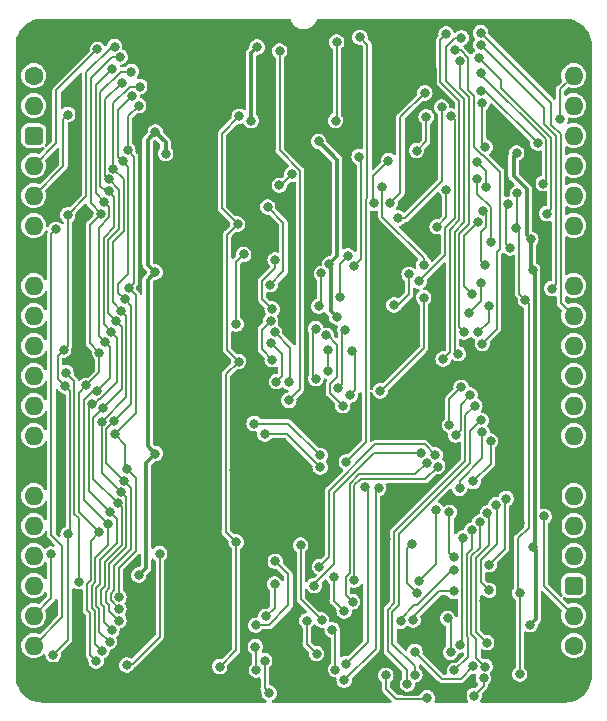
<source format=gbl>
%TF.GenerationSoftware,KiCad,Pcbnew,7.0.5*%
%TF.CreationDate,2024-02-13T11:52:23+02:00*%
%TF.ProjectId,GPIO 16bit,4750494f-2031-4366-9269-742e6b696361,V0*%
%TF.SameCoordinates,PX41672a0PY48ab840*%
%TF.FileFunction,Copper,L2,Bot*%
%TF.FilePolarity,Positive*%
%FSLAX46Y46*%
G04 Gerber Fmt 4.6, Leading zero omitted, Abs format (unit mm)*
G04 Created by KiCad (PCBNEW 7.0.5) date 2024-02-13 11:52:23*
%MOMM*%
%LPD*%
G01*
G04 APERTURE LIST*
G04 Aperture macros list*
%AMRoundRect*
0 Rectangle with rounded corners*
0 $1 Rounding radius*
0 $2 $3 $4 $5 $6 $7 $8 $9 X,Y pos of 4 corners*
0 Add a 4 corners polygon primitive as box body*
4,1,4,$2,$3,$4,$5,$6,$7,$8,$9,$2,$3,0*
0 Add four circle primitives for the rounded corners*
1,1,$1+$1,$2,$3*
1,1,$1+$1,$4,$5*
1,1,$1+$1,$6,$7*
1,1,$1+$1,$8,$9*
0 Add four rect primitives between the rounded corners*
20,1,$1+$1,$2,$3,$4,$5,0*
20,1,$1+$1,$4,$5,$6,$7,0*
20,1,$1+$1,$6,$7,$8,$9,0*
20,1,$1+$1,$8,$9,$2,$3,0*%
G04 Aperture macros list end*
%TA.AperFunction,ComponentPad*%
%ADD10C,1.600000*%
%TD*%
%TA.AperFunction,ComponentPad*%
%ADD11O,1.600000X1.600000*%
%TD*%
%TA.AperFunction,ComponentPad*%
%ADD12RoundRect,0.400000X0.400000X0.400000X-0.400000X0.400000X-0.400000X-0.400000X0.400000X-0.400000X0*%
%TD*%
%TA.AperFunction,ComponentPad*%
%ADD13R,1.600000X1.600000*%
%TD*%
%TA.AperFunction,ComponentPad*%
%ADD14RoundRect,0.400000X-0.400000X-0.400000X0.400000X-0.400000X0.400000X0.400000X-0.400000X0.400000X0*%
%TD*%
%TA.AperFunction,ViaPad*%
%ADD15C,0.800000*%
%TD*%
%TA.AperFunction,Conductor*%
%ADD16C,0.380000*%
%TD*%
%TA.AperFunction,Conductor*%
%ADD17C,0.200000*%
%TD*%
G04 APERTURE END LIST*
D10*
%TO.P,J2,1,Pin_1*%
%TO.N,/Read GD _{0..7}*%
X0Y0D03*
D11*
%TO.P,J2,2,Pin_2*%
%TO.N,/Read GD _{8..15}*%
X0Y-2540000D03*
D12*
%TO.P,J2,3,Pin_3*%
%TO.N,/5V*%
X0Y-5080000D03*
D11*
%TO.P,J2,4,Pin_4*%
%TO.N,/Read*%
X0Y-7620000D03*
%TO.P,J2,5,Pin_5*%
%TO.N,/Write*%
X0Y-10160000D03*
%TO.P,J2,6,Pin_6*%
%TO.N,/Enable*%
X0Y-12700000D03*
D13*
%TO.P,J2,7,Pin_7*%
%TO.N,/GND*%
X0Y-15240000D03*
D11*
%TO.P,J2,8,Pin_8*%
%TO.N,/D7*%
X0Y-17780000D03*
%TO.P,J2,9,Pin_9*%
%TO.N,/D6*%
X0Y-20320000D03*
%TO.P,J2,10,Pin_10*%
%TO.N,/D5*%
X0Y-22860000D03*
%TO.P,J2,11,Pin_11*%
%TO.N,/D4*%
X0Y-25400000D03*
%TO.P,J2,12,Pin_12*%
%TO.N,/D3*%
X0Y-27940000D03*
%TO.P,J2,13,Pin_13*%
%TO.N,/D2*%
X0Y-30480000D03*
D13*
%TO.P,J2,14,Pin_14*%
%TO.N,/GND*%
X0Y-33020000D03*
D11*
%TO.P,J2,15,Pin_15*%
%TO.N,/D1*%
X0Y-35560000D03*
%TO.P,J2,16,Pin_16*%
%TO.N,/D0*%
X0Y-38100000D03*
%TO.P,J2,17,Pin_17*%
%TO.N,/Write GD _{0..7}*%
X0Y-40640000D03*
%TO.P,J2,18,Pin_18*%
%TO.N,/Write GD _{8..15}*%
X0Y-43180000D03*
%TO.P,J2,19,Pin_19*%
%TO.N,/Write OE _{0..7}*%
X0Y-45720000D03*
%TO.P,J2,20,Pin_20*%
%TO.N,/Write OE _{8..15}*%
X0Y-48260000D03*
%TD*%
D10*
%TO.P,J1,1,Pin_1*%
%TO.N,unconnected-(J1-Pin_1-Pad1)*%
X45720000Y-48260000D03*
D11*
%TO.P,J1,2,Pin_2*%
%TO.N,/GPIO0*%
X45720000Y-45720000D03*
D14*
%TO.P,J1,3,Pin_3*%
%TO.N,/5V*%
X45720000Y-43180000D03*
D11*
%TO.P,J1,4,Pin_4*%
%TO.N,/GPIO1*%
X45720000Y-40640000D03*
%TO.P,J1,5,Pin_5*%
%TO.N,/GPIO2*%
X45720000Y-38100000D03*
%TO.P,J1,6,Pin_6*%
%TO.N,/GPIO3*%
X45720000Y-35560000D03*
D13*
%TO.P,J1,7,Pin_7*%
%TO.N,/GND*%
X45720000Y-33020000D03*
D11*
%TO.P,J1,8,Pin_8*%
%TO.N,/GPIO4*%
X45720000Y-30480000D03*
%TO.P,J1,9,Pin_9*%
%TO.N,/GPIO5*%
X45720000Y-27940000D03*
%TO.P,J1,10,Pin_10*%
%TO.N,/GPIO6*%
X45720000Y-25400000D03*
%TO.P,J1,11,Pin_11*%
%TO.N,/GPIO7*%
X45720000Y-22860000D03*
%TO.P,J1,12,Pin_12*%
%TO.N,/GPIO8*%
X45720000Y-20320000D03*
%TO.P,J1,13,Pin_13*%
%TO.N,/GPIO9*%
X45720000Y-17780000D03*
D13*
%TO.P,J1,14,Pin_14*%
%TO.N,/GND*%
X45720000Y-15240000D03*
D11*
%TO.P,J1,15,Pin_15*%
%TO.N,/GPIO10*%
X45720000Y-12700000D03*
%TO.P,J1,16,Pin_16*%
%TO.N,/GPIO11*%
X45720000Y-10160000D03*
%TO.P,J1,17,Pin_17*%
%TO.N,/GPIO12*%
X45720000Y-7620000D03*
%TO.P,J1,18,Pin_18*%
%TO.N,/GPIO13*%
X45720000Y-5080000D03*
%TO.P,J1,19,Pin_19*%
%TO.N,/GPIO14*%
X45720000Y-2540000D03*
%TO.P,J1,20,Pin_20*%
%TO.N,/GPIO15*%
X45720000Y0D03*
%TD*%
D15*
%TO.N,/5V*%
X42037000Y-46482000D03*
X25038302Y-15945356D03*
X10295440Y-4770601D03*
X18415000Y-3810000D03*
X8890000Y-42291000D03*
X42263000Y-16481294D03*
X40894007Y-6542000D03*
X11176000Y-6604000D03*
X24118635Y-5566135D03*
X10287000Y-32004000D03*
X25654000Y-20447000D03*
X18923000Y2413000D03*
X10287000Y-16637000D03*
X42291008Y-39914935D03*
X42092522Y-13872751D03*
%TO.N,/GND*%
X39751000Y-29083000D03*
X12573000Y-41254000D03*
X16891000Y-7746990D03*
X13790000Y-42471000D03*
X42037000Y3556000D03*
X24130000Y-51689000D03*
X40005000Y-45644391D03*
X38159998Y-44504002D03*
X19811999Y-3682999D03*
X16956000Y-33401000D03*
X29153001Y2597001D03*
X46355000Y-1270000D03*
X31009349Y-14790000D03*
X11938000Y-15621000D03*
X20700998Y-32512000D03*
X43307000Y-33654996D03*
X3068930Y-24204468D03*
X14909470Y2362520D03*
X37160525Y-23825525D03*
X14224000Y-16636998D03*
X29823000Y-39243000D03*
X11303000Y-31115000D03*
X41202006Y-37915610D03*
X13589000Y-32385000D03*
X44069000Y-41402006D03*
X21844000Y-6222992D03*
X43053000Y-14224000D03*
X23495000Y-11049000D03*
X13843002Y-2757000D03*
X43434004Y-21589996D03*
X13843000Y-5066250D03*
X29823675Y-49609846D03*
X19194729Y-16541445D03*
X3937000Y-17145000D03*
X19811999Y-6223000D03*
X40132000Y-20701000D03*
X22732990Y-34544000D03*
X19177000Y-24996432D03*
X30479992Y-17715000D03*
X12192000Y3429000D03*
X20701000Y-39370000D03*
X32422498Y-9739841D03*
X19107668Y-14327524D03*
X41656000Y-7912500D03*
X2347996Y-33655000D03*
X33908997Y-51815997D03*
X38456649Y-26059337D03*
X30196840Y-24892000D03*
%TO.N,/Write*%
X15748000Y-50038000D03*
X17399000Y-3456996D03*
X17144996Y-39496996D03*
X17272000Y-12573000D03*
X2883729Y-3301995D03*
X17348915Y-24206432D03*
%TO.N,/OE3*%
X38354000Y-48007986D03*
X38417979Y-37018309D03*
%TO.N,/OE2*%
X38227000Y-50038000D03*
X37787963Y-37794894D03*
%TO.N,/Enable*%
X40858758Y-12944528D03*
X40957493Y-9943723D03*
X41148000Y-50673000D03*
X41628000Y-18991193D03*
X41148000Y-43800000D03*
%TO.N,/OE1*%
X37070299Y-38491287D03*
X35623500Y-50357000D03*
%TO.N,/D0*%
X2667000Y-26289000D03*
X2884523Y-11785912D03*
X2540000Y-23241000D03*
X6847400Y2462400D03*
X1651000Y-49022000D03*
X2920994Y-38834000D03*
%TO.N,/D1*%
X7332813Y1588112D03*
X4457081Y-26227000D03*
X5715000Y-11684000D03*
X5280279Y-49573615D03*
X5565758Y-23454082D03*
X5555731Y-38638014D03*
%TO.N,/D2*%
X5338583Y-26699185D03*
X6293896Y-37963390D03*
X5769909Y-48687892D03*
X6616852Y543652D03*
X6030820Y-22544978D03*
X5992949Y-10723401D03*
%TO.N,/D3*%
X6477376Y-36980364D03*
X6422366Y-47930064D03*
X8270774Y341861D03*
X6580572Y-21709647D03*
X6366072Y-9795617D03*
X4948000Y-27794715D03*
%TO.N,/D4*%
X7005958Y-20804632D03*
X6347373Y-8795790D03*
X7455552Y-597552D03*
X7132981Y-36225256D03*
X5898993Y-28103938D03*
X6626187Y-46951054D03*
%TO.N,/D5*%
X7209936Y-46139117D03*
X7380178Y-35256288D03*
X7406419Y-19888316D03*
X8980524Y-925476D03*
X6745000Y-7873112D03*
X5748000Y-29337000D03*
%TO.N,/D6*%
X7641549Y-34291048D03*
X6797975Y-29276975D03*
X7524491Y-7246695D03*
X7211000Y-45139115D03*
X8346658Y-1698922D03*
X7695760Y-18931087D03*
X18669000Y-29464000D03*
X24242037Y-32142086D03*
%TO.N,/D7*%
X7973000Y-6330448D03*
X19571019Y-30339981D03*
X24257000Y-33147000D03*
X7211000Y-44139112D03*
X7879801Y-33319842D03*
X6858000Y-30353000D03*
X8036659Y-17990985D03*
X8890000Y-2540000D03*
%TO.N,/OE0*%
X36313553Y-39145000D03*
X36082845Y-48198000D03*
%TO.N,/GD3*%
X23120301Y-46163000D03*
X23953941Y-48946701D03*
%TO.N,/GD2*%
X25273000Y-46925000D03*
X25551997Y-50287493D03*
%TO.N,/GD1*%
X18763006Y-48345092D03*
X18857996Y-50328810D03*
%TO.N,/GPIO0*%
X43208000Y-37324975D03*
%TO.N,/Read*%
X5397500Y2222500D03*
X20828000Y2086008D03*
X21600433Y-27489000D03*
%TO.N,/Write GD _{0..7}*%
X7874000Y-49911000D03*
X10668000Y-40464000D03*
%TO.N,/Write OE _{0..7}*%
X1459000Y-40513000D03*
%TO.N,/GD4*%
X20451254Y-41118000D03*
X18796000Y-46532734D03*
%TO.N,/GD5*%
X19640495Y-45793174D03*
X20393000Y-43038576D03*
%TO.N,/OE4*%
X35197839Y-36975839D03*
X35552306Y-40793531D03*
%TO.N,/OE5*%
X32596584Y-42828864D03*
X34036000Y-36746000D03*
%TO.N,/OE6*%
X38528096Y-43574212D03*
X39138244Y-36324606D03*
%TO.N,/OE7*%
X38559998Y-41409728D03*
X40005000Y-35814000D03*
%TO.N,/GPIO5*%
X36195000Y-26383000D03*
X35199099Y-29585050D03*
%TO.N,/GPIO4*%
X36942319Y-27047468D03*
X35715860Y-30441182D03*
%TO.N,Net-(IC3-1Y)*%
X31072000Y-46207148D03*
X22606000Y-39751000D03*
X24384000Y-46101000D03*
X35560000Y-41892267D03*
%TO.N,Net-(IC3-2Y)*%
X32443167Y-43817028D03*
X32004000Y-39624000D03*
%TO.N,Net-(IC3-4Y)*%
X35559992Y-43660000D03*
X32117038Y-46087038D03*
X26289000Y-45339000D03*
X25400000Y-42418000D03*
%TO.N,/GD8*%
X20053472Y-20759221D03*
X20193000Y-24048807D03*
%TO.N,/GD10*%
X20070476Y-22648807D03*
X26821663Y-27061435D03*
X20552007Y-25911568D03*
X26981030Y-23322606D03*
%TO.N,/GD11*%
X26352500Y-21526500D03*
X20389527Y-21701066D03*
X25765601Y-26481000D03*
X21587443Y-25957052D03*
%TO.N,/GD12*%
X17780000Y-15141001D03*
X17152194Y-21016114D03*
%TO.N,/GD13*%
X20193000Y-19769000D03*
X20447000Y-15621000D03*
%TO.N,/GD14*%
X24363711Y-16748445D03*
X24133626Y-19526569D03*
%TO.N,/GD15*%
X25943711Y-18731000D03*
X26591190Y-15268322D03*
%TO.N,/OE8*%
X29458186Y-9395000D03*
X33028544Y-15996000D03*
%TO.N,Net-(IC12-1Y)*%
X30035500Y-7195000D03*
X28808549Y-10819000D03*
%TO.N,/OE9*%
X20026638Y-17705321D03*
X19813216Y-11114166D03*
%TO.N,Net-(IC12-2Y)*%
X34940424Y-9666420D03*
X34152038Y-12799000D03*
%TO.N,Net-(IC12-3Y)*%
X40356322Y-14597916D03*
X40197000Y-10894000D03*
%TO.N,/OE10*%
X37146000Y-18503908D03*
X37635000Y-12369000D03*
%TO.N,Net-(IC12-4Y)*%
X37575374Y-8719162D03*
X38735000Y-14097000D03*
%TO.N,/OE11*%
X38227000Y-16002000D03*
X38027520Y-11437551D03*
%TO.N,/GPIO15*%
X44582273Y-3683000D03*
%TO.N,/GPIO13*%
X37987005Y-2286000D03*
X38227014Y-6034000D03*
%TO.N,/GPIO12*%
X42672000Y-5698409D03*
X37846000Y-1270000D03*
%TO.N,/GPIO11*%
X37877751Y254000D03*
X43120000Y-9144000D03*
%TO.N,/GPIO10*%
X43434004Y-11684000D03*
X37719000Y1524000D03*
%TO.N,/GPIO9*%
X43869994Y-18034000D03*
X37835520Y2605671D03*
%TO.N,/GPIO8*%
X37846000Y3633938D03*
%TO.N,/OE12*%
X20798819Y-9281000D03*
X21861860Y-8364140D03*
%TO.N,/OE14*%
X37550647Y-7319162D03*
X38298958Y-9409402D03*
%TO.N,/Write GD _{8..15}*%
X3830331Y-42857362D03*
X2732000Y-25146000D03*
%TO.N,/Write OE _{8..15}*%
X1880152Y-13016000D03*
%TO.N,Net-(IC21-1Y)*%
X35300610Y-48827774D03*
X35038248Y-45947177D03*
%TO.N,Net-(IC21-3Y)*%
X29817000Y-50781681D03*
X38085578Y-51027952D03*
X33312052Y-52669500D03*
X37300271Y-52488729D03*
%TO.N,Net-(IC21-4Y)*%
X32264490Y-48768000D03*
X37209755Y-50013195D03*
%TO.N,Net-(IC14-1~{OE})*%
X31783773Y-16817000D03*
X30507260Y-19423808D03*
%TO.N,Net-(IC14-2~{OE})*%
X33020000Y-18796024D03*
X24789347Y-21987294D03*
X26162000Y-27939994D03*
X29337000Y-26692000D03*
%TO.N,Net-(IC14-3~{OE})*%
X38539446Y-19526573D03*
X37655778Y-21740141D03*
%TO.N,Net-(IC14-4~{OE})*%
X36836878Y-20117555D03*
X37846000Y-17526000D03*
%TO.N,Net-(IC4-1Y)*%
X37347603Y-27961662D03*
X31640475Y-51514013D03*
X19558004Y-49530000D03*
X19939000Y-52270008D03*
%TO.N,Net-(IC4-2Y)*%
X37879151Y-29176849D03*
X32271197Y-50738000D03*
%TO.N,Net-(IC4-3Y)*%
X37997270Y-30211106D03*
X26289000Y-51184000D03*
X36068000Y-34946000D03*
X29194786Y-34949000D03*
%TO.N,Net-(IC4-4Y)*%
X28053976Y-34863000D03*
X38684525Y-30937525D03*
X37211000Y-34355000D03*
X26416000Y-49784000D03*
%TO.N,Net-(IC9-1Y)*%
X34006075Y-32129367D03*
X24192000Y-41562320D03*
%TO.N,Net-(IC9-2Y)*%
X32788933Y-31927534D03*
X23749000Y-43180000D03*
%TO.N,Net-(IC9-3Y)*%
X27002584Y-44545000D03*
X33267230Y-32811797D03*
%TO.N,Net-(IC9-4Y)*%
X34223119Y-33105532D03*
X27146220Y-42702220D03*
%TO.N,Net-(IC14-1Y)*%
X23876000Y-25654000D03*
X34671000Y-24003000D03*
X34928106Y3513000D03*
X23876000Y-21412988D03*
%TO.N,Net-(IC14-2Y)*%
X35937343Y-23552220D03*
X24892000Y-23273000D03*
X36215447Y3201885D03*
X24892000Y-25019000D03*
%TO.N,Net-(IC14-3Y)*%
X35667626Y2132058D03*
X37992682Y-22681682D03*
%TO.N,Net-(IC14-4Y)*%
X36441600Y-21697555D03*
X36092921Y1227000D03*
%TO.N,Net-(IC18-1Y)*%
X33112608Y-1457163D03*
X30208549Y-10766172D03*
%TO.N,Net-(IC18-2Y)*%
X30861000Y-12065000D03*
X34544000Y-2667000D03*
%TO.N,Net-(IC18-3Y)*%
X32639000Y-17396000D03*
X35306000Y-3429000D03*
%TO.N,Net-(IC18-4Y)*%
X32413000Y-6350000D03*
X33233907Y-3491000D03*
X27087450Y-16136499D03*
X27553000Y-6858000D03*
%TO.N,Net-(IC17A-1Y)*%
X27622500Y3248600D03*
X26469495Y-32692495D03*
%TO.N,Net-(IC13-~{OE})*%
X25555000Y-3812875D03*
X25654000Y2848600D03*
%TD*%
D16*
%TO.N,/5V*%
X42092522Y-16310816D02*
X42263000Y-16481294D01*
X9525000Y-32766000D02*
X10287000Y-32004000D01*
X40640000Y-8509000D02*
X40640000Y-6796007D01*
X10295440Y-4770601D02*
X11176000Y-5651161D01*
X10287000Y-16637000D02*
X9652000Y-16002000D01*
X25672000Y-15311658D02*
X25038302Y-15945356D01*
X24118635Y-5566135D02*
X25672000Y-7119500D01*
X9652000Y-17272000D02*
X10287000Y-16637000D01*
X42263000Y-16481294D02*
X42418000Y-16636294D01*
X25672000Y-7119500D02*
X25672000Y-15311658D01*
X40640000Y-6796007D02*
X40894007Y-6542000D01*
X18415000Y-3810000D02*
X18415000Y1905000D01*
X8890000Y-42291000D02*
X9525000Y-41656000D01*
X10287000Y-32004000D02*
X9652000Y-31369000D01*
X11176000Y-5651161D02*
X11176000Y-6604000D01*
X41750000Y-9619000D02*
X40640000Y-8509000D01*
X42418000Y-39787943D02*
X42291008Y-39914935D01*
X42037000Y-46482000D02*
X42500000Y-46019000D01*
X18415000Y1905000D02*
X18923000Y2413000D01*
X42092522Y-13872751D02*
X42092522Y-16310816D01*
X25153711Y-19946711D02*
X25153711Y-16060765D01*
X25153711Y-16060765D02*
X25038302Y-15945356D01*
X25654000Y-20447000D02*
X25153711Y-19946711D01*
X41750000Y-13530229D02*
X41750000Y-9619000D01*
X9652000Y-5414041D02*
X10295440Y-4770601D01*
X42418000Y-16636294D02*
X42418000Y-39787943D01*
X9652000Y-31369000D02*
X9652000Y-17272000D01*
X42092522Y-13872751D02*
X41750000Y-13530229D01*
X42500000Y-46019000D02*
X42500000Y-40123927D01*
X9652000Y-16002000D02*
X9652000Y-5414041D01*
X42500000Y-40123927D02*
X42291008Y-39914935D01*
X9525000Y-41656000D02*
X9525000Y-32766000D01*
%TO.N,/GND*%
X39370000Y4572000D02*
X33921998Y4572000D01*
X33020003Y-51815997D02*
X33908997Y-51815997D01*
X31333233Y-52324000D02*
X32512000Y-52324000D01*
X39751000Y-27353688D02*
X38456649Y-26059337D01*
X42037000Y3556000D02*
X40386000Y3556000D01*
X29823000Y-39243000D02*
X29823000Y-42291000D01*
X37160525Y-24763213D02*
X37160525Y-23825525D01*
X19811998Y-33401000D02*
X16956000Y-33401000D01*
X38159998Y-44504002D02*
X39300387Y-45644391D01*
X22732990Y-34543992D02*
X22732990Y-34544000D01*
X43053000Y-14224000D02*
X43053000Y-21208992D01*
X13843002Y1296052D02*
X14909470Y2362520D01*
X43941996Y-33020000D02*
X43053000Y-32131004D01*
X46355000Y-1270000D02*
X46910000Y-1825000D01*
X3937000Y-23336398D02*
X3068930Y-24204468D01*
X42390000Y-9531229D02*
X42390000Y-12164000D01*
X43053000Y-21971000D02*
X43434004Y-21589996D01*
X46910000Y-14050000D02*
X46910000Y-2159000D01*
X18669000Y-13888856D02*
X19107668Y-14327524D01*
X42390000Y-12164000D02*
X43053000Y-12827000D01*
X26983271Y-52451000D02*
X29823675Y-49610596D01*
X31946999Y2597001D02*
X33946000Y598000D01*
X45720000Y-15240000D02*
X46910000Y-14050000D01*
X30196840Y-23152660D02*
X30196840Y-24892000D01*
X16956000Y-33401000D02*
X16956000Y-27217432D01*
X41656000Y-7912500D02*
X42330000Y-8586500D01*
X13589000Y-40238000D02*
X12573000Y-41254000D01*
X18542000Y-24361432D02*
X18542000Y-17194174D01*
X22732990Y-37338010D02*
X20701000Y-39370000D01*
X31946999Y2597001D02*
X29153001Y2597001D01*
X33946000Y598000D02*
X33946000Y-1741000D01*
X43053000Y-12827000D02*
X43053000Y-14224000D01*
X16956000Y-27217432D02*
X19177000Y-24996432D01*
X33946000Y-1741000D02*
X32986000Y-2701000D01*
X34256375Y-30166604D02*
X34256375Y-26323371D01*
X31898923Y-21450577D02*
X30196840Y-23152660D01*
X36643830Y-24342220D02*
X37160525Y-23825525D01*
X19194729Y-16541445D02*
X19194729Y-14414585D01*
X34256375Y-26323371D02*
X36237526Y-24342220D01*
X35023999Y-33429001D02*
X35023999Y-30934228D01*
X38456649Y-26059337D02*
X37160525Y-24763213D01*
X18669000Y-7747000D02*
X19811999Y-6604001D01*
X42330000Y-8586500D02*
X42330000Y-9471229D01*
X32906678Y-2701000D02*
X31623000Y-3984678D01*
X11938000Y-15621000D02*
X13208002Y-15621000D01*
X39300387Y-45644391D02*
X40005000Y-45644391D01*
X46402000Y-1270000D02*
X46910000Y-762000D01*
X32512000Y-52324000D02*
X33020003Y-51815997D01*
X35023999Y-30934228D02*
X34256375Y-30166604D01*
X32986000Y-2701000D02*
X32906678Y-2701000D01*
X41202006Y-30534006D02*
X39751000Y-29083000D01*
X13843002Y-2757000D02*
X13843002Y1296052D01*
X33921998Y4572000D02*
X31946999Y2597001D01*
X30850475Y-50636646D02*
X30850475Y-51841242D01*
X16891010Y-7747000D02*
X16891000Y-7746990D01*
X20700998Y-32512000D02*
X19811998Y-33401000D01*
X24892000Y-52451000D02*
X26983271Y-52451000D01*
X43053000Y-21208992D02*
X43434004Y-21589996D01*
X13258480Y2362520D02*
X12192000Y3429000D01*
X31623000Y-8940343D02*
X32422498Y-9739841D01*
X40386000Y3556000D02*
X39370000Y4572000D01*
X46910000Y492915D02*
X43846915Y3556000D01*
X14909470Y2362520D02*
X13258480Y2362520D01*
X24130000Y-51689000D02*
X24892000Y-52451000D01*
X43941996Y-33020000D02*
X43307000Y-33654996D01*
X13589000Y-32385000D02*
X12573000Y-32385000D01*
X31009349Y-14790000D02*
X30861000Y-14938349D01*
X19177000Y-24996432D02*
X18542000Y-24361432D01*
X19811999Y-6604001D02*
X19811999Y-6223000D01*
X46910000Y-1825000D02*
X46910000Y-2159000D01*
X39751000Y-29083000D02*
X39751000Y-27353688D01*
X29823675Y-49610596D02*
X29823675Y-49609846D01*
X23622000Y-8000992D02*
X23622000Y-10922000D01*
X13208002Y-15621000D02*
X14224000Y-16636998D01*
X40132000Y-20701000D02*
X40132000Y-22098004D01*
X40132000Y-22098004D02*
X38404479Y-23825525D01*
X46355000Y-1270000D02*
X46402000Y-1270000D01*
X42330000Y-9471229D02*
X42390000Y-9531229D01*
X20700998Y-32512000D02*
X22732990Y-34543992D01*
X23622000Y-10922000D02*
X23495000Y-11049000D01*
X43846915Y3556000D02*
X42037000Y3556000D01*
X12573000Y-41254000D02*
X13790000Y-42471000D01*
X38404479Y-23825525D02*
X37160525Y-23825525D01*
X29823000Y-38630000D02*
X35023999Y-33429001D01*
X29823675Y-49609846D02*
X30850475Y-50636646D01*
X19811999Y-3682999D02*
X19811999Y-6223000D01*
X12573000Y-32385000D02*
X11303000Y-31115000D01*
X19194729Y-14414585D02*
X19107668Y-14327524D01*
X18542000Y-17194174D02*
X19194729Y-16541445D01*
X18669000Y-7747000D02*
X18669000Y-13888856D01*
X30861000Y-14938349D02*
X30861000Y-17333992D01*
X21844000Y-6222992D02*
X23622000Y-8000992D01*
X22732990Y-34544000D02*
X22732990Y-37338010D01*
X43307000Y-33654996D02*
X44530000Y-34877996D01*
X31623000Y-3984678D02*
X31623000Y-8940343D01*
X3937000Y-17145000D02*
X3937000Y-23336398D01*
X44530000Y-40941006D02*
X44069000Y-41402006D01*
X46910000Y-762000D02*
X46910000Y492915D01*
X43053000Y-32131004D02*
X43053000Y-21971000D01*
X36237526Y-24342220D02*
X36643830Y-24342220D01*
X44530000Y-34877996D02*
X44530000Y-40941006D01*
X18669000Y-7747000D02*
X16891010Y-7747000D01*
X13589000Y-32385000D02*
X13589000Y-40238000D01*
X41202006Y-37915610D02*
X41202006Y-30534006D01*
X13843000Y-2757002D02*
X13843002Y-2757000D01*
X45720000Y-33020000D02*
X43941996Y-33020000D01*
X30850475Y-51841242D02*
X31333233Y-52324000D01*
X30861000Y-17333992D02*
X30479992Y-17715000D01*
X13843000Y-5066250D02*
X13843000Y-2757002D01*
D17*
%TO.N,/Write*%
X17272000Y-12573000D02*
X16383000Y-13462000D01*
X15937000Y-4918996D02*
X17399000Y-3456996D01*
X16383000Y-13462000D02*
X16383000Y-23240517D01*
X16383000Y-23240517D02*
X17348915Y-24206432D01*
X17145000Y-39497000D02*
X17145000Y-48641000D01*
X2521006Y-3664718D02*
X2883729Y-3301995D01*
X17145000Y-48641000D02*
X15748000Y-50038000D01*
X17348915Y-24206432D02*
X16256000Y-25299347D01*
X0Y-10160000D02*
X2521006Y-7638994D01*
X17272000Y-12573000D02*
X15937000Y-11238000D01*
X15937000Y-11238000D02*
X15937000Y-4918996D01*
X2521006Y-7638994D02*
X2521006Y-3664718D01*
X16256000Y-25299347D02*
X16256000Y-38608000D01*
X17144996Y-39496996D02*
X17145000Y-39497000D01*
X16256000Y-38608000D02*
X17144996Y-39496996D01*
%TO.N,/OE3*%
X37459998Y-47113984D02*
X37459998Y-40864343D01*
X38354000Y-48007986D02*
X37459998Y-47113984D01*
X38540814Y-37141144D02*
X38417979Y-37018309D01*
X38540814Y-39783527D02*
X38540814Y-37141144D01*
X37459998Y-40864343D02*
X38540814Y-39783527D01*
%TO.N,/OE2*%
X37787963Y-39970693D02*
X37787963Y-37794894D01*
X37489001Y-49300001D02*
X37489001Y-47708673D01*
X37059999Y-47279671D02*
X37059999Y-40698657D01*
X37059999Y-40698657D02*
X37787963Y-39970693D01*
X38227000Y-50038000D02*
X37489001Y-49300001D01*
X37489001Y-47708673D02*
X37059999Y-47279671D01*
%TO.N,/Enable*%
X41628000Y-18991193D02*
X41902001Y-19265194D01*
X41148000Y-50673000D02*
X41148000Y-43800000D01*
X40957493Y-9943723D02*
X40957493Y-12845793D01*
X41902001Y-38307108D02*
X41021000Y-39188109D01*
X40957493Y-12845793D02*
X40858758Y-12944528D01*
X41120000Y-13205770D02*
X41120000Y-18483193D01*
X41120000Y-18483193D02*
X41628000Y-18991193D01*
X41902001Y-19265194D02*
X41902001Y-38307108D01*
X40858758Y-12944528D02*
X41120000Y-13205770D01*
X41021000Y-39188109D02*
X41021000Y-43673000D01*
X41021000Y-43673000D02*
X41148000Y-43800000D01*
%TO.N,/OE1*%
X36660000Y-40532971D02*
X37070299Y-40122672D01*
X36660000Y-47445356D02*
X36660000Y-40532971D01*
X36792000Y-47577356D02*
X36660000Y-47445356D01*
X36792000Y-49188500D02*
X36792000Y-47577356D01*
X35623500Y-50357000D02*
X36792000Y-49188500D01*
X37070299Y-40122672D02*
X37070299Y-38491287D01*
%TO.N,/D0*%
X2540000Y-23241000D02*
X2032000Y-23749000D01*
X6627351Y2462400D02*
X6847400Y2462400D01*
X4445000Y-10225435D02*
X4445000Y280049D01*
X2921000Y-38834006D02*
X2921000Y-47752000D01*
X2921006Y-22859994D02*
X2921006Y-11822395D01*
X2032000Y-25654000D02*
X2667000Y-26289000D01*
X2884523Y-11785912D02*
X4445000Y-10225435D01*
X3048000Y-26670000D02*
X3048000Y-38706994D01*
X3048000Y-38706994D02*
X2920994Y-38834000D01*
X2667000Y-26289000D02*
X3048000Y-26670000D01*
X2540000Y-23241000D02*
X2921006Y-22859994D01*
X4445000Y280049D02*
X6627351Y2462400D01*
X2921006Y-11822395D02*
X2884523Y-11785912D01*
X2921000Y-47752000D02*
X1651000Y-49022000D01*
X2920994Y-38834000D02*
X2921000Y-38834006D01*
X2032000Y-23749000D02*
X2032000Y-25654000D01*
%TO.N,/D1*%
X4511000Y-45257492D02*
X4765000Y-45511492D01*
X3848000Y-26836081D02*
X4457081Y-26227000D01*
X5715000Y-11684000D02*
X4780942Y-12618058D01*
X4780942Y-22669266D02*
X5565758Y-23454082D01*
X5565758Y-23454082D02*
X5565758Y-25118323D01*
X4511000Y-43020737D02*
X4511000Y-45257492D01*
X4845000Y-238248D02*
X6671360Y1588112D01*
X4811000Y-39382745D02*
X4811000Y-42720736D01*
X4811000Y-42720736D02*
X4511000Y-43020737D01*
X5715000Y-11684000D02*
X4845000Y-10814000D01*
X3848000Y-36930283D02*
X3848000Y-26836081D01*
X4845000Y-10814000D02*
X4845000Y-238248D01*
X5565758Y-25118323D02*
X4457081Y-26227000D01*
X5555731Y-38638014D02*
X3848000Y-36930283D01*
X5555731Y-38638014D02*
X4811000Y-39382745D01*
X4765000Y-49058336D02*
X5280279Y-49573615D01*
X6671360Y1588112D02*
X7332813Y1588112D01*
X4765000Y-45511492D02*
X4765000Y-49058336D01*
X4780942Y-12618058D02*
X4780942Y-22669266D01*
%TO.N,/D2*%
X5512000Y-12876950D02*
X5512000Y-22026158D01*
X4911000Y-45091806D02*
X5165000Y-45345806D01*
X4248000Y-35917494D02*
X4248000Y-27471153D01*
X5992949Y-10723401D02*
X6415000Y-11145452D01*
X6415000Y-11973950D02*
X5512000Y-12876950D01*
X5019968Y-26699185D02*
X5338583Y-26699185D01*
X6293896Y-39772687D02*
X5211000Y-40855583D01*
X6293896Y-37963390D02*
X4248000Y-35917494D01*
X6477000Y-22991158D02*
X6477000Y-25560768D01*
X6477000Y-25560768D02*
X5338583Y-26699185D01*
X5245000Y-9975452D02*
X5245000Y-828200D01*
X6415000Y-11145452D02*
X6415000Y-11973950D01*
X5165000Y-48082983D02*
X5769909Y-48687892D01*
X5512000Y-22026158D02*
X6030820Y-22544978D01*
X4911000Y-43186422D02*
X4911000Y-45091806D01*
X5211000Y-40855583D02*
X5211000Y-42886421D01*
X5165000Y-45345806D02*
X5165000Y-48082983D01*
X6030820Y-22544978D02*
X6477000Y-22991158D01*
X5992949Y-10723401D02*
X5245000Y-9975452D01*
X4248000Y-27471153D02*
X5019968Y-26699185D01*
X5245000Y-828200D02*
X6616852Y543652D01*
X6293896Y-37963390D02*
X6293896Y-39772687D01*
X5211000Y-42886421D02*
X4911000Y-43186422D01*
%TO.N,/D3*%
X5311000Y-44926120D02*
X5565000Y-45180120D01*
X5565000Y-47072698D02*
X6422366Y-47930064D01*
X5645000Y-9328000D02*
X5645000Y-1418149D01*
X5174561Y-27794715D02*
X4948000Y-27794715D01*
X7050000Y-22179075D02*
X7050000Y-25977718D01*
X5570091Y-27399185D02*
X5174561Y-27794715D01*
X7036000Y-37538988D02*
X7036000Y-39596266D01*
X6366072Y-9795617D02*
X6815000Y-10244545D01*
X6477376Y-36980364D02*
X7036000Y-37538988D01*
X5311000Y-43352107D02*
X5311000Y-44926120D01*
X6815000Y-10244545D02*
X6815000Y-12823944D01*
X4648000Y-28094715D02*
X4948000Y-27794715D01*
X5645000Y-1418149D02*
X7405010Y341861D01*
X6580572Y-21709647D02*
X7050000Y-22179075D01*
X5628533Y-27399185D02*
X5570091Y-27399185D01*
X7050000Y-25977718D02*
X5628533Y-27399185D01*
X7036000Y-39596266D02*
X5611000Y-41021266D01*
X5565000Y-45180120D02*
X5565000Y-47072698D01*
X6112617Y-9795617D02*
X5645000Y-9328000D01*
X6477376Y-36980364D02*
X4648000Y-35150988D01*
X5611000Y-43052106D02*
X5311000Y-43352107D01*
X5912000Y-13726944D02*
X5912000Y-21041075D01*
X5912000Y-21041075D02*
X6580572Y-21709647D01*
X4648000Y-35150988D02*
X4648000Y-28094715D01*
X5611000Y-41021266D02*
X5611000Y-43052106D01*
X7405010Y341861D02*
X8270774Y341861D01*
X6815000Y-12823944D02*
X5912000Y-13726944D01*
X6366072Y-9795617D02*
X6112617Y-9795617D01*
%TO.N,/D4*%
X6045000Y-8493417D02*
X6045000Y-2008104D01*
X7436000Y-39761949D02*
X6011000Y-41186949D01*
X5965000Y-46289867D02*
X6626187Y-46951054D01*
X6011000Y-41186949D02*
X6011000Y-43217791D01*
X6312000Y-13892630D02*
X6312000Y-20110674D01*
X7215000Y-12989630D02*
X6312000Y-13892630D01*
X7132981Y-36225256D02*
X5048000Y-34140275D01*
X7132981Y-36225256D02*
X7436000Y-36528275D01*
X7005958Y-20804632D02*
X7450000Y-21248674D01*
X5048000Y-34140275D02*
X5048000Y-28954931D01*
X6045000Y-2008104D02*
X7455552Y-597552D01*
X5048000Y-28954931D02*
X5898993Y-28103938D01*
X5965000Y-45014434D02*
X5965000Y-46289867D01*
X7436000Y-36528275D02*
X7436000Y-39761949D01*
X6011000Y-43217791D02*
X5711000Y-43517792D01*
X6356195Y-8795790D02*
X7215000Y-9654595D01*
X5711000Y-44760434D02*
X5965000Y-45014434D01*
X7450000Y-26552931D02*
X5898993Y-28103938D01*
X6347373Y-8795790D02*
X6045000Y-8493417D01*
X6312000Y-20110674D02*
X7005958Y-20804632D01*
X7215000Y-9654595D02*
X7215000Y-12989630D01*
X7450000Y-21248674D02*
X7450000Y-26552931D01*
X6347373Y-8795790D02*
X6356195Y-8795790D01*
X5711000Y-43517792D02*
X5711000Y-44760434D01*
%TO.N,/D5*%
X8117574Y-925476D02*
X8980524Y-925476D01*
X7380178Y-35256288D02*
X7836000Y-35712110D01*
X7836000Y-35712110D02*
X7836000Y-39927632D01*
X6365000Y-44848748D02*
X6365000Y-45294181D01*
X7850001Y-20331898D02*
X7850001Y-27234999D01*
X7614998Y-8743110D02*
X7614998Y-13155317D01*
X6411000Y-43383476D02*
X6111000Y-43683477D01*
X6712000Y-19193897D02*
X7406419Y-19888316D01*
X6732949Y-7861061D02*
X6732949Y-2310101D01*
X7380178Y-35256288D02*
X5758000Y-33634110D01*
X6745000Y-7873112D02*
X7614998Y-8743110D01*
X6745000Y-7873112D02*
X6732949Y-7861061D01*
X6111000Y-43683477D02*
X6111000Y-44594748D01*
X7406419Y-19888316D02*
X7850001Y-20331898D01*
X6111000Y-44594748D02*
X6365000Y-44848748D01*
X7836000Y-39927632D02*
X6411000Y-41352632D01*
X7614998Y-13155317D02*
X6712000Y-14058315D01*
X5758000Y-29347000D02*
X5748000Y-29337000D01*
X6712000Y-14058315D02*
X6712000Y-19193897D01*
X7850001Y-27234999D02*
X5748000Y-29337000D01*
X6732949Y-2310101D02*
X8117574Y-925476D01*
X6411000Y-41352632D02*
X6411000Y-43383476D01*
X6365000Y-45294181D02*
X7209936Y-46139117D01*
X5758000Y-33634110D02*
X5758000Y-29347000D01*
%TO.N,/D6*%
X8250001Y-27824949D02*
X6797975Y-29276975D01*
X21563951Y-29464000D02*
X18669000Y-29464000D01*
X8250001Y-19485328D02*
X8250001Y-27824949D01*
X8014997Y-7737201D02*
X8014997Y-16825765D01*
X7174000Y-18409327D02*
X7695760Y-18931087D01*
X7524491Y-7246695D02*
X7132949Y-6855153D01*
X7211000Y-45129062D02*
X7211000Y-45139115D01*
X6511000Y-43849162D02*
X6511000Y-44429062D01*
X8236000Y-40093315D02*
X6811000Y-41518315D01*
X7524491Y-7246695D02*
X8014997Y-7737201D01*
X7641549Y-34291048D02*
X8236000Y-34885499D01*
X6811000Y-43549162D02*
X6511000Y-43849162D01*
X7174000Y-17666762D02*
X7174000Y-18409327D01*
X7132949Y-2912631D02*
X8346658Y-1698922D01*
X8236000Y-34885499D02*
X8236000Y-40093315D01*
X6511000Y-44429062D02*
X7211000Y-45129062D01*
X6158000Y-29916950D02*
X6797975Y-29276975D01*
X7132949Y-6855153D02*
X7132949Y-2912631D01*
X24242037Y-32142086D02*
X21563951Y-29464000D01*
X7641549Y-34291048D02*
X6158000Y-32807499D01*
X8014997Y-16825765D02*
X7174000Y-17666762D01*
X6811000Y-41518315D02*
X6811000Y-43549162D01*
X7695760Y-18931087D02*
X8250001Y-19485328D01*
X6158000Y-32807499D02*
X6158000Y-29916950D01*
%TO.N,/D7*%
X7879801Y-33319842D02*
X7747000Y-33187041D01*
X6858000Y-30353000D02*
X8650000Y-28561000D01*
X24257000Y-33147000D02*
X21449981Y-30339981D01*
X8509000Y-17518644D02*
X8036659Y-17990985D01*
X7747000Y-31242000D02*
X6858000Y-30353000D01*
X7973000Y-6330448D02*
X8509000Y-6866448D01*
X7879801Y-33319842D02*
X8636000Y-34076041D01*
X8636000Y-34076041D02*
X8636000Y-40259000D01*
X8636000Y-40259000D02*
X7211000Y-41684000D01*
X7973000Y-6330448D02*
X7973000Y-3457000D01*
X7973000Y-3457000D02*
X8890000Y-2540000D01*
X8509000Y-6866448D02*
X8509000Y-17518644D01*
X7211000Y-41684000D02*
X7211000Y-44139112D01*
X8650000Y-28561000D02*
X8650000Y-18604326D01*
X8650000Y-18604326D02*
X8036659Y-17990985D01*
X7747000Y-33187041D02*
X7747000Y-31242000D01*
X21449981Y-30339981D02*
X19571019Y-30339981D01*
%TO.N,/OE0*%
X36260000Y-39198553D02*
X36313553Y-39145000D01*
X36260000Y-48020845D02*
X36260000Y-39198553D01*
X36082845Y-48198000D02*
X36260000Y-48020845D01*
%TO.N,/GD3*%
X23111800Y-48104560D02*
X23111800Y-46171501D01*
X23111800Y-46171501D02*
X23120301Y-46163000D01*
X23953941Y-48946701D02*
X23111800Y-48104560D01*
%TO.N,/GD2*%
X25551997Y-50287493D02*
X25551997Y-47203997D01*
X25551997Y-47203997D02*
X25273000Y-46925000D01*
%TO.N,/GD1*%
X18857996Y-48440082D02*
X18857996Y-50328810D01*
X18763006Y-48345092D02*
X18857996Y-48440082D01*
%TO.N,/GPIO0*%
X43208000Y-43208000D02*
X43208000Y-37324975D01*
X45720000Y-45720000D02*
X43208000Y-43208000D01*
%TO.N,/Read*%
X1929734Y-5690266D02*
X1929734Y-1245266D01*
X22561860Y-26527573D02*
X21600433Y-27489000D01*
X22561860Y-8074190D02*
X22561860Y-26527573D01*
X20828000Y-6340330D02*
X22561860Y-8074190D01*
X0Y-7620000D02*
X1929734Y-5690266D01*
X20828000Y2086008D02*
X20828000Y-6340330D01*
X1929734Y-1245266D02*
X5397500Y2222500D01*
%TO.N,/Write GD _{0..7}*%
X10668000Y-40464000D02*
X10668000Y-47498000D01*
X8001000Y-49784000D02*
X7874000Y-49911000D01*
X8382000Y-49784000D02*
X8001000Y-49784000D01*
X10668000Y-47498000D02*
X8382000Y-49784000D01*
%TO.N,/Write OE _{0..7}*%
X1459000Y-44261000D02*
X1459000Y-40513000D01*
X0Y-45720000D02*
X1459000Y-44261000D01*
%TO.N,/GD4*%
X21562400Y-44861219D02*
X21562400Y-42229146D01*
X18796000Y-46532734D02*
X19890885Y-46532734D01*
X21562400Y-42229146D02*
X20451254Y-41118000D01*
X19890885Y-46532734D02*
X21562400Y-44861219D01*
%TO.N,/GD5*%
X19640495Y-45793174D02*
X20393000Y-45040669D01*
X20393000Y-45040669D02*
X20393000Y-43038576D01*
%TO.N,/OE4*%
X35197839Y-36975839D02*
X35197839Y-40439064D01*
X35197839Y-40439064D02*
X35552306Y-40793531D01*
%TO.N,/OE5*%
X34036000Y-36746000D02*
X34036000Y-41389448D01*
X34036000Y-41389448D02*
X32596584Y-42828864D01*
%TO.N,/OE6*%
X37859999Y-41030030D02*
X39236777Y-39653252D01*
X39236777Y-36423139D02*
X39138244Y-36324606D01*
X37859999Y-42906115D02*
X37859999Y-41030030D01*
X39236777Y-39653252D02*
X39236777Y-36423139D01*
X38528096Y-43574212D02*
X37859999Y-42906115D01*
%TO.N,/OE7*%
X39878000Y-35941000D02*
X40005000Y-35814000D01*
X39878000Y-40091726D02*
X39878000Y-35941000D01*
X38559998Y-41409728D02*
X39878000Y-40091726D01*
%TO.N,/GPIO5*%
X35199099Y-29585050D02*
X35199099Y-27378901D01*
X35199099Y-27378901D02*
X36195000Y-26383000D01*
%TO.N,/GPIO4*%
X36138000Y-30019042D02*
X36138000Y-27851787D01*
X35715860Y-30441182D02*
X36138000Y-30019042D01*
X36138000Y-27851787D02*
X36942319Y-27047468D01*
%TO.N,Net-(IC3-1Y)*%
X22606000Y-40005000D02*
X22606000Y-39751000D01*
X32487678Y-44823002D02*
X35418413Y-41892267D01*
X24384000Y-46101000D02*
X22606000Y-44323000D01*
X31072000Y-45969817D02*
X32218815Y-44823002D01*
X32218815Y-44823002D02*
X32487678Y-44823002D01*
X22606000Y-44323000D02*
X22606000Y-40005000D01*
X35418413Y-41892267D02*
X35560000Y-41892267D01*
X31072000Y-46207148D02*
X31072000Y-45969817D01*
%TO.N,Net-(IC3-2Y)*%
X32004000Y-39624000D02*
X31618148Y-40009852D01*
X31618148Y-40009852D02*
X31618148Y-42992009D01*
X31618148Y-42992009D02*
X32443167Y-43817028D01*
%TO.N,Net-(IC3-4Y)*%
X35559992Y-43660000D02*
X34328010Y-43660000D01*
X32117038Y-45870972D02*
X32117038Y-46087038D01*
X34328010Y-43660000D02*
X32117038Y-45870972D01*
X25400000Y-42418000D02*
X25400000Y-44450000D01*
X25400000Y-44450000D02*
X26289000Y-45339000D01*
%TO.N,/GD8*%
X19304000Y-21508693D02*
X19304000Y-23159807D01*
X20053472Y-20759221D02*
X19304000Y-21508693D01*
X19304000Y-23159807D02*
X20193000Y-24048807D01*
%TO.N,/GD10*%
X20552007Y-25899601D02*
X20552007Y-25911568D01*
X27230323Y-26652775D02*
X27230323Y-23571899D01*
X27230323Y-23571899D02*
X26981030Y-23322606D01*
X20070476Y-22648807D02*
X21020000Y-23598331D01*
X26821663Y-27061435D02*
X27230323Y-26652775D01*
X21020000Y-23598331D02*
X21020000Y-25431608D01*
X21020000Y-25431608D02*
X20552007Y-25899601D01*
%TO.N,/GD11*%
X26105531Y-21773469D02*
X26105531Y-26141070D01*
X20389527Y-21701066D02*
X21717000Y-23028539D01*
X21717000Y-25827495D02*
X21587443Y-25957052D01*
X26352500Y-21526500D02*
X26105531Y-21773469D01*
X21717000Y-23028539D02*
X21717000Y-25827495D01*
X26105531Y-26141070D02*
X25765601Y-26481000D01*
%TO.N,/GD12*%
X17152194Y-21016114D02*
X17152194Y-15768807D01*
X17152194Y-15768807D02*
X17780000Y-15141001D01*
%TO.N,/GD13*%
X20447000Y-16279125D02*
X19326638Y-17399487D01*
X20447000Y-15621000D02*
X20447000Y-16279125D01*
X19326638Y-18902638D02*
X20193000Y-19769000D01*
X19326638Y-17399487D02*
X19326638Y-18902638D01*
%TO.N,/GD14*%
X24363711Y-19296484D02*
X24133626Y-19526569D01*
X24363711Y-16748445D02*
X24363711Y-19296484D01*
%TO.N,/GD15*%
X25943711Y-18731000D02*
X25943711Y-15915801D01*
X25943711Y-15915801D02*
X26591190Y-15268322D01*
%TO.N,/OE8*%
X29508549Y-9445363D02*
X29458186Y-9395000D01*
X29508549Y-11937526D02*
X29508549Y-9445363D01*
X33028544Y-15457521D02*
X29508549Y-11937526D01*
X33028544Y-15996000D02*
X33028544Y-15457521D01*
%TO.N,Net-(IC12-1Y)*%
X28758186Y-8472314D02*
X28758186Y-10768637D01*
X30035500Y-7195000D02*
X28758186Y-8472314D01*
X28758186Y-10768637D02*
X28808549Y-10819000D01*
%TO.N,/OE9*%
X21147000Y-16584959D02*
X21147000Y-12447950D01*
X21147000Y-12447950D02*
X19813216Y-11114166D01*
X20026638Y-17705321D02*
X21147000Y-16584959D01*
%TO.N,Net-(IC12-2Y)*%
X34940424Y-12010614D02*
X34152038Y-12799000D01*
X34940424Y-9666420D02*
X34940424Y-12010614D01*
%TO.N,Net-(IC12-3Y)*%
X40005000Y-11086000D02*
X40005000Y-14246594D01*
X40005000Y-14246594D02*
X40356322Y-14597916D01*
X40197000Y-10894000D02*
X40005000Y-11086000D01*
%TO.N,/OE10*%
X36449000Y-17806908D02*
X36449000Y-13555000D01*
X37146000Y-18503908D02*
X36449000Y-17806908D01*
X36449000Y-13555000D02*
X37635000Y-12369000D01*
%TO.N,Net-(IC12-4Y)*%
X38735000Y-14097000D02*
X38735000Y-11155081D01*
X37575374Y-9995455D02*
X37575374Y-8719162D01*
X38735000Y-11155081D02*
X37575374Y-9995455D01*
%TO.N,/OE11*%
X37908413Y-13244430D02*
X38335000Y-12817843D01*
X38335000Y-12817843D02*
X38335000Y-11745031D01*
X38227000Y-16002000D02*
X37908413Y-15683413D01*
X38335000Y-11745031D02*
X38027520Y-11437551D01*
X37908413Y-15683413D02*
X37908413Y-13244430D01*
%TO.N,/GPIO15*%
X44582273Y-1137727D02*
X44582273Y-3683000D01*
X45720000Y0D02*
X44582273Y-1137727D01*
%TO.N,/GPIO13*%
X37987005Y-2286000D02*
X37987005Y-5793991D01*
X37987005Y-5793991D02*
X38227014Y-6034000D01*
%TO.N,/GPIO12*%
X38243591Y-1270000D02*
X42672000Y-5698409D01*
X37846000Y-1270000D02*
X38243591Y-1270000D01*
%TO.N,/GPIO11*%
X37877751Y85790D02*
X37877751Y254000D01*
X43120000Y-9144000D02*
X43372000Y-8892000D01*
X43372000Y-8892000D02*
X43372000Y-5408459D01*
X43372000Y-5408459D02*
X37877751Y85790D01*
%TO.N,/GPIO10*%
X43820000Y-5290773D02*
X39574921Y-1045694D01*
X39574921Y-331921D02*
X37719000Y1524000D01*
X43434004Y-11684000D02*
X43820000Y-11298004D01*
X39574921Y-1045694D02*
X39574921Y-331921D01*
X43820000Y-11298004D02*
X43820000Y-5290773D01*
%TO.N,/GPIO9*%
X43227541Y-2714541D02*
X37907329Y2605671D01*
X44220000Y-5125089D02*
X43227541Y-4132630D01*
X44220000Y-17683994D02*
X44220000Y-5125089D01*
X43869994Y-18034000D02*
X44220000Y-17683994D01*
X43227541Y-4132630D02*
X43227541Y-2714541D01*
X37907329Y2605671D02*
X37835520Y2605671D01*
%TO.N,/GPIO8*%
X43815000Y-4154403D02*
X43815000Y-2286000D01*
X44620000Y-19220000D02*
X44620000Y-4959403D01*
X44620000Y-4959403D02*
X43815000Y-4154403D01*
X37895062Y3633938D02*
X37846000Y3633938D01*
X43815000Y-2286000D02*
X37895062Y3633938D01*
X45720000Y-20320000D02*
X44620000Y-19220000D01*
%TO.N,/OE12*%
X20945000Y-9281000D02*
X21861860Y-8364140D01*
X20798819Y-9281000D02*
X20945000Y-9281000D01*
%TO.N,/OE14*%
X38298958Y-8067473D02*
X38298958Y-9409402D01*
X37550647Y-7319162D02*
X38298958Y-8067473D01*
%TO.N,/Write GD _{8..15}*%
X3400362Y-26456676D02*
X3448000Y-26504314D01*
X2732000Y-25146000D02*
X3400362Y-25814362D01*
X3830331Y-37478300D02*
X3830331Y-42857362D01*
X3448000Y-37095969D02*
X3830331Y-37478300D01*
X3448000Y-26504314D02*
X3448000Y-37095969D01*
X3400362Y-25814362D02*
X3400362Y-26456676D01*
%TO.N,/Write OE _{8..15}*%
X0Y-48260000D02*
X2382000Y-45878000D01*
X1505000Y-38934050D02*
X1505000Y-13391152D01*
X2382000Y-39811050D02*
X1505000Y-38934050D01*
X1505000Y-13391152D02*
X1880152Y-13016000D01*
X2382000Y-45878000D02*
X2382000Y-39811050D01*
%TO.N,Net-(IC21-1Y)*%
X35300610Y-46209539D02*
X35300610Y-48827774D01*
X35038248Y-45947177D02*
X35300610Y-46209539D01*
%TO.N,Net-(IC21-3Y)*%
X30716000Y-52814000D02*
X33167552Y-52814000D01*
X38085578Y-51703422D02*
X38085578Y-51027952D01*
X37300271Y-52488729D02*
X38085578Y-51703422D01*
X29817000Y-51915000D02*
X30716000Y-52814000D01*
X33167552Y-52814000D02*
X33312052Y-52669500D01*
X29817000Y-50781681D02*
X29817000Y-51915000D01*
%TO.N,Net-(IC21-4Y)*%
X36165950Y-51057000D02*
X37209755Y-50013195D01*
X34553490Y-51057000D02*
X36165950Y-51057000D01*
X32264490Y-48768000D02*
X34553490Y-51057000D01*
%TO.N,Net-(IC14-1~{OE})*%
X30868192Y-19423808D02*
X30507260Y-19423808D01*
X31783773Y-18508227D02*
X30868192Y-19423808D01*
X31783773Y-16817000D02*
X31783773Y-18508227D01*
%TO.N,Net-(IC14-2~{OE})*%
X25065601Y-26843595D02*
X26162000Y-27939994D01*
X25705531Y-25483120D02*
X25065601Y-26123050D01*
X25065601Y-26123050D02*
X25065601Y-26843595D01*
X29415950Y-26692000D02*
X33020000Y-23087950D01*
X33020000Y-23087950D02*
X33020000Y-18796024D01*
X29337000Y-26692000D02*
X29415950Y-26692000D01*
X25705531Y-22810581D02*
X25705531Y-25483120D01*
X24882244Y-21987294D02*
X25705531Y-22810581D01*
X24789347Y-21987294D02*
X24882244Y-21987294D01*
%TO.N,Net-(IC14-3~{OE})*%
X38539446Y-20856473D02*
X37655778Y-21740141D01*
X38539446Y-19526573D02*
X38539446Y-20856473D01*
%TO.N,Net-(IC14-4~{OE})*%
X37846000Y-19108433D02*
X36836878Y-20117555D01*
X37846000Y-17526000D02*
X37846000Y-19108433D01*
%TO.N,Net-(IC4-1Y)*%
X19558004Y-49530000D02*
X19558004Y-51889012D01*
X30523000Y-38622964D02*
X36538000Y-32607965D01*
X29972000Y-48740453D02*
X29972001Y-45221972D01*
X36538000Y-32607965D02*
X36538000Y-28771265D01*
X31571197Y-51444735D02*
X31571197Y-50339650D01*
X30523000Y-44670973D02*
X30523000Y-38622964D01*
X19558004Y-51889012D02*
X19939000Y-52270008D01*
X29972001Y-45221972D02*
X30523000Y-44670973D01*
X36538000Y-28771265D02*
X37347603Y-27961662D01*
X31571197Y-50339650D02*
X29972000Y-48740453D01*
X31640475Y-51514013D02*
X31571197Y-51444735D01*
%TO.N,Net-(IC4-2Y)*%
X36938000Y-30118000D02*
X37879151Y-29176849D01*
X32271197Y-50738000D02*
X32271197Y-49993511D01*
X30372000Y-45387658D02*
X30923000Y-44836659D01*
X30923000Y-44836659D02*
X30923000Y-38788650D01*
X32271197Y-49993511D02*
X30372000Y-48094314D01*
X36938000Y-32773650D02*
X36938000Y-30118000D01*
X30372000Y-48094314D02*
X30372000Y-45387658D01*
X30923000Y-38788650D02*
X36938000Y-32773650D01*
%TO.N,Net-(IC4-3Y)*%
X37984525Y-32399525D02*
X37984525Y-30223851D01*
X36068000Y-34316050D02*
X37984525Y-32399525D01*
X36068000Y-34946000D02*
X36068000Y-34316050D01*
X29194786Y-34949000D02*
X28956000Y-35187786D01*
X28956000Y-48517000D02*
X26289000Y-51184000D01*
X37984525Y-30223851D02*
X37997270Y-30211106D01*
X28956000Y-35187786D02*
X28956000Y-48517000D01*
%TO.N,Net-(IC4-4Y)*%
X28263462Y-35072486D02*
X28263462Y-47936538D01*
X38684525Y-32881475D02*
X37211000Y-34355000D01*
X38684525Y-30937525D02*
X38684525Y-32881475D01*
X28263462Y-47936538D02*
X26416000Y-49784000D01*
X28053976Y-34863000D02*
X28263462Y-35072486D01*
%TO.N,Net-(IC9-1Y)*%
X34006075Y-32129367D02*
X33098732Y-31222024D01*
X28929921Y-31222024D02*
X25019000Y-35132945D01*
X25019000Y-35132945D02*
X25019000Y-40735320D01*
X25019000Y-40735320D02*
X24192000Y-41562320D01*
X33098732Y-31222024D02*
X28929921Y-31222024D01*
%TO.N,Net-(IC9-2Y)*%
X25419000Y-35298630D02*
X25419000Y-41383000D01*
X32788933Y-31927534D02*
X28790096Y-31927534D01*
X25419000Y-41383000D02*
X23749000Y-43053000D01*
X23749000Y-43053000D02*
X23749000Y-43180000D01*
X28790096Y-31927534D02*
X25419000Y-35298630D01*
%TO.N,Net-(IC9-3Y)*%
X27520315Y-33763000D02*
X32316027Y-33763000D01*
X26746220Y-34537094D02*
X27520315Y-33763000D01*
X26746220Y-42112269D02*
X26746220Y-34537094D01*
X27002584Y-44545000D02*
X26416000Y-43958416D01*
X26416000Y-42442489D02*
X26746220Y-42112269D01*
X26416000Y-43958416D02*
X26416000Y-42442489D01*
X32316027Y-33763000D02*
X33267230Y-32811797D01*
%TO.N,Net-(IC9-4Y)*%
X27146220Y-42702220D02*
X27146220Y-34702780D01*
X33165651Y-34163000D02*
X34223119Y-33105532D01*
X27686000Y-34163000D02*
X33165651Y-34163000D01*
X27146220Y-34702780D02*
X27686000Y-34163000D01*
%TO.N,Net-(IC14-1Y)*%
X23684000Y-21604988D02*
X23684000Y-25462000D01*
X23684000Y-25462000D02*
X23876000Y-25654000D01*
X36050647Y-12256296D02*
X35249000Y-13057943D01*
X23876000Y-21412988D02*
X23684000Y-21604988D01*
X35249000Y-13057943D02*
X35249000Y-23425000D01*
X36050647Y-2161654D02*
X36050647Y-12256296D01*
X34436000Y-547006D02*
X36050647Y-2161654D01*
X35249000Y-23425000D02*
X34671000Y-24003000D01*
X34436000Y3020894D02*
X34436000Y-547006D01*
X34928106Y3513000D02*
X34436000Y3020894D01*
%TO.N,Net-(IC14-2Y)*%
X35649000Y-23263877D02*
X35937343Y-23552220D01*
X34877165Y-422486D02*
X36450647Y-1995968D01*
X35649000Y-13223630D02*
X35649000Y-23263877D01*
X24892000Y-25019000D02*
X24892000Y-23273000D01*
X34877165Y2437080D02*
X34877165Y-422486D01*
X36215447Y3201885D02*
X35641970Y3201885D01*
X35641970Y3201885D02*
X34877165Y2437080D01*
X36450647Y-1995968D02*
X36450647Y-12421982D01*
X36450647Y-12421982D02*
X35649000Y-13223630D01*
%TO.N,Net-(IC14-3Y)*%
X37286999Y-6083935D02*
X37937064Y-6734000D01*
X37937064Y-6734000D02*
X38069650Y-6734000D01*
X36177813Y2132058D02*
X36792921Y1516950D01*
X39497000Y-8161350D02*
X39497000Y-14697574D01*
X36792921Y1516950D02*
X36792921Y-1206872D01*
X36792921Y-1206872D02*
X37286999Y-1700950D01*
X39255106Y-14939468D02*
X39255106Y-21419258D01*
X35667626Y2132058D02*
X36177813Y2132058D01*
X39255106Y-21419258D02*
X37992682Y-22681682D01*
X38069650Y-6734000D02*
X39497000Y-8161350D01*
X39497000Y-14697574D02*
X39255106Y-14939468D01*
X37286999Y-1700950D02*
X37286999Y-6083935D01*
%TO.N,Net-(IC14-4Y)*%
X36092921Y-1072556D02*
X36850647Y-1830283D01*
X36850647Y-1830283D02*
X36850647Y-12587668D01*
X36092921Y1227000D02*
X36092921Y-1072556D01*
X36049000Y-13389315D02*
X36049000Y-21304955D01*
X36049000Y-21304955D02*
X36441600Y-21697555D01*
X36850647Y-12587668D02*
X36049000Y-13389315D01*
%TO.N,Net-(IC18-1Y)*%
X33112608Y-1457163D02*
X31051498Y-3518273D01*
X31051498Y-3518273D02*
X31051498Y-9923223D01*
X31051498Y-9923223D02*
X30208549Y-10766172D01*
%TO.N,Net-(IC18-2Y)*%
X34544000Y-8958437D02*
X31437437Y-12065000D01*
X31437437Y-12065000D02*
X30861000Y-12065000D01*
X34544000Y-2667000D02*
X34544000Y-8958437D01*
%TO.N,Net-(IC18-3Y)*%
X34849000Y-12892257D02*
X34849000Y-15186000D01*
X34849000Y-15186000D02*
X32639000Y-17396000D01*
X35650640Y-3773640D02*
X35650640Y-12090617D01*
X35650640Y-12090617D02*
X34849000Y-12892257D01*
X35306000Y-3429000D02*
X35650640Y-3773640D01*
%TO.N,Net-(IC18-4Y)*%
X27686010Y-6991010D02*
X27686010Y-15537939D01*
X27686010Y-15537939D02*
X27087450Y-16136499D01*
X27553000Y-6858000D02*
X27686010Y-6991010D01*
X33233907Y-5529093D02*
X33233907Y-3491000D01*
X32413000Y-6350000D02*
X33233907Y-5529093D01*
%TO.N,Net-(IC17A-1Y)*%
X28108549Y-10529050D02*
X28253000Y-10384599D01*
X28253000Y-10384599D02*
X28253000Y2618100D01*
X26469495Y-32692495D02*
X28108549Y-31053441D01*
X28108549Y-31053441D02*
X28108549Y-10529050D01*
X28253000Y2618100D02*
X27622500Y3248600D01*
%TO.N,Net-(IC13-~{OE})*%
X25555000Y-3812875D02*
X25654000Y-3713875D01*
X25654000Y-3713875D02*
X25654000Y2848600D01*
%TD*%
%TA.AperFunction,Conductor*%
%TO.N,/GND*%
G36*
X21718757Y4809815D02*
G01*
X21764512Y4757011D01*
X21768237Y4747918D01*
X21823317Y4596587D01*
X21903613Y4457509D01*
X21923008Y4423917D01*
X21923012Y4423910D01*
X21971890Y4365660D01*
X22051174Y4271174D01*
X22203913Y4143010D01*
X22376587Y4043317D01*
X22563949Y3975123D01*
X22760307Y3940500D01*
X22760309Y3940500D01*
X22959691Y3940500D01*
X22959693Y3940500D01*
X23156051Y3975123D01*
X23343413Y4043317D01*
X23516087Y4143010D01*
X23668826Y4271174D01*
X23796990Y4423913D01*
X23896683Y4596587D01*
X23951760Y4747912D01*
X23993186Y4804174D01*
X24058455Y4829110D01*
X24068282Y4829500D01*
X44069000Y4829500D01*
X44069000Y-2043421D01*
X44058645Y-2033889D01*
X44056796Y-2032115D01*
X38532002Y3492680D01*
X38498517Y3554003D01*
X38496587Y3595308D01*
X38501278Y3633938D01*
X38482237Y3790756D01*
X38426220Y3938461D01*
X38336483Y4068468D01*
X38218240Y4173221D01*
X38218238Y4173222D01*
X38218237Y4173223D01*
X38078365Y4246635D01*
X37924986Y4284438D01*
X37924985Y4284438D01*
X37767015Y4284438D01*
X37767014Y4284438D01*
X37613634Y4246635D01*
X37473762Y4173223D01*
X37355516Y4068467D01*
X37265781Y3938463D01*
X37265780Y3938462D01*
X37209762Y3790757D01*
X37190722Y3633939D01*
X37190722Y3633938D01*
X37209762Y3477120D01*
X37265780Y3329415D01*
X37297728Y3283130D01*
X37357508Y3196523D01*
X37379391Y3130168D01*
X37361925Y3062517D01*
X37348281Y3043865D01*
X37345042Y3040209D01*
X37255301Y2910196D01*
X37255300Y2910195D01*
X37199282Y2762490D01*
X37180242Y2605672D01*
X37180242Y2605671D01*
X37199282Y2448853D01*
X37255300Y2301148D01*
X37255301Y2301147D01*
X37329484Y2193673D01*
X37351367Y2127318D01*
X37333901Y2059667D01*
X37309661Y2030418D01*
X37228518Y1958532D01*
X37157247Y1855278D01*
X37102964Y1811288D01*
X37033515Y1803628D01*
X36970951Y1834732D01*
X36967516Y1838037D01*
X36460450Y2345103D01*
X36444324Y2364960D01*
X36439250Y2372727D01*
X36428471Y2381117D01*
X36387658Y2437823D01*
X36383982Y2507596D01*
X36418611Y2568281D01*
X36447006Y2588766D01*
X36464790Y2598100D01*
X36587687Y2662602D01*
X36705930Y2767355D01*
X36795667Y2897362D01*
X36851684Y3045067D01*
X36870725Y3201885D01*
X36865102Y3248200D01*
X36851684Y3358704D01*
X36824410Y3430619D01*
X36795667Y3506408D01*
X36705930Y3636415D01*
X36587687Y3741168D01*
X36587685Y3741169D01*
X36587684Y3741170D01*
X36447812Y3814582D01*
X36294433Y3852385D01*
X36294432Y3852385D01*
X36136462Y3852385D01*
X36136461Y3852385D01*
X35983081Y3814582D01*
X35843209Y3741171D01*
X35748684Y3657430D01*
X35685450Y3627710D01*
X35616187Y3636894D01*
X35562884Y3682067D01*
X35550516Y3706276D01*
X35508326Y3817523D01*
X35418589Y3947530D01*
X35300346Y4052283D01*
X35300344Y4052284D01*
X35300343Y4052285D01*
X35160471Y4125697D01*
X35007092Y4163500D01*
X35007091Y4163500D01*
X34849121Y4163500D01*
X34849120Y4163500D01*
X34695740Y4125697D01*
X34555868Y4052285D01*
X34437622Y3947529D01*
X34347887Y3817525D01*
X34347886Y3817524D01*
X34291869Y3669819D01*
X34272828Y3513000D01*
X34282830Y3430619D01*
X34271369Y3361696D01*
X34247415Y3327993D01*
X34222955Y3303533D01*
X34203106Y3287412D01*
X34195331Y3282332D01*
X34175143Y3256396D01*
X34170067Y3250646D01*
X34167634Y3248213D01*
X34167624Y3248200D01*
X34155695Y3231493D01*
X34154164Y3229441D01*
X34123483Y3190022D01*
X34119975Y3183541D01*
X34116761Y3176963D01*
X34102506Y3129085D01*
X34101725Y3126648D01*
X34085499Y3079382D01*
X34084294Y3072161D01*
X34083382Y3064848D01*
X34085447Y3014946D01*
X34085500Y3012384D01*
X34085499Y-497794D01*
X34082862Y-523232D01*
X34080957Y-532319D01*
X34080957Y-532323D01*
X34085023Y-564943D01*
X34085500Y-572620D01*
X34085500Y-576046D01*
X34086223Y-580379D01*
X34088876Y-596282D01*
X34089245Y-598814D01*
X34095427Y-648399D01*
X34097520Y-655432D01*
X34099907Y-662385D01*
X34099908Y-662387D01*
X34107608Y-676615D01*
X34123691Y-706336D01*
X34124864Y-708614D01*
X34146802Y-753490D01*
X34146804Y-753492D01*
X34151071Y-759470D01*
X34155582Y-765264D01*
X34192340Y-799102D01*
X34194189Y-800877D01*
X35663828Y-2270516D01*
X35697313Y-2331839D01*
X35700147Y-2358197D01*
X35700147Y-2698014D01*
X35680462Y-2765053D01*
X35627658Y-2810808D01*
X35558500Y-2820752D01*
X35545802Y-2817477D01*
X35545649Y-2818099D01*
X35384986Y-2778500D01*
X35384985Y-2778500D01*
X35322671Y-2778500D01*
X35255632Y-2758815D01*
X35209877Y-2706011D01*
X35199575Y-2669446D01*
X35180237Y-2510181D01*
X35132072Y-2383182D01*
X35124220Y-2362477D01*
X35034483Y-2232470D01*
X34916240Y-2127717D01*
X34916238Y-2127716D01*
X34916237Y-2127715D01*
X34776365Y-2054303D01*
X34622986Y-2016500D01*
X34622985Y-2016500D01*
X34465015Y-2016500D01*
X34465014Y-2016500D01*
X34311634Y-2054303D01*
X34171762Y-2127715D01*
X34155502Y-2142120D01*
X34074821Y-2213597D01*
X34053516Y-2232471D01*
X33963781Y-2362475D01*
X33963780Y-2362476D01*
X33907762Y-2510181D01*
X33888722Y-2666999D01*
X33888722Y-2667000D01*
X33907762Y-2823818D01*
X33965074Y-2974934D01*
X33968738Y-3022495D01*
X33971468Y-3022676D01*
X34027631Y-3064239D01*
X34030823Y-3068653D01*
X34053516Y-3101530D01*
X34111261Y-3152686D01*
X34151726Y-3188535D01*
X34188853Y-3247723D01*
X34193500Y-3281350D01*
X34193500Y-8761892D01*
X34173815Y-8828931D01*
X34157181Y-8849573D01*
X31447170Y-11559583D01*
X31385847Y-11593068D01*
X31316155Y-11588084D01*
X31277265Y-11564719D01*
X31233240Y-11525717D01*
X31233238Y-11525716D01*
X31233237Y-11525715D01*
X31093365Y-11452303D01*
X30939986Y-11414500D01*
X30939985Y-11414500D01*
X30784665Y-11414500D01*
X30717626Y-11394815D01*
X30671871Y-11342011D01*
X30661927Y-11272853D01*
X30690952Y-11209297D01*
X30695416Y-11204783D01*
X30699030Y-11200704D01*
X30699030Y-11200703D01*
X30699032Y-11200702D01*
X30788769Y-11070695D01*
X30844786Y-10922990D01*
X30863827Y-10766172D01*
X30853823Y-10683788D01*
X30865283Y-10614867D01*
X30889235Y-10581165D01*
X31264541Y-10205859D01*
X31284392Y-10189739D01*
X31292167Y-10184660D01*
X31312362Y-10158711D01*
X31317440Y-10152960D01*
X31319873Y-10150529D01*
X31331799Y-10133823D01*
X31333302Y-10131807D01*
X31364015Y-10092349D01*
X31364017Y-10092340D01*
X31367515Y-10085878D01*
X31370739Y-10079286D01*
X31372074Y-10074800D01*
X31385004Y-10031367D01*
X31385762Y-10029000D01*
X31401998Y-9981711D01*
X31401998Y-9981704D01*
X31403204Y-9974479D01*
X31404115Y-9967175D01*
X31402051Y-9917273D01*
X31401998Y-9914711D01*
X31401998Y-6350000D01*
X31757722Y-6350000D01*
X31776762Y-6506818D01*
X31822283Y-6626845D01*
X31832780Y-6654523D01*
X31922517Y-6784530D01*
X32040760Y-6889283D01*
X32040762Y-6889284D01*
X32180634Y-6962696D01*
X32334014Y-7000500D01*
X32334015Y-7000500D01*
X32491985Y-7000500D01*
X32645365Y-6962696D01*
X32722915Y-6921994D01*
X32785240Y-6889283D01*
X32903483Y-6784530D01*
X32993220Y-6654523D01*
X33049237Y-6506818D01*
X33068278Y-6350000D01*
X33058274Y-6267616D01*
X33069734Y-6198695D01*
X33093686Y-6164993D01*
X33446950Y-5811729D01*
X33466801Y-5795609D01*
X33474576Y-5790530D01*
X33494771Y-5764581D01*
X33499849Y-5758830D01*
X33502282Y-5756399D01*
X33514208Y-5739693D01*
X33515711Y-5737677D01*
X33546424Y-5698219D01*
X33546426Y-5698210D01*
X33549924Y-5691748D01*
X33553148Y-5685156D01*
X33559136Y-5665042D01*
X33567413Y-5637237D01*
X33568171Y-5634870D01*
X33584407Y-5587581D01*
X33584407Y-5587574D01*
X33585613Y-5580351D01*
X33586524Y-5573044D01*
X33584460Y-5523134D01*
X33584407Y-5520571D01*
X33584407Y-4813242D01*
X33584407Y-4105346D01*
X33604091Y-4038311D01*
X33626171Y-4012543D01*
X33724390Y-3925530D01*
X33814127Y-3795523D01*
X33870144Y-3647818D01*
X33889185Y-3491000D01*
X33870144Y-3334182D01*
X33814127Y-3186477D01*
X33814124Y-3186472D01*
X33812832Y-3183066D01*
X33809167Y-3135503D01*
X33806438Y-3135323D01*
X33750275Y-3093760D01*
X33747082Y-3089345D01*
X33740137Y-3079284D01*
X33724390Y-3056470D01*
X33606147Y-2951717D01*
X33606145Y-2951716D01*
X33606144Y-2951715D01*
X33466272Y-2878303D01*
X33312893Y-2840500D01*
X33312892Y-2840500D01*
X33154922Y-2840500D01*
X33154921Y-2840500D01*
X33001541Y-2878303D01*
X32861669Y-2951715D01*
X32743423Y-3056471D01*
X32653688Y-3186475D01*
X32653687Y-3186476D01*
X32597669Y-3334181D01*
X32578629Y-3490999D01*
X32578629Y-3491000D01*
X32597669Y-3647818D01*
X32631311Y-3736523D01*
X32653687Y-3795523D01*
X32665664Y-3812875D01*
X32743424Y-3925531D01*
X32793274Y-3969693D01*
X32841633Y-4012535D01*
X32878760Y-4071723D01*
X32883407Y-4105350D01*
X32883406Y-5332548D01*
X32863721Y-5399588D01*
X32847087Y-5420229D01*
X32602274Y-5665042D01*
X32540951Y-5698527D01*
X32499721Y-5698004D01*
X32499430Y-5700404D01*
X32491985Y-5699500D01*
X32334015Y-5699500D01*
X32334014Y-5699500D01*
X32180634Y-5737303D01*
X32040762Y-5810715D01*
X31922516Y-5915471D01*
X31832781Y-6045475D01*
X31832780Y-6045476D01*
X31776762Y-6193181D01*
X31757722Y-6349999D01*
X31757722Y-6350000D01*
X31401998Y-6350000D01*
X31401998Y-3714816D01*
X31421683Y-3647777D01*
X31438312Y-3627140D01*
X32923333Y-2142118D01*
X32984654Y-2108635D01*
X33025879Y-2109202D01*
X33026176Y-2106759D01*
X33033622Y-2107663D01*
X33033623Y-2107663D01*
X33191593Y-2107663D01*
X33344973Y-2069859D01*
X33374612Y-2054303D01*
X33484848Y-1996446D01*
X33603091Y-1891693D01*
X33692828Y-1761686D01*
X33748845Y-1613981D01*
X33767886Y-1457163D01*
X33755376Y-1354128D01*
X33748845Y-1300344D01*
X33708513Y-1193999D01*
X33692828Y-1152640D01*
X33603091Y-1022633D01*
X33484848Y-917880D01*
X33484846Y-917879D01*
X33484845Y-917878D01*
X33344973Y-844466D01*
X33191594Y-806663D01*
X33191593Y-806663D01*
X33033623Y-806663D01*
X33033622Y-806663D01*
X32880242Y-844466D01*
X32740370Y-917878D01*
X32686641Y-965477D01*
X32627415Y-1017947D01*
X32622124Y-1022634D01*
X32532389Y-1152638D01*
X32532388Y-1152639D01*
X32476370Y-1300344D01*
X32457330Y-1457162D01*
X32457330Y-1457163D01*
X32467332Y-1539545D01*
X32455871Y-1608468D01*
X32431917Y-1642171D01*
X30838453Y-3235634D01*
X30818604Y-3251755D01*
X30810829Y-3256835D01*
X30790641Y-3282771D01*
X30785565Y-3288521D01*
X30783132Y-3290954D01*
X30783122Y-3290967D01*
X30771193Y-3307674D01*
X30769662Y-3309726D01*
X30738981Y-3349145D01*
X30735473Y-3355626D01*
X30732259Y-3362204D01*
X30718004Y-3410082D01*
X30717223Y-3412519D01*
X30700997Y-3459785D01*
X30699792Y-3467006D01*
X30698880Y-3474319D01*
X30700945Y-3524221D01*
X30700998Y-3526783D01*
X30700998Y-6640003D01*
X30681313Y-6707042D01*
X30628509Y-6752797D01*
X30559351Y-6762741D01*
X30495795Y-6733716D01*
X30494772Y-6732819D01*
X30407740Y-6655716D01*
X30407738Y-6655715D01*
X30267865Y-6582303D01*
X30114486Y-6544500D01*
X30114485Y-6544500D01*
X29956515Y-6544500D01*
X29956514Y-6544500D01*
X29803134Y-6582303D01*
X29663262Y-6655715D01*
X29545016Y-6760471D01*
X29455281Y-6890475D01*
X29455280Y-6890476D01*
X29399263Y-7038181D01*
X29380222Y-7195000D01*
X29390224Y-7277381D01*
X29378763Y-7346304D01*
X29354809Y-7380007D01*
X28815181Y-7919635D01*
X28753858Y-7953120D01*
X28684166Y-7948136D01*
X28628233Y-7906264D01*
X28603816Y-7840800D01*
X28603500Y-7831954D01*
X28603500Y2568889D01*
X28606139Y2594336D01*
X28608043Y2603415D01*
X28605316Y2625293D01*
X28603977Y2636039D01*
X28603500Y2643715D01*
X28603500Y2647138D01*
X28603500Y2647140D01*
X28600118Y2667401D01*
X28599754Y2669910D01*
X28593573Y2719493D01*
X28591478Y2726526D01*
X28589092Y2733478D01*
X28589092Y2733481D01*
X28565312Y2777423D01*
X28564142Y2779695D01*
X28542199Y2824581D01*
X28537936Y2830553D01*
X28533417Y2836359D01*
X28496646Y2870210D01*
X28494797Y2871984D01*
X28303189Y3063592D01*
X28269704Y3124915D01*
X28267774Y3166216D01*
X28277778Y3248600D01*
X28258737Y3405418D01*
X28202720Y3553123D01*
X28112983Y3683130D01*
X27994740Y3787883D01*
X27994738Y3787884D01*
X27994737Y3787885D01*
X27854865Y3861297D01*
X27701486Y3899100D01*
X27701485Y3899100D01*
X27543515Y3899100D01*
X27543514Y3899100D01*
X27390134Y3861297D01*
X27250262Y3787885D01*
X27132016Y3683129D01*
X27042281Y3553125D01*
X27042280Y3553124D01*
X26986262Y3405419D01*
X26967222Y3248601D01*
X26967222Y3248600D01*
X26986262Y3091782D01*
X27019016Y3005419D01*
X27042280Y2944077D01*
X27132017Y2814070D01*
X27250260Y2709317D01*
X27250262Y2709316D01*
X27390134Y2635904D01*
X27543514Y2598100D01*
X27543515Y2598100D01*
X27701486Y2598100D01*
X27708931Y2599004D01*
X27709337Y2595659D01*
X27763959Y2593379D01*
X27811775Y2563643D01*
X27866181Y2509237D01*
X27899666Y2447914D01*
X27902500Y2421556D01*
X27902500Y-6115901D01*
X27882815Y-6182940D01*
X27830011Y-6228695D01*
X27760853Y-6238639D01*
X27748825Y-6236298D01*
X27746362Y-6235691D01*
X27631985Y-6207500D01*
X27474015Y-6207500D01*
X27474014Y-6207500D01*
X27320634Y-6245303D01*
X27180762Y-6318715D01*
X27062516Y-6423471D01*
X26972781Y-6553475D01*
X26972780Y-6553476D01*
X26916762Y-6701181D01*
X26897722Y-6857999D01*
X26897722Y-6858000D01*
X26916762Y-7014818D01*
X26965730Y-7143934D01*
X26972780Y-7162523D01*
X27062517Y-7292530D01*
X27180760Y-7397283D01*
X27180762Y-7397284D01*
X27269136Y-7443667D01*
X27319348Y-7492251D01*
X27335510Y-7553463D01*
X27335510Y-14803608D01*
X27315825Y-14870647D01*
X27263021Y-14916402D01*
X27193863Y-14926346D01*
X27130307Y-14897321D01*
X27109460Y-14874049D01*
X27107112Y-14870647D01*
X27081673Y-14833792D01*
X26963430Y-14729039D01*
X26963428Y-14729038D01*
X26963427Y-14729037D01*
X26823555Y-14655625D01*
X26670176Y-14617822D01*
X26670175Y-14617822D01*
X26512205Y-14617822D01*
X26512204Y-14617822D01*
X26358827Y-14655625D01*
X26294126Y-14689583D01*
X26225617Y-14703308D01*
X26160564Y-14677815D01*
X26119620Y-14621199D01*
X26112500Y-14579786D01*
X26112500Y-7147728D01*
X26112890Y-7140780D01*
X26117165Y-7102843D01*
X26106563Y-7046816D01*
X26106175Y-7044528D01*
X26101217Y-7011630D01*
X26097685Y-6988194D01*
X26097683Y-6988190D01*
X26095228Y-6980230D01*
X26092479Y-6972375D01*
X26092478Y-6972369D01*
X26065841Y-6921970D01*
X26064808Y-6919923D01*
X26040068Y-6868550D01*
X26035403Y-6861707D01*
X26030428Y-6854967D01*
X26012866Y-6837405D01*
X25990121Y-6814660D01*
X25988539Y-6813017D01*
X25949750Y-6771213D01*
X25942482Y-6765417D01*
X25943017Y-6764745D01*
X25930926Y-6755465D01*
X24808636Y-5633175D01*
X24775151Y-5571852D01*
X24773222Y-5560450D01*
X24754872Y-5409317D01*
X24698855Y-5261612D01*
X24609118Y-5131605D01*
X24490875Y-5026852D01*
X24490873Y-5026851D01*
X24490872Y-5026850D01*
X24351000Y-4953438D01*
X24197621Y-4915635D01*
X24197620Y-4915635D01*
X24039650Y-4915635D01*
X24039649Y-4915635D01*
X23886269Y-4953438D01*
X23746397Y-5026850D01*
X23746394Y-5026852D01*
X23746395Y-5026852D01*
X23651367Y-5111039D01*
X23628151Y-5131606D01*
X23538416Y-5261610D01*
X23538415Y-5261611D01*
X23482397Y-5409316D01*
X23463357Y-5566134D01*
X23463357Y-5566135D01*
X23482397Y-5722953D01*
X23532563Y-5855227D01*
X23538415Y-5870658D01*
X23628152Y-6000665D01*
X23746395Y-6105418D01*
X23746397Y-6105419D01*
X23886269Y-6178831D01*
X24039649Y-6216635D01*
X24039650Y-6216635D01*
X24094812Y-6216635D01*
X24161851Y-6236320D01*
X24182493Y-6252954D01*
X25195180Y-7265642D01*
X25228665Y-7326965D01*
X25231499Y-7353323D01*
X25231500Y-15077833D01*
X25211815Y-15144872D01*
X25195182Y-15165514D01*
X25102160Y-15258537D01*
X25040837Y-15292022D01*
X25014478Y-15294856D01*
X24959316Y-15294856D01*
X24805936Y-15332659D01*
X24666064Y-15406071D01*
X24547818Y-15510827D01*
X24458083Y-15640831D01*
X24458082Y-15640832D01*
X24402065Y-15788537D01*
X24383024Y-15945356D01*
X24383024Y-15945358D01*
X24384915Y-15960934D01*
X24373454Y-16029858D01*
X24326549Y-16081643D01*
X24291494Y-16096276D01*
X24131344Y-16135749D01*
X23991473Y-16209160D01*
X23873227Y-16313916D01*
X23783492Y-16443920D01*
X23783491Y-16443921D01*
X23727473Y-16591626D01*
X23708433Y-16748444D01*
X23708433Y-16748445D01*
X23727473Y-16905263D01*
X23770223Y-17017984D01*
X23783491Y-17052968D01*
X23873228Y-17182975D01*
X23971437Y-17269980D01*
X24008563Y-17329168D01*
X24013210Y-17362795D01*
X24013210Y-18789131D01*
X23993525Y-18856170D01*
X23940721Y-18901925D01*
X23918890Y-18909527D01*
X23901259Y-18913873D01*
X23761388Y-18987284D01*
X23643142Y-19092040D01*
X23553407Y-19222044D01*
X23553406Y-19222045D01*
X23497388Y-19369750D01*
X23478348Y-19526568D01*
X23478348Y-19526569D01*
X23497388Y-19683387D01*
X23532821Y-19776815D01*
X23553406Y-19831092D01*
X23643143Y-19961099D01*
X23761386Y-20065852D01*
X23761388Y-20065853D01*
X23901260Y-20139265D01*
X24054640Y-20177069D01*
X24054641Y-20177069D01*
X24212611Y-20177069D01*
X24365991Y-20139265D01*
X24505864Y-20065853D01*
X24505863Y-20065853D01*
X24505866Y-20065852D01*
X24533690Y-20041201D01*
X24596923Y-20011480D01*
X24666186Y-20020662D01*
X24719490Y-20065834D01*
X24732956Y-20093051D01*
X24733233Y-20093842D01*
X24759856Y-20144215D01*
X24760901Y-20146285D01*
X24785641Y-20197659D01*
X24790297Y-20204489D01*
X24795280Y-20211239D01*
X24795282Y-20211243D01*
X24835587Y-20251548D01*
X24837170Y-20253192D01*
X24875961Y-20294998D01*
X24883227Y-20300792D01*
X24882689Y-20301465D01*
X24894783Y-20310744D01*
X24963998Y-20379959D01*
X24997483Y-20441282D01*
X24999413Y-20452693D01*
X25017763Y-20603819D01*
X25039948Y-20662315D01*
X25073780Y-20751523D01*
X25163517Y-20881530D01*
X25281760Y-20986283D01*
X25281762Y-20986284D01*
X25421634Y-21059696D01*
X25575014Y-21097500D01*
X25639843Y-21097500D01*
X25706882Y-21117185D01*
X25752637Y-21169989D01*
X25762581Y-21239147D01*
X25755785Y-21265471D01*
X25716262Y-21369681D01*
X25697222Y-21526499D01*
X25697222Y-21526500D01*
X25716262Y-21683317D01*
X25722994Y-21701066D01*
X25746973Y-21764295D01*
X25755031Y-21808264D01*
X25755031Y-22065036D01*
X25735346Y-22132075D01*
X25682542Y-22177830D01*
X25613384Y-22187774D01*
X25549828Y-22158749D01*
X25543350Y-22152718D01*
X25517103Y-22126471D01*
X25480093Y-22089461D01*
X25446610Y-22028141D01*
X25445053Y-21994795D01*
X25444625Y-21994795D01*
X25444625Y-21987294D01*
X25440403Y-21952523D01*
X25425584Y-21830476D01*
X25369567Y-21682771D01*
X25279830Y-21552764D01*
X25161587Y-21448011D01*
X25161585Y-21448010D01*
X25161584Y-21448009D01*
X25021712Y-21374597D01*
X24868333Y-21336794D01*
X24868332Y-21336794D01*
X24710362Y-21336794D01*
X24710358Y-21336794D01*
X24662712Y-21348537D01*
X24592909Y-21345467D01*
X24535848Y-21305146D01*
X24515215Y-21263062D01*
X24514897Y-21263183D01*
X24513605Y-21259776D01*
X24512640Y-21257808D01*
X24512238Y-21256180D01*
X24512237Y-21256170D01*
X24456220Y-21108465D01*
X24366483Y-20978458D01*
X24248240Y-20873705D01*
X24248238Y-20873704D01*
X24248237Y-20873703D01*
X24108365Y-20800291D01*
X23954986Y-20762488D01*
X23954985Y-20762488D01*
X23797015Y-20762488D01*
X23797014Y-20762488D01*
X23643634Y-20800291D01*
X23503762Y-20873703D01*
X23385516Y-20978459D01*
X23295781Y-21108463D01*
X23295780Y-21108464D01*
X23239762Y-21256169D01*
X23220722Y-21412987D01*
X23220722Y-21412988D01*
X23239762Y-21569806D01*
X23260067Y-21623344D01*
X23295780Y-21717511D01*
X23311549Y-21740357D01*
X23333433Y-21806710D01*
X23333500Y-21810797D01*
X23333500Y-25256189D01*
X23313815Y-25323228D01*
X23311552Y-25326626D01*
X23295780Y-25349476D01*
X23239762Y-25497181D01*
X23220722Y-25653999D01*
X23220722Y-25654000D01*
X23239762Y-25810818D01*
X23291967Y-25948470D01*
X23295780Y-25958523D01*
X23385517Y-26088530D01*
X23503760Y-26193283D01*
X23503762Y-26193284D01*
X23643634Y-26266696D01*
X23797014Y-26304500D01*
X23797015Y-26304500D01*
X23954985Y-26304500D01*
X24108365Y-26266696D01*
X24118122Y-26261575D01*
X24248240Y-26193283D01*
X24366483Y-26088530D01*
X24456220Y-25958523D01*
X24512237Y-25810818D01*
X24520766Y-25740572D01*
X24548387Y-25676395D01*
X24606321Y-25637338D01*
X24673535Y-25635122D01*
X24762905Y-25657149D01*
X24823286Y-25692305D01*
X24855074Y-25754525D01*
X24848178Y-25824053D01*
X24831082Y-25853710D01*
X24804745Y-25887547D01*
X24799668Y-25893298D01*
X24797235Y-25895731D01*
X24797225Y-25895744D01*
X24785296Y-25912451D01*
X24783765Y-25914503D01*
X24753084Y-25953922D01*
X24749576Y-25960403D01*
X24746362Y-25966981D01*
X24732107Y-26014859D01*
X24731326Y-26017296D01*
X24715100Y-26064562D01*
X24713895Y-26071783D01*
X24712983Y-26079096D01*
X24715048Y-26128998D01*
X24715101Y-26131560D01*
X24715101Y-26794383D01*
X24712462Y-26819827D01*
X24710558Y-26828906D01*
X24710558Y-26828912D01*
X24714624Y-26861532D01*
X24715101Y-26869209D01*
X24715101Y-26872635D01*
X24716751Y-26882526D01*
X24718477Y-26892871D01*
X24718846Y-26895403D01*
X24725028Y-26944988D01*
X24727121Y-26952021D01*
X24729508Y-26958974D01*
X24729509Y-26958976D01*
X24733943Y-26967169D01*
X24753292Y-27002925D01*
X24754465Y-27005203D01*
X24776403Y-27050079D01*
X24776405Y-27050081D01*
X24780672Y-27056059D01*
X24785183Y-27061854D01*
X24821942Y-27095693D01*
X24823791Y-27097467D01*
X25481309Y-27754985D01*
X25514794Y-27816308D01*
X25516724Y-27857611D01*
X25506722Y-27939993D01*
X25506722Y-27939994D01*
X25525762Y-28096812D01*
X25541952Y-28139500D01*
X25581780Y-28244517D01*
X25671517Y-28374524D01*
X25789760Y-28479277D01*
X25789762Y-28479278D01*
X25929634Y-28552690D01*
X26083014Y-28590494D01*
X26083015Y-28590494D01*
X26240985Y-28590494D01*
X26394365Y-28552690D01*
X26446877Y-28525129D01*
X26534240Y-28479277D01*
X26652483Y-28374524D01*
X26742220Y-28244517D01*
X26798237Y-28096812D01*
X26817278Y-27939994D01*
X26806055Y-27847565D01*
X26817515Y-27778643D01*
X26864419Y-27726857D01*
X26899477Y-27712223D01*
X26900646Y-27711935D01*
X26900648Y-27711935D01*
X27054028Y-27674131D01*
X27193903Y-27600718D01*
X27312146Y-27495965D01*
X27401883Y-27365958D01*
X27457900Y-27218253D01*
X27476941Y-27061435D01*
X27466937Y-26979048D01*
X27478397Y-26910127D01*
X27495421Y-26883949D01*
X27498687Y-26880092D01*
X27498699Y-26880081D01*
X27510657Y-26863330D01*
X27512122Y-26861366D01*
X27536198Y-26830433D01*
X27592909Y-26789624D01*
X27662682Y-26785951D01*
X27723364Y-26820584D01*
X27755690Y-26882526D01*
X27758049Y-26906600D01*
X27758049Y-30856896D01*
X27738364Y-30923935D01*
X27721730Y-30944577D01*
X26658769Y-32007537D01*
X26597446Y-32041022D01*
X26556216Y-32040499D01*
X26555925Y-32042899D01*
X26548480Y-32041995D01*
X26390510Y-32041995D01*
X26390509Y-32041995D01*
X26237129Y-32079798D01*
X26097257Y-32153210D01*
X26041078Y-32202980D01*
X25983101Y-32254343D01*
X25979011Y-32257966D01*
X25889276Y-32387970D01*
X25889275Y-32387971D01*
X25833257Y-32535676D01*
X25814217Y-32692494D01*
X25814217Y-32692495D01*
X25833257Y-32849313D01*
X25873003Y-32954112D01*
X25889275Y-32997018D01*
X25979012Y-33127025D01*
X26097255Y-33231778D01*
X26162638Y-33266094D01*
X26212848Y-33314677D01*
X26228823Y-33382696D01*
X26205488Y-33448554D01*
X26192691Y-33463570D01*
X24805955Y-34850306D01*
X24786106Y-34866427D01*
X24778331Y-34871507D01*
X24758143Y-34897443D01*
X24753067Y-34903193D01*
X24750634Y-34905626D01*
X24750624Y-34905639D01*
X24738695Y-34922346D01*
X24737164Y-34924398D01*
X24706483Y-34963817D01*
X24702975Y-34970298D01*
X24699761Y-34976876D01*
X24699760Y-34976878D01*
X24699760Y-34976879D01*
X24687297Y-35018739D01*
X24685506Y-35024754D01*
X24684725Y-35027191D01*
X24668499Y-35074457D01*
X24667294Y-35081678D01*
X24666382Y-35088991D01*
X24668447Y-35138893D01*
X24668500Y-35141455D01*
X24668500Y-40538776D01*
X24648815Y-40605815D01*
X24632181Y-40626457D01*
X24381275Y-40877362D01*
X24319952Y-40910847D01*
X24278722Y-40910324D01*
X24278431Y-40912724D01*
X24270985Y-40911820D01*
X24113015Y-40911820D01*
X24113014Y-40911820D01*
X23959634Y-40949623D01*
X23819762Y-41023035D01*
X23701516Y-41127791D01*
X23611781Y-41257795D01*
X23611780Y-41257796D01*
X23555762Y-41405501D01*
X23536722Y-41562319D01*
X23536722Y-41562320D01*
X23555762Y-41719138D01*
X23584051Y-41793728D01*
X23611780Y-41866843D01*
X23701517Y-41996850D01*
X23819760Y-42101603D01*
X23923000Y-42155788D01*
X23973210Y-42204371D01*
X23989185Y-42272390D01*
X23965850Y-42338248D01*
X23953057Y-42353260D01*
X23813135Y-42493182D01*
X23751815Y-42526666D01*
X23725456Y-42529500D01*
X23670014Y-42529500D01*
X23516634Y-42567303D01*
X23376762Y-42640715D01*
X23258516Y-42745471D01*
X23182550Y-42855527D01*
X23128267Y-42899517D01*
X23058818Y-42907177D01*
X22996254Y-42876074D01*
X22960436Y-42816083D01*
X22956500Y-42785087D01*
X22956500Y-40365350D01*
X22976185Y-40298311D01*
X22998271Y-40272536D01*
X23096483Y-40185530D01*
X23186220Y-40055523D01*
X23242237Y-39907818D01*
X23261278Y-39751000D01*
X23245858Y-39623999D01*
X23242237Y-39594181D01*
X23203556Y-39492188D01*
X23186220Y-39446477D01*
X23096483Y-39316470D01*
X22978240Y-39211717D01*
X22978238Y-39211716D01*
X22978237Y-39211715D01*
X22838365Y-39138303D01*
X22684986Y-39100500D01*
X22684985Y-39100500D01*
X22527015Y-39100500D01*
X22527014Y-39100500D01*
X22373634Y-39138303D01*
X22233762Y-39211715D01*
X22115516Y-39316471D01*
X22025781Y-39446475D01*
X22025780Y-39446476D01*
X21969762Y-39594181D01*
X21950722Y-39750999D01*
X21950722Y-39751000D01*
X21969762Y-39907818D01*
X22014370Y-40025437D01*
X22025780Y-40055523D01*
X22041619Y-40078470D01*
X22115517Y-40185531D01*
X22153814Y-40219458D01*
X22213726Y-40272535D01*
X22250853Y-40331723D01*
X22255500Y-40365350D01*
X22255499Y-44273788D01*
X22252862Y-44299226D01*
X22250957Y-44308313D01*
X22250957Y-44308317D01*
X22255023Y-44340937D01*
X22255500Y-44348614D01*
X22255500Y-44352040D01*
X22256213Y-44356311D01*
X22258876Y-44372276D01*
X22259245Y-44374808D01*
X22265427Y-44424393D01*
X22267520Y-44431426D01*
X22269907Y-44438379D01*
X22269908Y-44438381D01*
X22272752Y-44443636D01*
X22293691Y-44482330D01*
X22294864Y-44484608D01*
X22316802Y-44529484D01*
X22316804Y-44529486D01*
X22321071Y-44535464D01*
X22325582Y-44541259D01*
X22362341Y-44575098D01*
X22364190Y-44576872D01*
X23093239Y-45305921D01*
X23126724Y-45367244D01*
X23121740Y-45436936D01*
X23079868Y-45492869D01*
X23035233Y-45513999D01*
X22887934Y-45550304D01*
X22748063Y-45623715D01*
X22711701Y-45655929D01*
X22652884Y-45708036D01*
X22629817Y-45728471D01*
X22540082Y-45858475D01*
X22540081Y-45858476D01*
X22484063Y-46006181D01*
X22465023Y-46162999D01*
X22465023Y-46163000D01*
X22484063Y-46319818D01*
X22540081Y-46467523D01*
X22540082Y-46467524D01*
X22629818Y-46597531D01*
X22679651Y-46641678D01*
X22719526Y-46677004D01*
X22756653Y-46736192D01*
X22761300Y-46769819D01*
X22761300Y-48055348D01*
X22758661Y-48080792D01*
X22756757Y-48089871D01*
X22756757Y-48089877D01*
X22760823Y-48122497D01*
X22761300Y-48130174D01*
X22761300Y-48133600D01*
X22763387Y-48146107D01*
X22764676Y-48153836D01*
X22765045Y-48156368D01*
X22771227Y-48205953D01*
X22773320Y-48212986D01*
X22775707Y-48219939D01*
X22775708Y-48219941D01*
X22783408Y-48234169D01*
X22799491Y-48263890D01*
X22800664Y-48266168D01*
X22822602Y-48311044D01*
X22822604Y-48311046D01*
X22826871Y-48317024D01*
X22831382Y-48322819D01*
X22868141Y-48356658D01*
X22869990Y-48358432D01*
X23273250Y-48761692D01*
X23306735Y-48823015D01*
X23308665Y-48864318D01*
X23298663Y-48946700D01*
X23298663Y-48946701D01*
X23317703Y-49103519D01*
X23361858Y-49219944D01*
X23373721Y-49251224D01*
X23463458Y-49381231D01*
X23581701Y-49485984D01*
X23581703Y-49485985D01*
X23721575Y-49559397D01*
X23874955Y-49597201D01*
X23874956Y-49597201D01*
X24032926Y-49597201D01*
X24186306Y-49559397D01*
X24186305Y-49559396D01*
X24326181Y-49485984D01*
X24444424Y-49381231D01*
X24534161Y-49251224D01*
X24590178Y-49103519D01*
X24609219Y-48946701D01*
X24605650Y-48917303D01*
X24590178Y-48789882D01*
X24560602Y-48711898D01*
X24534161Y-48642178D01*
X24444424Y-48512171D01*
X24326181Y-48407418D01*
X24326179Y-48407417D01*
X24326178Y-48407416D01*
X24186306Y-48334004D01*
X24032927Y-48296201D01*
X24032926Y-48296201D01*
X23874956Y-48296201D01*
X23874954Y-48296201D01*
X23867513Y-48297105D01*
X23867125Y-48293910D01*
X23811603Y-48291177D01*
X23764665Y-48261743D01*
X23498619Y-47995697D01*
X23465134Y-47934374D01*
X23462300Y-47908016D01*
X23462300Y-46784882D01*
X23481985Y-46717843D01*
X23504070Y-46692068D01*
X23610784Y-46597530D01*
X23671499Y-46509567D01*
X23725780Y-46465579D01*
X23795229Y-46457919D01*
X23857794Y-46489022D01*
X23875594Y-46509565D01*
X23893517Y-46535530D01*
X24011760Y-46640283D01*
X24011762Y-46640284D01*
X24151634Y-46713696D01*
X24305014Y-46751500D01*
X24305015Y-46751500D01*
X24462985Y-46751500D01*
X24469784Y-46749824D01*
X24539586Y-46752891D01*
X24596649Y-46793210D01*
X24622856Y-46857978D01*
X24622558Y-46885165D01*
X24617722Y-46924997D01*
X24617722Y-46925000D01*
X24636762Y-47081818D01*
X24692110Y-47227757D01*
X24692780Y-47229523D01*
X24782517Y-47359530D01*
X24900760Y-47464283D01*
X24912860Y-47470633D01*
X25040634Y-47537696D01*
X25069838Y-47544893D01*
X25107171Y-47554095D01*
X25167552Y-47589250D01*
X25199341Y-47651469D01*
X25201497Y-47674492D01*
X25201497Y-49673142D01*
X25181812Y-49740181D01*
X25159725Y-49765955D01*
X25082329Y-49834523D01*
X25061513Y-49852964D01*
X24971778Y-49982968D01*
X24971777Y-49982969D01*
X24915759Y-50130674D01*
X24896719Y-50287492D01*
X24896719Y-50287493D01*
X24915759Y-50444311D01*
X24966190Y-50577284D01*
X24971777Y-50592016D01*
X25061514Y-50722023D01*
X25179757Y-50826776D01*
X25179759Y-50826777D01*
X25319631Y-50900189D01*
X25473011Y-50937993D01*
X25523625Y-50937993D01*
X25590664Y-50957678D01*
X25636419Y-51010482D01*
X25646721Y-51076939D01*
X25633722Y-51183999D01*
X25633722Y-51184000D01*
X25652762Y-51340818D01*
X25698904Y-51462482D01*
X25708780Y-51488523D01*
X25798517Y-51618530D01*
X25916760Y-51723283D01*
X25916762Y-51723284D01*
X26056634Y-51796696D01*
X26210014Y-51834500D01*
X26210015Y-51834500D01*
X26367985Y-51834500D01*
X26521365Y-51796696D01*
X26572576Y-51769818D01*
X26661240Y-51723283D01*
X26779483Y-51618530D01*
X26869220Y-51488523D01*
X26925237Y-51340818D01*
X26944278Y-51184000D01*
X26934274Y-51101617D01*
X26945734Y-51032696D01*
X26969686Y-50998994D01*
X29169046Y-48799634D01*
X29188902Y-48783511D01*
X29196669Y-48778437D01*
X29216873Y-48752477D01*
X29221941Y-48746739D01*
X29224376Y-48744306D01*
X29236334Y-48727555D01*
X29237799Y-48725591D01*
X29268517Y-48686126D01*
X29268519Y-48686119D01*
X29272020Y-48679648D01*
X29275236Y-48673070D01*
X29275240Y-48673066D01*
X29289499Y-48625167D01*
X29290270Y-48622763D01*
X29299708Y-48595271D01*
X29306500Y-48575488D01*
X29306500Y-48575482D01*
X29307705Y-48568263D01*
X29308617Y-48560950D01*
X29306553Y-48511040D01*
X29306500Y-48508477D01*
X29306500Y-35688581D01*
X29326185Y-35621542D01*
X29378989Y-35575787D01*
X29400827Y-35568184D01*
X29427151Y-35561696D01*
X29567026Y-35488283D01*
X29685269Y-35383530D01*
X29775006Y-35253523D01*
X29831023Y-35105818D01*
X29850064Y-34949000D01*
X29831023Y-34792182D01*
X29789036Y-34681471D01*
X29783669Y-34611808D01*
X29816816Y-34550302D01*
X29877955Y-34516480D01*
X29904978Y-34513500D01*
X33116440Y-34513500D01*
X33141885Y-34516138D01*
X33150966Y-34518043D01*
X33166656Y-34516087D01*
X33183590Y-34513977D01*
X33191266Y-34513500D01*
X33194686Y-34513500D01*
X33194691Y-34513500D01*
X33204770Y-34511818D01*
X33214929Y-34510123D01*
X33217462Y-34509753D01*
X33267044Y-34503573D01*
X33267050Y-34503569D01*
X33274102Y-34501470D01*
X33281028Y-34499092D01*
X33281032Y-34499092D01*
X33309917Y-34483459D01*
X33324980Y-34475308D01*
X33327241Y-34474143D01*
X33372135Y-34452198D01*
X33372138Y-34452194D01*
X33378104Y-34447935D01*
X33383905Y-34443419D01*
X33383909Y-34443418D01*
X33417752Y-34406653D01*
X33419477Y-34404854D01*
X34033844Y-33790487D01*
X34095165Y-33757004D01*
X34136390Y-33757571D01*
X34136687Y-33755128D01*
X34144133Y-33756032D01*
X34144134Y-33756032D01*
X34302104Y-33756032D01*
X34455484Y-33718228D01*
X34516349Y-33686283D01*
X34595359Y-33644815D01*
X34713602Y-33540062D01*
X34803339Y-33410055D01*
X34859356Y-33262350D01*
X34878397Y-33105532D01*
X34870142Y-33037541D01*
X34859356Y-32948713D01*
X34832898Y-32878949D01*
X34803339Y-32801009D01*
X34713602Y-32671002D01*
X34614468Y-32583178D01*
X34577342Y-32523989D01*
X34578110Y-32454124D01*
X34584723Y-32438034D01*
X34590929Y-32421672D01*
X34642312Y-32286185D01*
X34661353Y-32129367D01*
X34655335Y-32079799D01*
X34642312Y-31972548D01*
X34620986Y-31916318D01*
X34586295Y-31824844D01*
X34496558Y-31694837D01*
X34378315Y-31590084D01*
X34378313Y-31590083D01*
X34378312Y-31590082D01*
X34238440Y-31516670D01*
X34085061Y-31478867D01*
X34085060Y-31478867D01*
X33927090Y-31478867D01*
X33927088Y-31478867D01*
X33919647Y-31479771D01*
X33919259Y-31476576D01*
X33863737Y-31473843D01*
X33816799Y-31444409D01*
X33381369Y-31008979D01*
X33365243Y-30989122D01*
X33360169Y-30981355D01*
X33334219Y-30961157D01*
X33328473Y-30956083D01*
X33326039Y-30953649D01*
X33315242Y-30945940D01*
X33309341Y-30941727D01*
X33307287Y-30940195D01*
X33282007Y-30920520D01*
X33267858Y-30909507D01*
X33267856Y-30909506D01*
X33261380Y-30906001D01*
X33254798Y-30902783D01*
X33206914Y-30888527D01*
X33204475Y-30887746D01*
X33157216Y-30871522D01*
X33150001Y-30870318D01*
X33142685Y-30869406D01*
X33093871Y-30871425D01*
X33092781Y-30871471D01*
X33090221Y-30871524D01*
X28979133Y-30871524D01*
X28953687Y-30868885D01*
X28944607Y-30866981D01*
X28944606Y-30866981D01*
X28944604Y-30866981D01*
X28911983Y-30871047D01*
X28904307Y-30871524D01*
X28900881Y-30871524D01*
X28880654Y-30874899D01*
X28878121Y-30875268D01*
X28828532Y-30881449D01*
X28821468Y-30883552D01*
X28814540Y-30885931D01*
X28770600Y-30909709D01*
X28768324Y-30910880D01*
X28723437Y-30932825D01*
X28717485Y-30937073D01*
X28711660Y-30941608D01*
X28677836Y-30978350D01*
X28676067Y-30980194D01*
X28670740Y-30985522D01*
X28609421Y-31019014D01*
X28539729Y-31014038D01*
X28483790Y-30972173D01*
X28459366Y-30906711D01*
X28459049Y-30897851D01*
X28459049Y-26888117D01*
X28478734Y-26821078D01*
X28531538Y-26775323D01*
X28600696Y-26765379D01*
X28664252Y-26794404D01*
X28698991Y-26844146D01*
X28750153Y-26979050D01*
X28756780Y-26996523D01*
X28846517Y-27126530D01*
X28964760Y-27231283D01*
X28964762Y-27231284D01*
X29104634Y-27304696D01*
X29258014Y-27342500D01*
X29258015Y-27342500D01*
X29415985Y-27342500D01*
X29569365Y-27304696D01*
X29570708Y-27303991D01*
X29709240Y-27231283D01*
X29827483Y-27126530D01*
X29917220Y-26996523D01*
X29973237Y-26848818D01*
X29992278Y-26692000D01*
X29990823Y-26680019D01*
X30002283Y-26611098D01*
X30026235Y-26577395D01*
X33233046Y-23370584D01*
X33252902Y-23354461D01*
X33260669Y-23349387D01*
X33280873Y-23323427D01*
X33285941Y-23317689D01*
X33288375Y-23315257D01*
X33300313Y-23298535D01*
X33301809Y-23296528D01*
X33332517Y-23257076D01*
X33332518Y-23257070D01*
X33336017Y-23250606D01*
X33339235Y-23244021D01*
X33339239Y-23244017D01*
X33353500Y-23196113D01*
X33354270Y-23193713D01*
X33363857Y-23165788D01*
X33370500Y-23146438D01*
X33370500Y-23146433D01*
X33371706Y-23139206D01*
X33372617Y-23131902D01*
X33370553Y-23082001D01*
X33370500Y-23079439D01*
X33370500Y-19410374D01*
X33390185Y-19343335D01*
X33412271Y-19317560D01*
X33510483Y-19230554D01*
X33600220Y-19100547D01*
X33656237Y-18952842D01*
X33675278Y-18796024D01*
X33663003Y-18694925D01*
X33656237Y-18639205D01*
X33623232Y-18552179D01*
X33600220Y-18491501D01*
X33510483Y-18361494D01*
X33392240Y-18256741D01*
X33392238Y-18256740D01*
X33392237Y-18256739D01*
X33252365Y-18183327D01*
X33098985Y-18145523D01*
X33091540Y-18144620D01*
X33091755Y-18142842D01*
X33033849Y-18125839D01*
X32988094Y-18073035D01*
X32978150Y-18003877D01*
X33007175Y-17940321D01*
X33018655Y-17928713D01*
X33129483Y-17830530D01*
X33219220Y-17700523D01*
X33275237Y-17552818D01*
X33294278Y-17396000D01*
X33284274Y-17313617D01*
X33295734Y-17244696D01*
X33319686Y-17210994D01*
X34686822Y-15843859D01*
X34748141Y-15810377D01*
X34817833Y-15815361D01*
X34873766Y-15857233D01*
X34898183Y-15922697D01*
X34898499Y-15931543D01*
X34898500Y-23228455D01*
X34878815Y-23295494D01*
X34862158Y-23316159D01*
X34860251Y-23318065D01*
X34798919Y-23351534D01*
X34757721Y-23351006D01*
X34757430Y-23353404D01*
X34749985Y-23352500D01*
X34592015Y-23352500D01*
X34592014Y-23352500D01*
X34438634Y-23390303D01*
X34298762Y-23463715D01*
X34180516Y-23568471D01*
X34090781Y-23698475D01*
X34090780Y-23698476D01*
X34034762Y-23846181D01*
X34015722Y-24002999D01*
X34015722Y-24003000D01*
X34034762Y-24159818D01*
X34052441Y-24206432D01*
X34090780Y-24307523D01*
X34180517Y-24437530D01*
X34298760Y-24542283D01*
X34298762Y-24542284D01*
X34438634Y-24615696D01*
X34592014Y-24653500D01*
X34592015Y-24653500D01*
X34749985Y-24653500D01*
X34903365Y-24615696D01*
X34920477Y-24606715D01*
X35043240Y-24542283D01*
X35161483Y-24437530D01*
X35251220Y-24307523D01*
X35307237Y-24159818D01*
X35311292Y-24126416D01*
X35338912Y-24062239D01*
X35396846Y-24023182D01*
X35466698Y-24021645D01*
X35516615Y-24048547D01*
X35565102Y-24091502D01*
X35565104Y-24091504D01*
X35704977Y-24164916D01*
X35858357Y-24202720D01*
X35858358Y-24202720D01*
X36016328Y-24202720D01*
X36169708Y-24164916D01*
X36179421Y-24159818D01*
X36309583Y-24091503D01*
X36427826Y-23986750D01*
X36517563Y-23856743D01*
X36573580Y-23709038D01*
X36592621Y-23552220D01*
X36580483Y-23452249D01*
X36573580Y-23395401D01*
X36549604Y-23332182D01*
X36517563Y-23247697D01*
X36427826Y-23117690D01*
X36309583Y-23012937D01*
X36309581Y-23012936D01*
X36309580Y-23012935D01*
X36169710Y-22939524D01*
X36093824Y-22920820D01*
X36033444Y-22885663D01*
X36001656Y-22823444D01*
X35999500Y-22800423D01*
X35999500Y-22405294D01*
X36019185Y-22338255D01*
X36071989Y-22292500D01*
X36141147Y-22282556D01*
X36181122Y-22295496D01*
X36209235Y-22310251D01*
X36209237Y-22310251D01*
X36209238Y-22310252D01*
X36362614Y-22348055D01*
X36362615Y-22348055D01*
X36520585Y-22348055D01*
X36673965Y-22310251D01*
X36707786Y-22292500D01*
X36813840Y-22236838D01*
X36932083Y-22132085D01*
X36932085Y-22132081D01*
X36932087Y-22132080D01*
X36937057Y-22126471D01*
X36938045Y-22127346D01*
X36986210Y-22088305D01*
X37055657Y-22080636D01*
X37118226Y-22111732D01*
X37136040Y-22132288D01*
X37165295Y-22174671D01*
X37283538Y-22279424D01*
X37307151Y-22291817D01*
X37324702Y-22301029D01*
X37374914Y-22349614D01*
X37390888Y-22417633D01*
X37383017Y-22454795D01*
X37356445Y-22524859D01*
X37356445Y-22524862D01*
X37337404Y-22681681D01*
X37337404Y-22681682D01*
X37356444Y-22838500D01*
X37405738Y-22968475D01*
X37412462Y-22986205D01*
X37502199Y-23116212D01*
X37620442Y-23220965D01*
X37620444Y-23220966D01*
X37760316Y-23294378D01*
X37913696Y-23332182D01*
X37913697Y-23332182D01*
X38071667Y-23332182D01*
X38225047Y-23294378D01*
X38244226Y-23284312D01*
X38364922Y-23220965D01*
X38483165Y-23116212D01*
X38572902Y-22986205D01*
X38628919Y-22838500D01*
X38647960Y-22681682D01*
X38637956Y-22599299D01*
X38649416Y-22530378D01*
X38673368Y-22496676D01*
X39468152Y-21701892D01*
X39488008Y-21685769D01*
X39495775Y-21680695D01*
X39515967Y-21654750D01*
X39521045Y-21648999D01*
X39523481Y-21646565D01*
X39535448Y-21629803D01*
X39536911Y-21627841D01*
X39567623Y-21588384D01*
X39567624Y-21588378D01*
X39571125Y-21581908D01*
X39574347Y-21575321D01*
X39575989Y-21569806D01*
X39588612Y-21527402D01*
X39589370Y-21525035D01*
X39605606Y-21477746D01*
X39605606Y-21477739D01*
X39606812Y-21470514D01*
X39607723Y-21463210D01*
X39605659Y-21413309D01*
X39605606Y-21410747D01*
X39605606Y-15136011D01*
X39625291Y-15068972D01*
X39641918Y-15048336D01*
X39675677Y-15014577D01*
X39736996Y-14981094D01*
X39806688Y-14986078D01*
X39862622Y-15027948D01*
X39865399Y-15031810D01*
X39865835Y-15032442D01*
X39865838Y-15032444D01*
X39865839Y-15032446D01*
X39984082Y-15137199D01*
X39984084Y-15137200D01*
X40123956Y-15210612D01*
X40277336Y-15248416D01*
X40277337Y-15248416D01*
X40435307Y-15248416D01*
X40588687Y-15210612D01*
X40595699Y-15207953D01*
X40596234Y-15209365D01*
X40656369Y-15197312D01*
X40721425Y-15222798D01*
X40762375Y-15279410D01*
X40769499Y-15320835D01*
X40769499Y-18433983D01*
X40766861Y-18459425D01*
X40764956Y-18468508D01*
X40769023Y-18501130D01*
X40769500Y-18508807D01*
X40769500Y-18512233D01*
X40772229Y-18528591D01*
X40772876Y-18532469D01*
X40773245Y-18535001D01*
X40779427Y-18584586D01*
X40781520Y-18591619D01*
X40783907Y-18598572D01*
X40783908Y-18598574D01*
X40791608Y-18612802D01*
X40807691Y-18642523D01*
X40808864Y-18644801D01*
X40830802Y-18689677D01*
X40830804Y-18689679D01*
X40835071Y-18695657D01*
X40839582Y-18701452D01*
X40876341Y-18735291D01*
X40878190Y-18737065D01*
X40947309Y-18806184D01*
X40980794Y-18867507D01*
X40982724Y-18908810D01*
X40972722Y-18991192D01*
X40972722Y-18991193D01*
X40991762Y-19148011D01*
X41038135Y-19270284D01*
X41047780Y-19295716D01*
X41137517Y-19425723D01*
X41255760Y-19530476D01*
X41255762Y-19530477D01*
X41395634Y-19603889D01*
X41395633Y-19603889D01*
X41457175Y-19619057D01*
X41517556Y-19654213D01*
X41549345Y-19716432D01*
X41551501Y-19739454D01*
X41551501Y-38110563D01*
X41531816Y-38177602D01*
X41515182Y-38198244D01*
X40807955Y-38905470D01*
X40788106Y-38921591D01*
X40780331Y-38926671D01*
X40760143Y-38952607D01*
X40755067Y-38958357D01*
X40752634Y-38960790D01*
X40752624Y-38960803D01*
X40740695Y-38977510D01*
X40739164Y-38979562D01*
X40708483Y-39018981D01*
X40704975Y-39025462D01*
X40701761Y-39032040D01*
X40701760Y-39032042D01*
X40701760Y-39032043D01*
X40698763Y-39042110D01*
X40687506Y-39079918D01*
X40686725Y-39082355D01*
X40670499Y-39129621D01*
X40669294Y-39136842D01*
X40668382Y-39144155D01*
X40670447Y-39194057D01*
X40670500Y-39196619D01*
X40670500Y-43308021D01*
X40650815Y-43375060D01*
X40648550Y-43378461D01*
X40567781Y-43495475D01*
X40567780Y-43495476D01*
X40511762Y-43643181D01*
X40492722Y-43799999D01*
X40492722Y-43800000D01*
X40511762Y-43956818D01*
X40556127Y-44073796D01*
X40567780Y-44104523D01*
X40576907Y-44117746D01*
X40657517Y-44234531D01*
X40714226Y-44284769D01*
X40755726Y-44321535D01*
X40792853Y-44380723D01*
X40797500Y-44414350D01*
X40797500Y-50058649D01*
X40777815Y-50125688D01*
X40755728Y-50151462D01*
X40700737Y-50200181D01*
X40657516Y-50238471D01*
X40567781Y-50368475D01*
X40567780Y-50368476D01*
X40511762Y-50516181D01*
X40492722Y-50672999D01*
X40492722Y-50673000D01*
X40511762Y-50829818D01*
X40557535Y-50950510D01*
X40567780Y-50977523D01*
X40657517Y-51107530D01*
X40775760Y-51212283D01*
X40775762Y-51212284D01*
X40915634Y-51285696D01*
X41069014Y-51323500D01*
X41069015Y-51323500D01*
X41226985Y-51323500D01*
X41380365Y-51285696D01*
X41392866Y-51279135D01*
X41520240Y-51212283D01*
X41638483Y-51107530D01*
X41728220Y-50977523D01*
X41784237Y-50829818D01*
X41803278Y-50673000D01*
X41802039Y-50662791D01*
X41784237Y-50516181D01*
X41753259Y-50434500D01*
X41728220Y-50368477D01*
X41638483Y-50238470D01*
X41540272Y-50151463D01*
X41503147Y-50092276D01*
X41498500Y-50058649D01*
X41498500Y-47139144D01*
X41518185Y-47072105D01*
X41570989Y-47026350D01*
X41640147Y-47016406D01*
X41680126Y-47029348D01*
X41804634Y-47094696D01*
X41958014Y-47132500D01*
X41958015Y-47132500D01*
X42115985Y-47132500D01*
X42269365Y-47094696D01*
X42275925Y-47091253D01*
X42409240Y-47021283D01*
X42527483Y-46916530D01*
X42617220Y-46786523D01*
X42673237Y-46638818D01*
X42691587Y-46487690D01*
X42719207Y-46423515D01*
X42726990Y-46414969D01*
X42791528Y-46350431D01*
X42796696Y-46345812D01*
X42826557Y-46322001D01*
X42858694Y-46274862D01*
X42859982Y-46273046D01*
X42893852Y-46227157D01*
X42893853Y-46227155D01*
X42897743Y-46219794D01*
X42901356Y-46212289D01*
X42901360Y-46212285D01*
X42918161Y-46157811D01*
X42918885Y-46155614D01*
X42937710Y-46101819D01*
X42937710Y-46101812D01*
X42939255Y-46093650D01*
X42940500Y-46085394D01*
X42940500Y-46028403D01*
X42940542Y-46026121D01*
X42942675Y-45969123D01*
X42942674Y-45969122D01*
X42941635Y-45959894D01*
X42942492Y-45959797D01*
X42940500Y-45944689D01*
X42940499Y-43735543D01*
X42960185Y-43668503D01*
X43012989Y-43622749D01*
X43082147Y-43612805D01*
X43145703Y-43641830D01*
X43152166Y-43647848D01*
X44069000Y-44564682D01*
X44069000Y-53089500D01*
X37912268Y-53089500D01*
X37845229Y-53069815D01*
X37799474Y-53017011D01*
X37789530Y-52947853D01*
X37810218Y-52895060D01*
X37818747Y-52882704D01*
X37880491Y-52793252D01*
X37936508Y-52645547D01*
X37955549Y-52488729D01*
X37945545Y-52406345D01*
X37957005Y-52337424D01*
X37980957Y-52303722D01*
X38298621Y-51986058D01*
X38318472Y-51969938D01*
X38326247Y-51964859D01*
X38346442Y-51938910D01*
X38351520Y-51933159D01*
X38353953Y-51930728D01*
X38365879Y-51914022D01*
X38367382Y-51912006D01*
X38398095Y-51872548D01*
X38398097Y-51872539D01*
X38401595Y-51866077D01*
X38404814Y-51859492D01*
X38404818Y-51859488D01*
X38419080Y-51811580D01*
X38419853Y-51809169D01*
X38420895Y-51806136D01*
X38436078Y-51761910D01*
X38436077Y-51761904D01*
X38437283Y-51754675D01*
X38438195Y-51747373D01*
X38436131Y-51697463D01*
X38436078Y-51694901D01*
X38436078Y-51642302D01*
X38455763Y-51575263D01*
X38477849Y-51549488D01*
X38576061Y-51462482D01*
X38665798Y-51332475D01*
X38721815Y-51184770D01*
X38740856Y-51027952D01*
X38721815Y-50871134D01*
X38665798Y-50723429D01*
X38640348Y-50686558D01*
X38618465Y-50620203D01*
X38635931Y-50552552D01*
X38660170Y-50523304D01*
X38717483Y-50472530D01*
X38807220Y-50342523D01*
X38863237Y-50194818D01*
X38882278Y-50038000D01*
X38880798Y-50025806D01*
X38863237Y-49881181D01*
X38824149Y-49778116D01*
X38807220Y-49733477D01*
X38717483Y-49603470D01*
X38599240Y-49498717D01*
X38599238Y-49498716D01*
X38599237Y-49498715D01*
X38459365Y-49425303D01*
X38305986Y-49387500D01*
X38305985Y-49387500D01*
X38148015Y-49387500D01*
X38148013Y-49387500D01*
X38140572Y-49388404D01*
X38140184Y-49385209D01*
X38084662Y-49382476D01*
X38037726Y-49353044D01*
X37875816Y-49191134D01*
X37842334Y-49129815D01*
X37839501Y-49103466D01*
X37839501Y-48677727D01*
X37859186Y-48610687D01*
X37911990Y-48564933D01*
X37981148Y-48554989D01*
X38021127Y-48567931D01*
X38121634Y-48620682D01*
X38275014Y-48658486D01*
X38275015Y-48658486D01*
X38432985Y-48658486D01*
X38586365Y-48620682D01*
X38597109Y-48615043D01*
X38726240Y-48547269D01*
X38844483Y-48442516D01*
X38934220Y-48312509D01*
X38990237Y-48164804D01*
X39009278Y-48007986D01*
X39003519Y-47960551D01*
X38990237Y-47851167D01*
X38955448Y-47759437D01*
X38934220Y-47703463D01*
X38844483Y-47573456D01*
X38726240Y-47468703D01*
X38726238Y-47468702D01*
X38726237Y-47468701D01*
X38586365Y-47395289D01*
X38432986Y-47357486D01*
X38432985Y-47357486D01*
X38275015Y-47357486D01*
X38275014Y-47357486D01*
X38267568Y-47358390D01*
X38267177Y-47355174D01*
X38211782Y-47352505D01*
X38164723Y-47323028D01*
X37846817Y-47005121D01*
X37813332Y-46943798D01*
X37810498Y-46917440D01*
X37810498Y-44077638D01*
X37830183Y-44010599D01*
X37882987Y-43964844D01*
X37952145Y-43954900D01*
X38015701Y-43983925D01*
X38036549Y-44007201D01*
X38037613Y-44008742D01*
X38155856Y-44113495D01*
X38155858Y-44113496D01*
X38295730Y-44186908D01*
X38449110Y-44224712D01*
X38449111Y-44224712D01*
X38607081Y-44224712D01*
X38760461Y-44186908D01*
X38802393Y-44164900D01*
X38900336Y-44113495D01*
X39018579Y-44008742D01*
X39108316Y-43878735D01*
X39164333Y-43731030D01*
X39183374Y-43574212D01*
X39175882Y-43512505D01*
X39164333Y-43417393D01*
X39134038Y-43337512D01*
X39108316Y-43269689D01*
X39018579Y-43139682D01*
X38900336Y-43034929D01*
X38900334Y-43034928D01*
X38900333Y-43034927D01*
X38760461Y-42961515D01*
X38607082Y-42923712D01*
X38607081Y-42923712D01*
X38449111Y-42923712D01*
X38449109Y-42923712D01*
X38441668Y-42924616D01*
X38441280Y-42921421D01*
X38385758Y-42918688D01*
X38338820Y-42889254D01*
X38246818Y-42797252D01*
X38213333Y-42735929D01*
X38210499Y-42709571D01*
X38210499Y-42151827D01*
X38230184Y-42084788D01*
X38282988Y-42039033D01*
X38352146Y-42029089D01*
X38364166Y-42031428D01*
X38481013Y-42060228D01*
X38638983Y-42060228D01*
X38792363Y-42022424D01*
X38814343Y-42010888D01*
X38932238Y-41949011D01*
X39050481Y-41844258D01*
X39140218Y-41714251D01*
X39196235Y-41566546D01*
X39215276Y-41409728D01*
X39205272Y-41327345D01*
X39216732Y-41258424D01*
X39240684Y-41224722D01*
X40091046Y-40374360D01*
X40110902Y-40358237D01*
X40118669Y-40353163D01*
X40138873Y-40327203D01*
X40143941Y-40321465D01*
X40146375Y-40319033D01*
X40158333Y-40302281D01*
X40159800Y-40300315D01*
X40190517Y-40260852D01*
X40190519Y-40260844D01*
X40194006Y-40254401D01*
X40197234Y-40247798D01*
X40197239Y-40247792D01*
X40211501Y-40199881D01*
X40212259Y-40197516D01*
X40228500Y-40150214D01*
X40228500Y-40150207D01*
X40229705Y-40142987D01*
X40230617Y-40135678D01*
X40228553Y-40085777D01*
X40228500Y-40083215D01*
X40228500Y-36506309D01*
X40248185Y-36439270D01*
X40294874Y-36396513D01*
X40349563Y-36367809D01*
X40377240Y-36353283D01*
X40495483Y-36248530D01*
X40585220Y-36118523D01*
X40641237Y-35970818D01*
X40660278Y-35814000D01*
X40645050Y-35688581D01*
X40641237Y-35657181D01*
X40610368Y-35575787D01*
X40585220Y-35509477D01*
X40495483Y-35379470D01*
X40377240Y-35274717D01*
X40377238Y-35274716D01*
X40377237Y-35274715D01*
X40237365Y-35201303D01*
X40083986Y-35163500D01*
X40083985Y-35163500D01*
X39926015Y-35163500D01*
X39926014Y-35163500D01*
X39772634Y-35201303D01*
X39632762Y-35274715D01*
X39514516Y-35379471D01*
X39424781Y-35509474D01*
X39388894Y-35604101D01*
X39346716Y-35659803D01*
X39281118Y-35683860D01*
X39243278Y-35680526D01*
X39217230Y-35674106D01*
X39217229Y-35674106D01*
X39059259Y-35674106D01*
X39059258Y-35674106D01*
X38905878Y-35711909D01*
X38766006Y-35785321D01*
X38647760Y-35890077D01*
X38558025Y-36020081D01*
X38558024Y-36020082D01*
X38511456Y-36142874D01*
X38502007Y-36167788D01*
X38492204Y-36248528D01*
X38490962Y-36258755D01*
X38463341Y-36322933D01*
X38405407Y-36361990D01*
X38367866Y-36367809D01*
X38338993Y-36367809D01*
X38185613Y-36405612D01*
X38045741Y-36479024D01*
X37927495Y-36583780D01*
X37837760Y-36713784D01*
X37837759Y-36713785D01*
X37781741Y-36861490D01*
X37762701Y-37018308D01*
X37762701Y-37018311D01*
X37762763Y-37018822D01*
X37762701Y-37019194D01*
X37762701Y-37025809D01*
X37761601Y-37025809D01*
X37751302Y-37087745D01*
X37704397Y-37139530D01*
X37669342Y-37154163D01*
X37555596Y-37182198D01*
X37415725Y-37255609D01*
X37297479Y-37360365D01*
X37207744Y-37490369D01*
X37207743Y-37490370D01*
X37151725Y-37638075D01*
X37140354Y-37731733D01*
X37112732Y-37795911D01*
X37054798Y-37834968D01*
X37017258Y-37840787D01*
X36991313Y-37840787D01*
X36837933Y-37878590D01*
X36698061Y-37952002D01*
X36579815Y-38056758D01*
X36490080Y-38186762D01*
X36490079Y-38186763D01*
X36434062Y-38334467D01*
X36427872Y-38385447D01*
X36400250Y-38449625D01*
X36342316Y-38488681D01*
X36304776Y-38494500D01*
X36234567Y-38494500D01*
X36081187Y-38532303D01*
X35941315Y-38605715D01*
X35823069Y-38710471D01*
X35774389Y-38780996D01*
X35720106Y-38824987D01*
X35650657Y-38832646D01*
X35588092Y-38801542D01*
X35552275Y-38741551D01*
X35548339Y-38710556D01*
X35548339Y-37590189D01*
X35568024Y-37523150D01*
X35590110Y-37497375D01*
X35688322Y-37410369D01*
X35778059Y-37280362D01*
X35834076Y-37132657D01*
X35853117Y-36975839D01*
X35842749Y-36890446D01*
X35834076Y-36819020D01*
X35801733Y-36733739D01*
X35778059Y-36671316D01*
X35688322Y-36541309D01*
X35570079Y-36436556D01*
X35570077Y-36436555D01*
X35570076Y-36436554D01*
X35430204Y-36363142D01*
X35276825Y-36325339D01*
X35276824Y-36325339D01*
X35118854Y-36325339D01*
X35118853Y-36325339D01*
X34965473Y-36363142D01*
X34825600Y-36436554D01*
X34825598Y-36436556D01*
X34798329Y-36460714D01*
X34735096Y-36490435D01*
X34665832Y-36481251D01*
X34614053Y-36438338D01*
X34526483Y-36311470D01*
X34523513Y-36308839D01*
X34408240Y-36206717D01*
X34408238Y-36206716D01*
X34408237Y-36206715D01*
X34290134Y-36144729D01*
X34239921Y-36096144D01*
X34223947Y-36028125D01*
X34247282Y-35962268D01*
X34260073Y-35947258D01*
X35216252Y-34991078D01*
X35277573Y-34957595D01*
X35347264Y-34962579D01*
X35403198Y-35004451D01*
X35427027Y-35063814D01*
X35431763Y-35102819D01*
X35469113Y-35201303D01*
X35487780Y-35250523D01*
X35577517Y-35380530D01*
X35695760Y-35485283D01*
X35695762Y-35485284D01*
X35835634Y-35558696D01*
X35989014Y-35596500D01*
X35989015Y-35596500D01*
X36146985Y-35596500D01*
X36300365Y-35558696D01*
X36300364Y-35558696D01*
X36440240Y-35485283D01*
X36558483Y-35380530D01*
X36648220Y-35250523D01*
X36704237Y-35102818D01*
X36714445Y-35018739D01*
X36742068Y-34954561D01*
X36800002Y-34915504D01*
X36869855Y-34913969D01*
X36895168Y-34923889D01*
X36978634Y-34967696D01*
X37132014Y-35005500D01*
X37132015Y-35005500D01*
X37289985Y-35005500D01*
X37443365Y-34967696D01*
X37450756Y-34963817D01*
X37583240Y-34894283D01*
X37701483Y-34789530D01*
X37791220Y-34659523D01*
X37847237Y-34511818D01*
X37866278Y-34355000D01*
X37856274Y-34272617D01*
X37867734Y-34203696D01*
X37891686Y-34169994D01*
X38897571Y-33164109D01*
X38917427Y-33147986D01*
X38925194Y-33142912D01*
X38945398Y-33116952D01*
X38950466Y-33111214D01*
X38952900Y-33108782D01*
X38964850Y-33092042D01*
X38966357Y-33090023D01*
X38997042Y-33050601D01*
X38997044Y-33050593D01*
X39000542Y-33044130D01*
X39003766Y-33037538D01*
X39008000Y-33023314D01*
X39018031Y-32989619D01*
X39018789Y-32987252D01*
X39035025Y-32939963D01*
X39035025Y-32939956D01*
X39036231Y-32932731D01*
X39037142Y-32925427D01*
X39035078Y-32875526D01*
X39035025Y-32872964D01*
X39035025Y-31551875D01*
X39054710Y-31484836D01*
X39076796Y-31459061D01*
X39175008Y-31372055D01*
X39264745Y-31242048D01*
X39320762Y-31094343D01*
X39339803Y-30937525D01*
X39336500Y-30910318D01*
X39320762Y-30780706D01*
X39274666Y-30659162D01*
X39264745Y-30633002D01*
X39175008Y-30502995D01*
X39056765Y-30398242D01*
X39056763Y-30398241D01*
X39056762Y-30398240D01*
X38916890Y-30324828D01*
X38763510Y-30287025D01*
X38756683Y-30286196D01*
X38692505Y-30258574D01*
X38653448Y-30200640D01*
X38648534Y-30178054D01*
X38633507Y-30054288D01*
X38577490Y-29906583D01*
X38487753Y-29776576D01*
X38487752Y-29776574D01*
X38425925Y-29721802D01*
X38388798Y-29662613D01*
X38389564Y-29592748D01*
X38406097Y-29558552D01*
X38459371Y-29481372D01*
X38515388Y-29333667D01*
X38534429Y-29176849D01*
X38532320Y-29159475D01*
X38515388Y-29020030D01*
X38470158Y-28900769D01*
X38459371Y-28872326D01*
X38369634Y-28742319D01*
X38251391Y-28637566D01*
X38251389Y-28637565D01*
X38251388Y-28637564D01*
X38111517Y-28564153D01*
X37953187Y-28525129D01*
X37892807Y-28489973D01*
X37861018Y-28427754D01*
X37867914Y-28358225D01*
X37880812Y-28334292D01*
X37887169Y-28325083D01*
X37927823Y-28266185D01*
X37983840Y-28118480D01*
X38002881Y-27961662D01*
X37989028Y-27847567D01*
X37983840Y-27804843D01*
X37954263Y-27726857D01*
X37927823Y-27657139D01*
X37838086Y-27527132D01*
X37719843Y-27422379D01*
X37719840Y-27422376D01*
X37630300Y-27375382D01*
X37580087Y-27326797D01*
X37564113Y-27258778D01*
X37571984Y-27221614D01*
X37578556Y-27204286D01*
X37597597Y-27047468D01*
X37594866Y-27024971D01*
X37578556Y-26890649D01*
X37557311Y-26834632D01*
X37522539Y-26742945D01*
X37432802Y-26612938D01*
X37314559Y-26508185D01*
X37314557Y-26508184D01*
X37314556Y-26508183D01*
X37174684Y-26434771D01*
X37021305Y-26396968D01*
X37021304Y-26396968D01*
X36961829Y-26396968D01*
X36894790Y-26377283D01*
X36849035Y-26324479D01*
X36838733Y-26287915D01*
X36831336Y-26227000D01*
X36831237Y-26226182D01*
X36775220Y-26078477D01*
X36685483Y-25948470D01*
X36567240Y-25843717D01*
X36567238Y-25843716D01*
X36567237Y-25843715D01*
X36427365Y-25770303D01*
X36273986Y-25732500D01*
X36273985Y-25732500D01*
X36116015Y-25732500D01*
X36116014Y-25732500D01*
X35962634Y-25770303D01*
X35822762Y-25843715D01*
X35704516Y-25948471D01*
X35614781Y-26078475D01*
X35614780Y-26078476D01*
X35558762Y-26226181D01*
X35539722Y-26382999D01*
X35539722Y-26383000D01*
X35549724Y-26465382D01*
X35538263Y-26534305D01*
X35514309Y-26568008D01*
X34986054Y-27096262D01*
X34966205Y-27112383D01*
X34958430Y-27117463D01*
X34938242Y-27143399D01*
X34933166Y-27149149D01*
X34930733Y-27151582D01*
X34930723Y-27151595D01*
X34918794Y-27168302D01*
X34917263Y-27170354D01*
X34886582Y-27209773D01*
X34883074Y-27216254D01*
X34879860Y-27222832D01*
X34879859Y-27222834D01*
X34879859Y-27222835D01*
X34875135Y-27238703D01*
X34865605Y-27270710D01*
X34864824Y-27273147D01*
X34848598Y-27320413D01*
X34847393Y-27327634D01*
X34846481Y-27334947D01*
X34848546Y-27384849D01*
X34848599Y-27387411D01*
X34848599Y-28970699D01*
X34828914Y-29037738D01*
X34806827Y-29063512D01*
X34710249Y-29149073D01*
X34708615Y-29150521D01*
X34618880Y-29280525D01*
X34618879Y-29280526D01*
X34562861Y-29428231D01*
X34543821Y-29585049D01*
X34543821Y-29585050D01*
X34562861Y-29741868D01*
X34618365Y-29888218D01*
X34618879Y-29889573D01*
X34708616Y-30019580D01*
X34826859Y-30124333D01*
X34966734Y-30197746D01*
X34976933Y-30200259D01*
X34979891Y-30200989D01*
X35040272Y-30236145D01*
X35072060Y-30298365D01*
X35073312Y-30336331D01*
X35060582Y-30441180D01*
X35060582Y-30441182D01*
X35079622Y-30598000D01*
X35122162Y-30710166D01*
X35135640Y-30745705D01*
X35225377Y-30875712D01*
X35343620Y-30980465D01*
X35343622Y-30980466D01*
X35483494Y-31053878D01*
X35636874Y-31091682D01*
X35636875Y-31091682D01*
X35794845Y-31091682D01*
X35948225Y-31053878D01*
X35962835Y-31046210D01*
X36005873Y-31023621D01*
X36074379Y-31009895D01*
X36139433Y-31035386D01*
X36180378Y-31092001D01*
X36187499Y-31133417D01*
X36187500Y-32411419D01*
X36167815Y-32478458D01*
X36151181Y-32499100D01*
X30309955Y-38340325D01*
X30290106Y-38356446D01*
X30282331Y-38361526D01*
X30262143Y-38387462D01*
X30257067Y-38393212D01*
X30254634Y-38395645D01*
X30254624Y-38395658D01*
X30242695Y-38412365D01*
X30241164Y-38414417D01*
X30210483Y-38453836D01*
X30206975Y-38460317D01*
X30203761Y-38466895D01*
X30203760Y-38466897D01*
X30203760Y-38466898D01*
X30196499Y-38491287D01*
X30189506Y-38514773D01*
X30188725Y-38517210D01*
X30172499Y-38564475D01*
X30171292Y-38571712D01*
X30170382Y-38579007D01*
X30172446Y-38628909D01*
X30172499Y-38631471D01*
X30172499Y-44474428D01*
X30152814Y-44541467D01*
X30136180Y-44562109D01*
X29758956Y-44939333D01*
X29739107Y-44955454D01*
X29731332Y-44960534D01*
X29711144Y-44986470D01*
X29706068Y-44992220D01*
X29703635Y-44994653D01*
X29703625Y-44994666D01*
X29691696Y-45011373D01*
X29690165Y-45013425D01*
X29659484Y-45052844D01*
X29655976Y-45059325D01*
X29652762Y-45065903D01*
X29638507Y-45113781D01*
X29637726Y-45116219D01*
X29621499Y-45163486D01*
X29620293Y-45170707D01*
X29619384Y-45178015D01*
X29621447Y-45227917D01*
X29621500Y-45230478D01*
X29621500Y-48691241D01*
X29618861Y-48716685D01*
X29616957Y-48725764D01*
X29616957Y-48725770D01*
X29621023Y-48758390D01*
X29621500Y-48766067D01*
X29621500Y-48769493D01*
X29622992Y-48778436D01*
X29624876Y-48789729D01*
X29625245Y-48792261D01*
X29631427Y-48841846D01*
X29633520Y-48848879D01*
X29635907Y-48855832D01*
X29635908Y-48855834D01*
X29640967Y-48865182D01*
X29659691Y-48899783D01*
X29660864Y-48902061D01*
X29682802Y-48946937D01*
X29682804Y-48946939D01*
X29687071Y-48952917D01*
X29691582Y-48958712D01*
X29728341Y-48992551D01*
X29730190Y-48994325D01*
X31184378Y-50448513D01*
X31217863Y-50509836D01*
X31220697Y-50536194D01*
X31220697Y-50961036D01*
X31201012Y-51028075D01*
X31178924Y-51053851D01*
X31149993Y-51079481D01*
X31060256Y-51209488D01*
X31060255Y-51209489D01*
X31004237Y-51357194D01*
X30985197Y-51514012D01*
X30985197Y-51514013D01*
X31004237Y-51670831D01*
X31051972Y-51796696D01*
X31060255Y-51818536D01*
X31149992Y-51948543D01*
X31268235Y-52053296D01*
X31268237Y-52053297D01*
X31408109Y-52126709D01*
X31561489Y-52164513D01*
X31561490Y-52164513D01*
X31719460Y-52164513D01*
X31872840Y-52126709D01*
X31909877Y-52107270D01*
X32012715Y-52053296D01*
X32130958Y-51948543D01*
X32220695Y-51818536D01*
X32276712Y-51670831D01*
X32295753Y-51514013D01*
X32295753Y-51514012D01*
X32295753Y-51506512D01*
X32297064Y-51506512D01*
X32307232Y-51445316D01*
X32354130Y-51393525D01*
X32389199Y-51378883D01*
X32503562Y-51350696D01*
X32643437Y-51277283D01*
X32761680Y-51172530D01*
X32851417Y-51042523D01*
X32907434Y-50894818D01*
X32926475Y-50738000D01*
X32922289Y-50703520D01*
X32907434Y-50581181D01*
X32880376Y-50509836D01*
X32851417Y-50433477D01*
X32761680Y-50303470D01*
X32663469Y-50216463D01*
X32626344Y-50157276D01*
X32621697Y-50123649D01*
X32621697Y-50042719D01*
X32624336Y-50017271D01*
X32626239Y-50008195D01*
X32623094Y-49982970D01*
X32622172Y-49975578D01*
X32621696Y-49967903D01*
X32621697Y-49964471D01*
X32618316Y-49944217D01*
X32617950Y-49941702D01*
X32616410Y-49929348D01*
X32627651Y-49860392D01*
X32674389Y-49808456D01*
X32741786Y-49790034D01*
X32808444Y-49810974D01*
X32827139Y-49826331D01*
X34270850Y-51270041D01*
X34286974Y-51289896D01*
X34292053Y-51297669D01*
X34317999Y-51317863D01*
X34323762Y-51322953D01*
X34326184Y-51325375D01*
X34336130Y-51332476D01*
X34342881Y-51337296D01*
X34344919Y-51338816D01*
X34384364Y-51369517D01*
X34384365Y-51369517D01*
X34384366Y-51369518D01*
X34390832Y-51373017D01*
X34397423Y-51376240D01*
X34445312Y-51390497D01*
X34447732Y-51391272D01*
X34495002Y-51407500D01*
X34495007Y-51407500D01*
X34502258Y-51408710D01*
X34509536Y-51409617D01*
X34559452Y-51407552D01*
X34562011Y-51407500D01*
X36116739Y-51407500D01*
X36142184Y-51410138D01*
X36151265Y-51412043D01*
X36166955Y-51410087D01*
X36183889Y-51407977D01*
X36191565Y-51407500D01*
X36194985Y-51407500D01*
X36194990Y-51407500D01*
X36204253Y-51405954D01*
X36215228Y-51404123D01*
X36217761Y-51403753D01*
X36267343Y-51397573D01*
X36267349Y-51397569D01*
X36274401Y-51395470D01*
X36281327Y-51393092D01*
X36281331Y-51393092D01*
X36320441Y-51371926D01*
X36325279Y-51369308D01*
X36327540Y-51368143D01*
X36372434Y-51346198D01*
X36372437Y-51346194D01*
X36378403Y-51341935D01*
X36384204Y-51337419D01*
X36384208Y-51337418D01*
X36418051Y-51300653D01*
X36419776Y-51298854D01*
X37020480Y-50698150D01*
X37081801Y-50664667D01*
X37123026Y-50665234D01*
X37123323Y-50662791D01*
X37130769Y-50663695D01*
X37130770Y-50663695D01*
X37288741Y-50663695D01*
X37288741Y-50663694D01*
X37323287Y-50655180D01*
X37393087Y-50658247D01*
X37450150Y-50698566D01*
X37476356Y-50763335D01*
X37468905Y-50819545D01*
X37449340Y-50871133D01*
X37430300Y-51027951D01*
X37430300Y-51027952D01*
X37449340Y-51184770D01*
X37487617Y-51285696D01*
X37505358Y-51332475D01*
X37583247Y-51445316D01*
X37595096Y-51462483D01*
X37621495Y-51485871D01*
X37658622Y-51545060D01*
X37657854Y-51614926D01*
X37626949Y-51666367D01*
X37489545Y-51803771D01*
X37428222Y-51837256D01*
X37386992Y-51836733D01*
X37386701Y-51839133D01*
X37379256Y-51838229D01*
X37221286Y-51838229D01*
X37221285Y-51838229D01*
X37067905Y-51876032D01*
X36928033Y-51949444D01*
X36809787Y-52054200D01*
X36720052Y-52184204D01*
X36720051Y-52184205D01*
X36664033Y-52331910D01*
X36644993Y-52488728D01*
X36644993Y-52488729D01*
X36664033Y-52645547D01*
X36686406Y-52704538D01*
X36720051Y-52793252D01*
X36778423Y-52877819D01*
X36790324Y-52895060D01*
X36812207Y-52961414D01*
X36794742Y-53029066D01*
X36743474Y-53076536D01*
X36688274Y-53089500D01*
X34028122Y-53089500D01*
X33961083Y-53069815D01*
X33915328Y-53017011D01*
X33905384Y-52947853D01*
X33912178Y-52921533D01*
X33948289Y-52826318D01*
X33967330Y-52669500D01*
X33948289Y-52512682D01*
X33939204Y-52488728D01*
X33922171Y-52443815D01*
X33892272Y-52364977D01*
X33802535Y-52234970D01*
X33684292Y-52130217D01*
X33684290Y-52130216D01*
X33684289Y-52130215D01*
X33544417Y-52056803D01*
X33391038Y-52019000D01*
X33391037Y-52019000D01*
X33233067Y-52019000D01*
X33233066Y-52019000D01*
X33079686Y-52056803D01*
X32939814Y-52130215D01*
X32821568Y-52234971D01*
X32731833Y-52364975D01*
X32731831Y-52364978D01*
X32724817Y-52383473D01*
X32682638Y-52439175D01*
X32617041Y-52463231D01*
X32608876Y-52463500D01*
X30912544Y-52463500D01*
X30845505Y-52443815D01*
X30824863Y-52427181D01*
X30203819Y-51806136D01*
X30170334Y-51744813D01*
X30167500Y-51718455D01*
X30167500Y-51396031D01*
X30187185Y-51328992D01*
X30209271Y-51303217D01*
X30307483Y-51216211D01*
X30397220Y-51086204D01*
X30453237Y-50938499D01*
X30472278Y-50781681D01*
X30470051Y-50763335D01*
X30453237Y-50624862D01*
X30419609Y-50536194D01*
X30397220Y-50477158D01*
X30307483Y-50347151D01*
X30189240Y-50242398D01*
X30189238Y-50242397D01*
X30189237Y-50242396D01*
X30049365Y-50168984D01*
X29895986Y-50131181D01*
X29895985Y-50131181D01*
X29738015Y-50131181D01*
X29738014Y-50131181D01*
X29584634Y-50168984D01*
X29444762Y-50242396D01*
X29326516Y-50347152D01*
X29236781Y-50477156D01*
X29236780Y-50477157D01*
X29180762Y-50624862D01*
X29161722Y-50781680D01*
X29161722Y-50781681D01*
X29180762Y-50938499D01*
X29236780Y-51086204D01*
X29236781Y-51086205D01*
X29326517Y-51216212D01*
X29387109Y-51269891D01*
X29424726Y-51303216D01*
X29461853Y-51362404D01*
X29466500Y-51396031D01*
X29466500Y-51865788D01*
X29463861Y-51891232D01*
X29461957Y-51900311D01*
X29461957Y-51900317D01*
X29466023Y-51932937D01*
X29466500Y-51940614D01*
X29466500Y-51944040D01*
X29467402Y-51949444D01*
X29469876Y-51964276D01*
X29470245Y-51966808D01*
X29476427Y-52016393D01*
X29478520Y-52023426D01*
X29480907Y-52030379D01*
X29480908Y-52030381D01*
X29488608Y-52044609D01*
X29504691Y-52074330D01*
X29505864Y-52076608D01*
X29527802Y-52121484D01*
X29527804Y-52121486D01*
X29532071Y-52127464D01*
X29536582Y-52133259D01*
X29573341Y-52167098D01*
X29575190Y-52168872D01*
X30284137Y-52877819D01*
X30317622Y-52939142D01*
X30312638Y-53008834D01*
X30270766Y-53064767D01*
X30205302Y-53089184D01*
X30196456Y-53089500D01*
X20280435Y-53089500D01*
X20213396Y-53069815D01*
X20167641Y-53017011D01*
X20157697Y-52947853D01*
X20186722Y-52884297D01*
X20222809Y-52855704D01*
X20278800Y-52826317D01*
X20311240Y-52809291D01*
X20429483Y-52704538D01*
X20519220Y-52574531D01*
X20575237Y-52426826D01*
X20594278Y-52270008D01*
X20577305Y-52130217D01*
X20575237Y-52113189D01*
X20541055Y-52023060D01*
X20519220Y-51965485D01*
X20429483Y-51835478D01*
X20311240Y-51730725D01*
X20311238Y-51730724D01*
X20311237Y-51730723D01*
X20171365Y-51657311D01*
X20017986Y-51619508D01*
X20017557Y-51619456D01*
X20017265Y-51619330D01*
X20010703Y-51617713D01*
X20010971Y-51616621D01*
X19953379Y-51591834D01*
X19914323Y-51533899D01*
X19908504Y-51496360D01*
X19908504Y-50144350D01*
X19928189Y-50077311D01*
X19950275Y-50051536D01*
X20048487Y-49964530D01*
X20138224Y-49834523D01*
X20194241Y-49686818D01*
X20213282Y-49530000D01*
X20206783Y-49476471D01*
X20194241Y-49373181D01*
X20166709Y-49300586D01*
X20138224Y-49225477D01*
X20048487Y-49095470D01*
X19930244Y-48990717D01*
X19930242Y-48990716D01*
X19930241Y-48990715D01*
X19790369Y-48917303D01*
X19636990Y-48879500D01*
X19636989Y-48879500D01*
X19479019Y-48879500D01*
X19479015Y-48879500D01*
X19441636Y-48888713D01*
X19371834Y-48885643D01*
X19314773Y-48845323D01*
X19288568Y-48780553D01*
X19301541Y-48711898D01*
X19309909Y-48697882D01*
X19343226Y-48649615D01*
X19399243Y-48501910D01*
X19418284Y-48345092D01*
X19416807Y-48332923D01*
X19399243Y-48188273D01*
X19361925Y-48089875D01*
X19343226Y-48040569D01*
X19253489Y-47910562D01*
X19135246Y-47805809D01*
X19135244Y-47805808D01*
X19135243Y-47805807D01*
X18995371Y-47732395D01*
X18841992Y-47694592D01*
X18841991Y-47694592D01*
X18684021Y-47694592D01*
X18684020Y-47694592D01*
X18530640Y-47732395D01*
X18390768Y-47805807D01*
X18385484Y-47810488D01*
X18275341Y-47908066D01*
X18272522Y-47910563D01*
X18182787Y-48040567D01*
X18182786Y-48040568D01*
X18126768Y-48188273D01*
X18107728Y-48345091D01*
X18107728Y-48345092D01*
X18126768Y-48501910D01*
X18182785Y-48649615D01*
X18182786Y-48649615D01*
X18272523Y-48779622D01*
X18390766Y-48884375D01*
X18441122Y-48910804D01*
X18491334Y-48959388D01*
X18507496Y-49020600D01*
X18507496Y-49714459D01*
X18487811Y-49781498D01*
X18465724Y-49807272D01*
X18367513Y-49894280D01*
X18367512Y-49894281D01*
X18277777Y-50024285D01*
X18277776Y-50024286D01*
X18221758Y-50171991D01*
X18202718Y-50328809D01*
X18202718Y-50328810D01*
X18221758Y-50485628D01*
X18262107Y-50592017D01*
X18277776Y-50633333D01*
X18367513Y-50763340D01*
X18485756Y-50868093D01*
X18485758Y-50868094D01*
X18625630Y-50941506D01*
X18779010Y-50979310D01*
X18779011Y-50979310D01*
X18936981Y-50979310D01*
X19053829Y-50950510D01*
X19123632Y-50953579D01*
X19180694Y-50993899D01*
X19206899Y-51058669D01*
X19207504Y-51070907D01*
X19207504Y-51839800D01*
X19204865Y-51865244D01*
X19202961Y-51874323D01*
X19202961Y-51874329D01*
X19207027Y-51906949D01*
X19207504Y-51914626D01*
X19207504Y-51918052D01*
X19209618Y-51930725D01*
X19210880Y-51938288D01*
X19211249Y-51940820D01*
X19217431Y-51990405D01*
X19219524Y-51997438D01*
X19221911Y-52004391D01*
X19221912Y-52004393D01*
X19228406Y-52016393D01*
X19245695Y-52048342D01*
X19246868Y-52050620D01*
X19268809Y-52095502D01*
X19271685Y-52099530D01*
X19294615Y-52165530D01*
X19293858Y-52186520D01*
X19283722Y-52270007D01*
X19283722Y-52270008D01*
X19302762Y-52426826D01*
X19358780Y-52574531D01*
X19448517Y-52704538D01*
X19566760Y-52809291D01*
X19566762Y-52809292D01*
X19655191Y-52855704D01*
X19705403Y-52904288D01*
X19721378Y-52972307D01*
X19698043Y-53038165D01*
X19642807Y-53080952D01*
X19597565Y-53089500D01*
X1524000Y-53089500D01*
X1524000Y-49660665D01*
X1572015Y-49672500D01*
X1729985Y-49672500D01*
X1883365Y-49634696D01*
X1937135Y-49606475D01*
X2023240Y-49561283D01*
X2141483Y-49456530D01*
X2231220Y-49326523D01*
X2287237Y-49178818D01*
X2306278Y-49022000D01*
X2296274Y-48939617D01*
X2307734Y-48870696D01*
X2331686Y-48836994D01*
X3134046Y-48034634D01*
X3153902Y-48018511D01*
X3161669Y-48013437D01*
X3181873Y-47987477D01*
X3186941Y-47981739D01*
X3189375Y-47979307D01*
X3201333Y-47962555D01*
X3202800Y-47960589D01*
X3233517Y-47921126D01*
X3233519Y-47921118D01*
X3237006Y-47914675D01*
X3240234Y-47908072D01*
X3240239Y-47908066D01*
X3254501Y-47860155D01*
X3255259Y-47857790D01*
X3271500Y-47810488D01*
X3271500Y-47810481D01*
X3272705Y-47803261D01*
X3273617Y-47795952D01*
X3271553Y-47746051D01*
X3271500Y-47743489D01*
X3271500Y-43503835D01*
X3291185Y-43436796D01*
X3343989Y-43391041D01*
X3413147Y-43381097D01*
X3453127Y-43394039D01*
X3458089Y-43396643D01*
X3458091Y-43396645D01*
X3597966Y-43470058D01*
X3656654Y-43484523D01*
X3751345Y-43507862D01*
X3751346Y-43507862D01*
X3909316Y-43507862D01*
X4006827Y-43483828D01*
X4076627Y-43486897D01*
X4133689Y-43527217D01*
X4159895Y-43591986D01*
X4160500Y-43604225D01*
X4160500Y-45208280D01*
X4157861Y-45233724D01*
X4155957Y-45242803D01*
X4155957Y-45242809D01*
X4160023Y-45275429D01*
X4160500Y-45283106D01*
X4160500Y-45286532D01*
X4162193Y-45296677D01*
X4163876Y-45306768D01*
X4164245Y-45309300D01*
X4170427Y-45358885D01*
X4172520Y-45365918D01*
X4174907Y-45372871D01*
X4174908Y-45372873D01*
X4182608Y-45387101D01*
X4198691Y-45416822D01*
X4199864Y-45419100D01*
X4221802Y-45463976D01*
X4221804Y-45463978D01*
X4226071Y-45469956D01*
X4230582Y-45475751D01*
X4267341Y-45509590D01*
X4269190Y-45511364D01*
X4378181Y-45620355D01*
X4411666Y-45681678D01*
X4414500Y-45708036D01*
X4414500Y-49009124D01*
X4411861Y-49034568D01*
X4409957Y-49043647D01*
X4409957Y-49043653D01*
X4414023Y-49076273D01*
X4414500Y-49083950D01*
X4414500Y-49087376D01*
X4415851Y-49095471D01*
X4417876Y-49107612D01*
X4418245Y-49110144D01*
X4424427Y-49159729D01*
X4426520Y-49166762D01*
X4428907Y-49173715D01*
X4428908Y-49173717D01*
X4431669Y-49178818D01*
X4452691Y-49217666D01*
X4453864Y-49219944D01*
X4475802Y-49264820D01*
X4475804Y-49264822D01*
X4480071Y-49270800D01*
X4484582Y-49276595D01*
X4521341Y-49310434D01*
X4523190Y-49312208D01*
X4599588Y-49388606D01*
X4633073Y-49449929D01*
X4635003Y-49491232D01*
X4625001Y-49573614D01*
X4625001Y-49573615D01*
X4644041Y-49730433D01*
X4677144Y-49817717D01*
X4700059Y-49878138D01*
X4789796Y-50008145D01*
X4908039Y-50112898D01*
X4908041Y-50112899D01*
X5047913Y-50186311D01*
X5201293Y-50224115D01*
X5201294Y-50224115D01*
X5359264Y-50224115D01*
X5512644Y-50186311D01*
X5539928Y-50171991D01*
X5652519Y-50112898D01*
X5770762Y-50008145D01*
X5860499Y-49878138D01*
X5916516Y-49730433D01*
X5935557Y-49573615D01*
X5918511Y-49433231D01*
X5929971Y-49364312D01*
X5976875Y-49312525D01*
X5997642Y-49302344D01*
X6002264Y-49300590D01*
X6002274Y-49300588D01*
X6142149Y-49227175D01*
X6260392Y-49122422D01*
X6350129Y-48992415D01*
X6406146Y-48844710D01*
X6425187Y-48687892D01*
X6425186Y-48687890D01*
X6425954Y-48681572D01*
X6453576Y-48617394D01*
X6511510Y-48578337D01*
X6519366Y-48576123D01*
X6654731Y-48542760D01*
X6794606Y-48469347D01*
X6912849Y-48364594D01*
X7002586Y-48234587D01*
X7058603Y-48086882D01*
X7077644Y-47930064D01*
X7075776Y-47914675D01*
X7058603Y-47773245D01*
X7034091Y-47708613D01*
X7002586Y-47625541D01*
X7002584Y-47625538D01*
X6999099Y-47618897D01*
X7001501Y-47617636D01*
X6983618Y-47563410D01*
X7001083Y-47495758D01*
X7025322Y-47466510D01*
X7116670Y-47385584D01*
X7206407Y-47255577D01*
X7262424Y-47107872D01*
X7281465Y-46951054D01*
X7275890Y-46905143D01*
X7287350Y-46836224D01*
X7334253Y-46784437D01*
X7369309Y-46769803D01*
X7442301Y-46751813D01*
X7582176Y-46678400D01*
X7700419Y-46573647D01*
X7790156Y-46443640D01*
X7846173Y-46295935D01*
X7865214Y-46139117D01*
X7860950Y-46103995D01*
X7846173Y-45982298D01*
X7819887Y-45912988D01*
X7790156Y-45834594D01*
X7704379Y-45710325D01*
X7682497Y-45643972D01*
X7699962Y-45576320D01*
X7704352Y-45569487D01*
X7791220Y-45443638D01*
X7847237Y-45295933D01*
X7866278Y-45139115D01*
X7865750Y-45134762D01*
X7847237Y-44982296D01*
X7814314Y-44895487D01*
X7791220Y-44834592D01*
X7704911Y-44709552D01*
X7683029Y-44643198D01*
X7700494Y-44575547D01*
X7704900Y-44568690D01*
X7791220Y-44443635D01*
X7847237Y-44295930D01*
X7866278Y-44139112D01*
X7862801Y-44110471D01*
X7847237Y-43982293D01*
X7812036Y-43889476D01*
X7791220Y-43834589D01*
X7701483Y-43704582D01*
X7603272Y-43617575D01*
X7566147Y-43558388D01*
X7561500Y-43524761D01*
X7561500Y-41880543D01*
X7581185Y-41813504D01*
X7597814Y-41792867D01*
X8849046Y-40541634D01*
X8868902Y-40525511D01*
X8876669Y-40520437D01*
X8876669Y-40520435D01*
X8885276Y-40514814D01*
X8885987Y-40515903D01*
X8939167Y-40489655D01*
X9008593Y-40497512D01*
X9062750Y-40541657D01*
X9084444Y-40608074D01*
X9084500Y-40611806D01*
X9084500Y-41422177D01*
X9064815Y-41489216D01*
X9048181Y-41509858D01*
X8953858Y-41604181D01*
X8892535Y-41637666D01*
X8866177Y-41640500D01*
X8811014Y-41640500D01*
X8657634Y-41678303D01*
X8517762Y-41751715D01*
X8399516Y-41856471D01*
X8309781Y-41986475D01*
X8309780Y-41986476D01*
X8253762Y-42134181D01*
X8234722Y-42290999D01*
X8234722Y-42291000D01*
X8253762Y-42447818D01*
X8299078Y-42567304D01*
X8309780Y-42595523D01*
X8399517Y-42725530D01*
X8517760Y-42830283D01*
X8517762Y-42830284D01*
X8657634Y-42903696D01*
X8811014Y-42941500D01*
X8811015Y-42941500D01*
X8968985Y-42941500D01*
X9122365Y-42903696D01*
X9130327Y-42899517D01*
X9262240Y-42830283D01*
X9380483Y-42725530D01*
X9470220Y-42595523D01*
X9526237Y-42447818D01*
X9544587Y-42296690D01*
X9572207Y-42232515D01*
X9579990Y-42223969D01*
X9816528Y-41987431D01*
X9821696Y-41982812D01*
X9851557Y-41959001D01*
X9883694Y-41911862D01*
X9884982Y-41910046D01*
X9918852Y-41864157D01*
X9918853Y-41864155D01*
X9922743Y-41856794D01*
X9926359Y-41849287D01*
X9927911Y-41844258D01*
X9943157Y-41794824D01*
X9943881Y-41792628D01*
X9962711Y-41738820D01*
X9964249Y-41730685D01*
X9965500Y-41722392D01*
X9965500Y-41665414D01*
X9965542Y-41663133D01*
X9967675Y-41606123D01*
X9967674Y-41606122D01*
X9966635Y-41596893D01*
X9967488Y-41596796D01*
X9965500Y-41581681D01*
X9965500Y-40986173D01*
X9985185Y-40919134D01*
X10037989Y-40873379D01*
X10107147Y-40863435D01*
X10170703Y-40892460D01*
X10171859Y-40893605D01*
X10171903Y-40893556D01*
X10177516Y-40898528D01*
X10177517Y-40898530D01*
X10275726Y-40985535D01*
X10312852Y-41044723D01*
X10317499Y-41078350D01*
X10317499Y-47301455D01*
X10297814Y-47368494D01*
X10281180Y-47389136D01*
X8345095Y-49325221D01*
X8283772Y-49358706D01*
X8214080Y-49353722D01*
X8199788Y-49347336D01*
X8106365Y-49298303D01*
X7952986Y-49260500D01*
X7952985Y-49260500D01*
X7795015Y-49260500D01*
X7795014Y-49260500D01*
X7641634Y-49298303D01*
X7501762Y-49371715D01*
X7383516Y-49476471D01*
X7293781Y-49606475D01*
X7293780Y-49606476D01*
X7237762Y-49754181D01*
X7218722Y-49910999D01*
X7218722Y-49911000D01*
X7237762Y-50067818D01*
X7287962Y-50200182D01*
X7293780Y-50215523D01*
X7383517Y-50345530D01*
X7501760Y-50450283D01*
X7501762Y-50450284D01*
X7641634Y-50523696D01*
X7795014Y-50561500D01*
X7795015Y-50561500D01*
X7952985Y-50561500D01*
X8106365Y-50523696D01*
X8107116Y-50523302D01*
X8246240Y-50450283D01*
X8364483Y-50345530D01*
X8454220Y-50215523D01*
X8472254Y-50167967D01*
X8514430Y-50112265D01*
X8529178Y-50102883D01*
X8533244Y-50100682D01*
X8541333Y-50096306D01*
X8543572Y-50095152D01*
X8588484Y-50073198D01*
X8588487Y-50073194D01*
X8594453Y-50068935D01*
X8600254Y-50064419D01*
X8600258Y-50064418D01*
X8624576Y-50038000D01*
X15092722Y-50038000D01*
X15111762Y-50194818D01*
X15162579Y-50328809D01*
X15167780Y-50342523D01*
X15257517Y-50472530D01*
X15375760Y-50577283D01*
X15375762Y-50577284D01*
X15515634Y-50650696D01*
X15669014Y-50688500D01*
X15669015Y-50688500D01*
X15826985Y-50688500D01*
X15980365Y-50650696D01*
X16029587Y-50624862D01*
X16120240Y-50577283D01*
X16238483Y-50472530D01*
X16328220Y-50342523D01*
X16384237Y-50194818D01*
X16403278Y-50038000D01*
X16393274Y-49955617D01*
X16404734Y-49886696D01*
X16428686Y-49852994D01*
X17358046Y-48923634D01*
X17377902Y-48907511D01*
X17385669Y-48902437D01*
X17405873Y-48876477D01*
X17410941Y-48870739D01*
X17413375Y-48868307D01*
X17425333Y-48851555D01*
X17426800Y-48849589D01*
X17457517Y-48810126D01*
X17457519Y-48810118D01*
X17461006Y-48803675D01*
X17464234Y-48797072D01*
X17464239Y-48797066D01*
X17478501Y-48749155D01*
X17479259Y-48746790D01*
X17495500Y-48699488D01*
X17495500Y-48699481D01*
X17496705Y-48692261D01*
X17497617Y-48684952D01*
X17495553Y-48635051D01*
X17495500Y-48632489D01*
X17495500Y-46532734D01*
X18140722Y-46532734D01*
X18159762Y-46689552D01*
X18199075Y-46793210D01*
X18215780Y-46837257D01*
X18305517Y-46967264D01*
X18423760Y-47072017D01*
X18423762Y-47072018D01*
X18563634Y-47145430D01*
X18717014Y-47183234D01*
X18717015Y-47183234D01*
X18874985Y-47183234D01*
X19028365Y-47145430D01*
X19053001Y-47132500D01*
X19168240Y-47072017D01*
X19286483Y-46967264D01*
X19307513Y-46936795D01*
X19361795Y-46892804D01*
X19409564Y-46883234D01*
X19841674Y-46883234D01*
X19867119Y-46885872D01*
X19876200Y-46887777D01*
X19891890Y-46885821D01*
X19908824Y-46883711D01*
X19916500Y-46883234D01*
X19919920Y-46883234D01*
X19919925Y-46883234D01*
X19929188Y-46881688D01*
X19940163Y-46879857D01*
X19942696Y-46879487D01*
X19992278Y-46873307D01*
X19992284Y-46873303D01*
X19999336Y-46871204D01*
X20006262Y-46868826D01*
X20006266Y-46868826D01*
X20035151Y-46853193D01*
X20050214Y-46845042D01*
X20052475Y-46843877D01*
X20097369Y-46821932D01*
X20097372Y-46821928D01*
X20103338Y-46817669D01*
X20109139Y-46813153D01*
X20109143Y-46813152D01*
X20142986Y-46776387D01*
X20144711Y-46774588D01*
X21775446Y-45143853D01*
X21795302Y-45127730D01*
X21803069Y-45122656D01*
X21823273Y-45096696D01*
X21828341Y-45090958D01*
X21830775Y-45088526D01*
X21842733Y-45071774D01*
X21844200Y-45069808D01*
X21874917Y-45030345D01*
X21874919Y-45030337D01*
X21878406Y-45023894D01*
X21881634Y-45017291D01*
X21881639Y-45017285D01*
X21895901Y-44969374D01*
X21896659Y-44967009D01*
X21912900Y-44919707D01*
X21912900Y-44919700D01*
X21914105Y-44912480D01*
X21915017Y-44905171D01*
X21912953Y-44855270D01*
X21912900Y-44852708D01*
X21912900Y-42278357D01*
X21915539Y-42252910D01*
X21917443Y-42243831D01*
X21913995Y-42216168D01*
X21913377Y-42211207D01*
X21912900Y-42203531D01*
X21912900Y-42200108D01*
X21912900Y-42200106D01*
X21909518Y-42179845D01*
X21909154Y-42177336D01*
X21902973Y-42127753D01*
X21900878Y-42120720D01*
X21898492Y-42113768D01*
X21898492Y-42113765D01*
X21874712Y-42069823D01*
X21873542Y-42067551D01*
X21851599Y-42022665D01*
X21847336Y-42016693D01*
X21842817Y-42010887D01*
X21806045Y-41977035D01*
X21804196Y-41975261D01*
X21131943Y-41303008D01*
X21098458Y-41241685D01*
X21096528Y-41200384D01*
X21106532Y-41118000D01*
X21087491Y-40961182D01*
X21031474Y-40813477D01*
X20941737Y-40683470D01*
X20823494Y-40578717D01*
X20823492Y-40578716D01*
X20823491Y-40578715D01*
X20683619Y-40505303D01*
X20530240Y-40467500D01*
X20530239Y-40467500D01*
X20372269Y-40467500D01*
X20372268Y-40467500D01*
X20218888Y-40505303D01*
X20079016Y-40578715D01*
X19960770Y-40683471D01*
X19871035Y-40813475D01*
X19871034Y-40813476D01*
X19815016Y-40961181D01*
X19795976Y-41117999D01*
X19795976Y-41118000D01*
X19815016Y-41274818D01*
X19870079Y-41420004D01*
X19871034Y-41422523D01*
X19960771Y-41552530D01*
X20079014Y-41657283D01*
X20079016Y-41657284D01*
X20218888Y-41730696D01*
X20372268Y-41768500D01*
X20372269Y-41768500D01*
X20530243Y-41768500D01*
X20537689Y-41767596D01*
X20538097Y-41770962D01*
X20592587Y-41773178D01*
X20640530Y-41802957D01*
X21175581Y-42338008D01*
X21209066Y-42399331D01*
X21211900Y-42425689D01*
X21211900Y-42686755D01*
X21192215Y-42753794D01*
X21139411Y-42799549D01*
X21070253Y-42809493D01*
X21006697Y-42780468D01*
X20978324Y-42739841D01*
X20976704Y-42740692D01*
X20973222Y-42734059D01*
X20973220Y-42734053D01*
X20883483Y-42604046D01*
X20765240Y-42499293D01*
X20765238Y-42499292D01*
X20765237Y-42499291D01*
X20625365Y-42425879D01*
X20471986Y-42388076D01*
X20471985Y-42388076D01*
X20314015Y-42388076D01*
X20314014Y-42388076D01*
X20160634Y-42425879D01*
X20020762Y-42499291D01*
X19960318Y-42552839D01*
X19912137Y-42595524D01*
X19902516Y-42604047D01*
X19812781Y-42734051D01*
X19812780Y-42734052D01*
X19756762Y-42881757D01*
X19737722Y-43038575D01*
X19737722Y-43038576D01*
X19756762Y-43195394D01*
X19807665Y-43329611D01*
X19812780Y-43343099D01*
X19902517Y-43473106D01*
X20000726Y-43560111D01*
X20037852Y-43619299D01*
X20042499Y-43652926D01*
X20042499Y-44844124D01*
X20022814Y-44911163D01*
X20006180Y-44931805D01*
X19829769Y-45108216D01*
X19768446Y-45141701D01*
X19727216Y-45141178D01*
X19726925Y-45143578D01*
X19719480Y-45142674D01*
X19561510Y-45142674D01*
X19561509Y-45142674D01*
X19408129Y-45180477D01*
X19268257Y-45253889D01*
X19150011Y-45358645D01*
X19060276Y-45488649D01*
X19060275Y-45488650D01*
X19004258Y-45636355D01*
X19003493Y-45642653D01*
X18991630Y-45740362D01*
X18987645Y-45773180D01*
X18960023Y-45837358D01*
X18902089Y-45876415D01*
X18864549Y-45882234D01*
X18717014Y-45882234D01*
X18563634Y-45920037D01*
X18423762Y-45993449D01*
X18385606Y-46027252D01*
X18310658Y-46093650D01*
X18305516Y-46098205D01*
X18215781Y-46228209D01*
X18215780Y-46228210D01*
X18159762Y-46375915D01*
X18140722Y-46532733D01*
X18140722Y-46532734D01*
X17495500Y-46532734D01*
X17495500Y-40111343D01*
X17515185Y-40044304D01*
X17537274Y-40018527D01*
X17635478Y-39931527D01*
X17637551Y-39928524D01*
X17725216Y-39801519D01*
X17781233Y-39653814D01*
X17800274Y-39496996D01*
X17786639Y-39384696D01*
X17781233Y-39340177D01*
X17754630Y-39270032D01*
X17725216Y-39192473D01*
X17635479Y-39062466D01*
X17517236Y-38957713D01*
X17517234Y-38957712D01*
X17517233Y-38957711D01*
X17377361Y-38884299D01*
X17223982Y-38846496D01*
X17223981Y-38846496D01*
X17066011Y-38846496D01*
X17066009Y-38846496D01*
X17058568Y-38847400D01*
X17058180Y-38844205D01*
X17002658Y-38841472D01*
X16955720Y-38812038D01*
X16642819Y-38499137D01*
X16609334Y-38437814D01*
X16606500Y-38411456D01*
X16606500Y-29464000D01*
X18013722Y-29464000D01*
X18032762Y-29620818D01*
X18071061Y-29721802D01*
X18088780Y-29768523D01*
X18178517Y-29898530D01*
X18296760Y-30003283D01*
X18308860Y-30009633D01*
X18436634Y-30076696D01*
X18590014Y-30114500D01*
X18590015Y-30114500D01*
X18747985Y-30114500D01*
X18774713Y-30107912D01*
X18844514Y-30110979D01*
X18901577Y-30151298D01*
X18927783Y-30216066D01*
X18927485Y-30243254D01*
X18915741Y-30339980D01*
X18915741Y-30339981D01*
X18934781Y-30496799D01*
X18973162Y-30598000D01*
X18990799Y-30644504D01*
X19080536Y-30774511D01*
X19198779Y-30879264D01*
X19198781Y-30879265D01*
X19338653Y-30952677D01*
X19492033Y-30990481D01*
X19492034Y-30990481D01*
X19650004Y-30990481D01*
X19803384Y-30952677D01*
X19832255Y-30937524D01*
X19943259Y-30879264D01*
X20061502Y-30774511D01*
X20082532Y-30744042D01*
X20136814Y-30700051D01*
X20184583Y-30690481D01*
X21253437Y-30690481D01*
X21320476Y-30710166D01*
X21341118Y-30726800D01*
X23576309Y-32961991D01*
X23609794Y-33023314D01*
X23611724Y-33064617D01*
X23601722Y-33146999D01*
X23601722Y-33147000D01*
X23620762Y-33303818D01*
X23673747Y-33443526D01*
X23676780Y-33451523D01*
X23766517Y-33581530D01*
X23884760Y-33686283D01*
X23884762Y-33686284D01*
X24024634Y-33759696D01*
X24178014Y-33797500D01*
X24178015Y-33797500D01*
X24335985Y-33797500D01*
X24489365Y-33759696D01*
X24508809Y-33749491D01*
X24629240Y-33686283D01*
X24747483Y-33581530D01*
X24837220Y-33451523D01*
X24893237Y-33303818D01*
X24912278Y-33147000D01*
X24899788Y-33044130D01*
X24893237Y-32990181D01*
X24860289Y-32903305D01*
X24837220Y-32842477D01*
X24747483Y-32712470D01*
X24747482Y-32712469D01*
X24743222Y-32706297D01*
X24745419Y-32704780D01*
X24721065Y-32652971D01*
X24730245Y-32583707D01*
X24741547Y-32563537D01*
X24822257Y-32446609D01*
X24878274Y-32298904D01*
X24897315Y-32142086D01*
X24886983Y-32056989D01*
X24878274Y-31985267D01*
X24852125Y-31916318D01*
X24822257Y-31837563D01*
X24732520Y-31707556D01*
X24614277Y-31602803D01*
X24614275Y-31602802D01*
X24614274Y-31602801D01*
X24474402Y-31529389D01*
X24321023Y-31491586D01*
X24321022Y-31491586D01*
X24163052Y-31491586D01*
X24163050Y-31491586D01*
X24155609Y-31492490D01*
X24155221Y-31489295D01*
X24099699Y-31486562D01*
X24052761Y-31457128D01*
X21846588Y-29250955D01*
X21830462Y-29231098D01*
X21825388Y-29223331D01*
X21799438Y-29203133D01*
X21793692Y-29198059D01*
X21791258Y-29195625D01*
X21774560Y-29183703D01*
X21772506Y-29182171D01*
X21747226Y-29162496D01*
X21733077Y-29151483D01*
X21733075Y-29151482D01*
X21726599Y-29147977D01*
X21720017Y-29144759D01*
X21672133Y-29130503D01*
X21669694Y-29129722D01*
X21622435Y-29113498D01*
X21615220Y-29112294D01*
X21607904Y-29111382D01*
X21559090Y-29113401D01*
X21558000Y-29113447D01*
X21555440Y-29113500D01*
X19282564Y-29113500D01*
X19215525Y-29093815D01*
X19180513Y-29059938D01*
X19159484Y-29029471D01*
X19148827Y-29020030D01*
X19041240Y-28924717D01*
X19041238Y-28924716D01*
X19041237Y-28924715D01*
X18901365Y-28851303D01*
X18747986Y-28813500D01*
X18747985Y-28813500D01*
X18590015Y-28813500D01*
X18590014Y-28813500D01*
X18436634Y-28851303D01*
X18296762Y-28924715D01*
X18178516Y-29029471D01*
X18088781Y-29159475D01*
X18088780Y-29159476D01*
X18032762Y-29307181D01*
X18013722Y-29463999D01*
X18013722Y-29464000D01*
X16606500Y-29464000D01*
X16606500Y-25495890D01*
X16626185Y-25428851D01*
X16642815Y-25408213D01*
X17159640Y-24891387D01*
X17220961Y-24857904D01*
X17262186Y-24858471D01*
X17262483Y-24856028D01*
X17269929Y-24856932D01*
X17269930Y-24856932D01*
X17427900Y-24856932D01*
X17581280Y-24819128D01*
X17593091Y-24812929D01*
X17721155Y-24745715D01*
X17839398Y-24640962D01*
X17929135Y-24510955D01*
X17985152Y-24363250D01*
X18004193Y-24206432D01*
X17985152Y-24049614D01*
X17984747Y-24048547D01*
X17941799Y-23935302D01*
X17929135Y-23901909D01*
X17839398Y-23771902D01*
X17721155Y-23667149D01*
X17721153Y-23667148D01*
X17721152Y-23667147D01*
X17581280Y-23593735D01*
X17427901Y-23555932D01*
X17427900Y-23555932D01*
X17269930Y-23555932D01*
X17269928Y-23555932D01*
X17262487Y-23556836D01*
X17262099Y-23553641D01*
X17206577Y-23550908D01*
X17159639Y-23521474D01*
X16783289Y-23145124D01*
X18948957Y-23145124D01*
X18953023Y-23177744D01*
X18953500Y-23185421D01*
X18953500Y-23188847D01*
X18956056Y-23204166D01*
X18956876Y-23209083D01*
X18957245Y-23211615D01*
X18963427Y-23261200D01*
X18965520Y-23268233D01*
X18967907Y-23275186D01*
X18967908Y-23275188D01*
X18970413Y-23279817D01*
X18991691Y-23319137D01*
X18992864Y-23321415D01*
X19014802Y-23366291D01*
X19014804Y-23366293D01*
X19019071Y-23372271D01*
X19023582Y-23378066D01*
X19060341Y-23411905D01*
X19062190Y-23413679D01*
X19512309Y-23863797D01*
X19545794Y-23925120D01*
X19547724Y-23966423D01*
X19537722Y-24048806D01*
X19537722Y-24048807D01*
X19556762Y-24205625D01*
X19595408Y-24307524D01*
X19612780Y-24353330D01*
X19702517Y-24483337D01*
X19820760Y-24588090D01*
X19820762Y-24588091D01*
X19960634Y-24661503D01*
X20114014Y-24699307D01*
X20114015Y-24699307D01*
X20271985Y-24699307D01*
X20425365Y-24661503D01*
X20487874Y-24628696D01*
X20556382Y-24614970D01*
X20621436Y-24640462D01*
X20662380Y-24697078D01*
X20669500Y-24738492D01*
X20669500Y-25137068D01*
X20649815Y-25204107D01*
X20597011Y-25249862D01*
X20545500Y-25261068D01*
X20473021Y-25261068D01*
X20319641Y-25298871D01*
X20179769Y-25372283D01*
X20061523Y-25477039D01*
X19971788Y-25607043D01*
X19971787Y-25607044D01*
X19915769Y-25754749D01*
X19896729Y-25911567D01*
X19896729Y-25911568D01*
X19915769Y-26068386D01*
X19947752Y-26152717D01*
X19971787Y-26216091D01*
X20061524Y-26346098D01*
X20179767Y-26450851D01*
X20191867Y-26457201D01*
X20319641Y-26524264D01*
X20473021Y-26562068D01*
X20473022Y-26562068D01*
X20630992Y-26562068D01*
X20784372Y-26524264D01*
X20794283Y-26519062D01*
X20924247Y-26450851D01*
X20961829Y-26417556D01*
X21025059Y-26387836D01*
X21094323Y-26397019D01*
X21126277Y-26417554D01*
X21180264Y-26465382D01*
X21215205Y-26496337D01*
X21355077Y-26569748D01*
X21391143Y-26578637D01*
X21494979Y-26604229D01*
X21555359Y-26639384D01*
X21587148Y-26701604D01*
X21580253Y-26771132D01*
X21536862Y-26825895D01*
X21494979Y-26845023D01*
X21368066Y-26876304D01*
X21228195Y-26949715D01*
X21186123Y-26986987D01*
X21111401Y-27053185D01*
X21109949Y-27054471D01*
X21020214Y-27184475D01*
X21020213Y-27184476D01*
X20964195Y-27332181D01*
X20945155Y-27488999D01*
X20945155Y-27489000D01*
X20964195Y-27645818D01*
X21014570Y-27778643D01*
X21020213Y-27793523D01*
X21109950Y-27923530D01*
X21228193Y-28028283D01*
X21228195Y-28028284D01*
X21368067Y-28101696D01*
X21521447Y-28139500D01*
X21521448Y-28139500D01*
X21679418Y-28139500D01*
X21832798Y-28101696D01*
X21832797Y-28101696D01*
X21972673Y-28028283D01*
X22090916Y-27923530D01*
X22180653Y-27793523D01*
X22236670Y-27645818D01*
X22255711Y-27489000D01*
X22245707Y-27406617D01*
X22257167Y-27337696D01*
X22281119Y-27303994D01*
X22774906Y-26810207D01*
X22794762Y-26794084D01*
X22802529Y-26789010D01*
X22822733Y-26763050D01*
X22827801Y-26757312D01*
X22830235Y-26754880D01*
X22842185Y-26738140D01*
X22843692Y-26736121D01*
X22874377Y-26696699D01*
X22874379Y-26696691D01*
X22877877Y-26690228D01*
X22881101Y-26683636D01*
X22889345Y-26655943D01*
X22895366Y-26635717D01*
X22896124Y-26633350D01*
X22912360Y-26586061D01*
X22912360Y-26586054D01*
X22913566Y-26578829D01*
X22914477Y-26571525D01*
X22912413Y-26521624D01*
X22912360Y-26519062D01*
X22912360Y-8123396D01*
X22914999Y-8097950D01*
X22916902Y-8088875D01*
X22914383Y-8068662D01*
X22912837Y-8056258D01*
X22912360Y-8048581D01*
X22912360Y-8045153D01*
X22912359Y-8045147D01*
X22908983Y-8024918D01*
X22908613Y-8022378D01*
X22904483Y-7989248D01*
X22902433Y-7972797D01*
X22902432Y-7972794D01*
X22900341Y-7965769D01*
X22897951Y-7958806D01*
X22874177Y-7914878D01*
X22873017Y-7912627D01*
X22852887Y-7871447D01*
X22851060Y-7867709D01*
X22846779Y-7861714D01*
X22842280Y-7855934D01*
X22842278Y-7855932D01*
X22805502Y-7822077D01*
X22803680Y-7820328D01*
X21214819Y-6231467D01*
X21181334Y-6170144D01*
X21178500Y-6143786D01*
X21178500Y-3812875D01*
X24899722Y-3812875D01*
X24918762Y-3969693D01*
X24957609Y-4072123D01*
X24974780Y-4117398D01*
X25064517Y-4247405D01*
X25182760Y-4352158D01*
X25182762Y-4352159D01*
X25322634Y-4425571D01*
X25476014Y-4463375D01*
X25476015Y-4463375D01*
X25633985Y-4463375D01*
X25787365Y-4425571D01*
X25792843Y-4422696D01*
X25927240Y-4352158D01*
X26045483Y-4247405D01*
X26135220Y-4117398D01*
X26191237Y-3969693D01*
X26210278Y-3812875D01*
X26194509Y-3683000D01*
X26191237Y-3656056D01*
X26146986Y-3539377D01*
X26135220Y-3508352D01*
X26045483Y-3378345D01*
X26045479Y-3378341D01*
X26040509Y-3372731D01*
X26041668Y-3371703D01*
X26009147Y-3319861D01*
X26004499Y-3286236D01*
X26004499Y2234250D01*
X26024184Y2301288D01*
X26046271Y2327063D01*
X26143276Y2413001D01*
X26144482Y2414069D01*
X26160878Y2437823D01*
X26234220Y2544077D01*
X26290237Y2691782D01*
X26309278Y2848600D01*
X26303358Y2897361D01*
X26290237Y3005419D01*
X26262186Y3079382D01*
X26234220Y3153123D01*
X26144483Y3283130D01*
X26026240Y3387883D01*
X26026238Y3387884D01*
X26026237Y3387885D01*
X25886365Y3461297D01*
X25732986Y3499100D01*
X25732985Y3499100D01*
X25575015Y3499100D01*
X25575014Y3499100D01*
X25421634Y3461297D01*
X25281762Y3387885D01*
X25248823Y3358704D01*
X25168351Y3287412D01*
X25163516Y3283129D01*
X25073781Y3153125D01*
X25073780Y3153124D01*
X25017762Y3005419D01*
X24998722Y2848601D01*
X24998722Y2848600D01*
X25017762Y2691782D01*
X25071008Y2551385D01*
X25073780Y2544077D01*
X25094813Y2513606D01*
X25163517Y2414069D01*
X25200717Y2381114D01*
X25261726Y2327065D01*
X25298853Y2267877D01*
X25303500Y2234250D01*
X25303500Y-3135261D01*
X25283815Y-3202300D01*
X25237128Y-3245056D01*
X25182763Y-3273590D01*
X25182760Y-3273592D01*
X25067765Y-3375468D01*
X25064516Y-3378346D01*
X24974781Y-3508350D01*
X24974780Y-3508351D01*
X24918762Y-3656056D01*
X24899722Y-3812874D01*
X24899722Y-3812875D01*
X21178500Y-3812875D01*
X21178500Y1471658D01*
X21198185Y1538697D01*
X21220271Y1564472D01*
X21318483Y1651478D01*
X21408220Y1781485D01*
X21464237Y1929190D01*
X21483278Y2086008D01*
X21480878Y2105779D01*
X21464237Y2242827D01*
X21430636Y2331424D01*
X21408220Y2390531D01*
X21318483Y2520538D01*
X21200240Y2625291D01*
X21200238Y2625292D01*
X21200237Y2625293D01*
X21060365Y2698705D01*
X20906986Y2736508D01*
X20906985Y2736508D01*
X20749015Y2736508D01*
X20749014Y2736508D01*
X20595634Y2698705D01*
X20455762Y2625293D01*
X20337516Y2520537D01*
X20247781Y2390533D01*
X20247780Y2390532D01*
X20191762Y2242827D01*
X20172722Y2086009D01*
X20172722Y2086008D01*
X20191762Y1929190D01*
X20227586Y1834732D01*
X20247780Y1781485D01*
X20268619Y1751294D01*
X20337517Y1651477D01*
X20398109Y1597798D01*
X20435726Y1564473D01*
X20472853Y1505285D01*
X20477500Y1471658D01*
X20477499Y-6291118D01*
X20474862Y-6316556D01*
X20472957Y-6325643D01*
X20472957Y-6325647D01*
X20477023Y-6358267D01*
X20477500Y-6365944D01*
X20477500Y-6369370D01*
X20480138Y-6385181D01*
X20480876Y-6389606D01*
X20481245Y-6392138D01*
X20487427Y-6441723D01*
X20489520Y-6448756D01*
X20491907Y-6455709D01*
X20491908Y-6455711D01*
X20498845Y-6468530D01*
X20515691Y-6499660D01*
X20516864Y-6501938D01*
X20538802Y-6546814D01*
X20538804Y-6546816D01*
X20543071Y-6552794D01*
X20547582Y-6558589D01*
X20584341Y-6592428D01*
X20586190Y-6594202D01*
X21585053Y-7593065D01*
X21618538Y-7654388D01*
X21613554Y-7724080D01*
X21571682Y-7780013D01*
X21554999Y-7790542D01*
X21489621Y-7824856D01*
X21489619Y-7824857D01*
X21489620Y-7824857D01*
X21397730Y-7906264D01*
X21371376Y-7929611D01*
X21281641Y-8059615D01*
X21281640Y-8059616D01*
X21225622Y-8207321D01*
X21206582Y-8364139D01*
X21206582Y-8364140D01*
X21216584Y-8446520D01*
X21205123Y-8515444D01*
X21181169Y-8549147D01*
X21105369Y-8624947D01*
X21044046Y-8658432D01*
X20988014Y-8657663D01*
X20877805Y-8630500D01*
X20877804Y-8630500D01*
X20719834Y-8630500D01*
X20719833Y-8630500D01*
X20566453Y-8668303D01*
X20426581Y-8741715D01*
X20308335Y-8846471D01*
X20218600Y-8976475D01*
X20218599Y-8976476D01*
X20162581Y-9124181D01*
X20143541Y-9280999D01*
X20143541Y-9281000D01*
X20162581Y-9437818D01*
X20203736Y-9546332D01*
X20218599Y-9585523D01*
X20308336Y-9715530D01*
X20426579Y-9820283D01*
X20426581Y-9820284D01*
X20566453Y-9893696D01*
X20719833Y-9931500D01*
X20719834Y-9931500D01*
X20877804Y-9931500D01*
X21031184Y-9893696D01*
X21085668Y-9865100D01*
X21171059Y-9820283D01*
X21289302Y-9715530D01*
X21379039Y-9585523D01*
X21435056Y-9437818D01*
X21450793Y-9308205D01*
X21478414Y-9244029D01*
X21486199Y-9235481D01*
X21672584Y-9049095D01*
X21733905Y-9015612D01*
X21775130Y-9016179D01*
X21775427Y-9013736D01*
X21782873Y-9014640D01*
X21782875Y-9014640D01*
X21940845Y-9014640D01*
X22057685Y-8985842D01*
X22127488Y-8988911D01*
X22184550Y-9029231D01*
X22210755Y-9094001D01*
X22211360Y-9106239D01*
X22211360Y-22724537D01*
X22191675Y-22791576D01*
X22138871Y-22837331D01*
X22069713Y-22847275D01*
X22006157Y-22818250D01*
X22003378Y-22815767D01*
X21962017Y-22777692D01*
X21960666Y-22776448D01*
X21958820Y-22774677D01*
X21070216Y-21886073D01*
X21036731Y-21824750D01*
X21034801Y-21783450D01*
X21044805Y-21701066D01*
X21025764Y-21544248D01*
X20969747Y-21396543D01*
X20880010Y-21266536D01*
X20761767Y-21161783D01*
X20721213Y-21140498D01*
X20671002Y-21091916D01*
X20655027Y-21023897D01*
X20662896Y-20986737D01*
X20689709Y-20916039D01*
X20708750Y-20759221D01*
X20707816Y-20751524D01*
X20689709Y-20602402D01*
X20668464Y-20546384D01*
X20633692Y-20454698D01*
X20607407Y-20416618D01*
X20585525Y-20350265D01*
X20602990Y-20282613D01*
X20627230Y-20253364D01*
X20683483Y-20203530D01*
X20773220Y-20073523D01*
X20829237Y-19925818D01*
X20848278Y-19769000D01*
X20847642Y-19763757D01*
X20829237Y-19612181D01*
X20796768Y-19526568D01*
X20773220Y-19464477D01*
X20683483Y-19334470D01*
X20565240Y-19229717D01*
X20565238Y-19229716D01*
X20565237Y-19229715D01*
X20425365Y-19156303D01*
X20271986Y-19118500D01*
X20271985Y-19118500D01*
X20114015Y-19118500D01*
X20114013Y-19118500D01*
X20106572Y-19119404D01*
X20106184Y-19116209D01*
X20050662Y-19113476D01*
X20003724Y-19084042D01*
X19713457Y-18793775D01*
X19679972Y-18732452D01*
X19677138Y-18706094D01*
X19677138Y-18447420D01*
X19696823Y-18380381D01*
X19749627Y-18334626D01*
X19818785Y-18324682D01*
X19830810Y-18327022D01*
X19947653Y-18355821D01*
X20105623Y-18355821D01*
X20259003Y-18318017D01*
X20300057Y-18296470D01*
X20398878Y-18244604D01*
X20517121Y-18139851D01*
X20606858Y-18009844D01*
X20662875Y-17862139D01*
X20681916Y-17705321D01*
X20671912Y-17622938D01*
X20683372Y-17554017D01*
X20707324Y-17520315D01*
X21360046Y-16867593D01*
X21379902Y-16851470D01*
X21387669Y-16846396D01*
X21407873Y-16820436D01*
X21412941Y-16814698D01*
X21415375Y-16812266D01*
X21427325Y-16795526D01*
X21428832Y-16793507D01*
X21459517Y-16754085D01*
X21459519Y-16754077D01*
X21463017Y-16747614D01*
X21466241Y-16741022D01*
X21471106Y-16724680D01*
X21480506Y-16693103D01*
X21481264Y-16690736D01*
X21497500Y-16643447D01*
X21497500Y-16643440D01*
X21498706Y-16636215D01*
X21499617Y-16628911D01*
X21497553Y-16579010D01*
X21497500Y-16576448D01*
X21497500Y-12497156D01*
X21500139Y-12471710D01*
X21500749Y-12468801D01*
X21502042Y-12462635D01*
X21499782Y-12444511D01*
X21497977Y-12430018D01*
X21497500Y-12422341D01*
X21497500Y-12418913D01*
X21497499Y-12418907D01*
X21497187Y-12417038D01*
X21494119Y-12398656D01*
X21493753Y-12396138D01*
X21491349Y-12376854D01*
X21487573Y-12346557D01*
X21487572Y-12346554D01*
X21485481Y-12339529D01*
X21483091Y-12332566D01*
X21459317Y-12288638D01*
X21458157Y-12286387D01*
X21444949Y-12259368D01*
X21436200Y-12241469D01*
X21431919Y-12235474D01*
X21427420Y-12229694D01*
X21420456Y-12223283D01*
X21390642Y-12195837D01*
X21388820Y-12194088D01*
X20493905Y-11299173D01*
X20460420Y-11237850D01*
X20458490Y-11196550D01*
X20468494Y-11114166D01*
X20449453Y-10957348D01*
X20393436Y-10809643D01*
X20303699Y-10679636D01*
X20185456Y-10574883D01*
X20185454Y-10574882D01*
X20185453Y-10574881D01*
X20045581Y-10501469D01*
X19892202Y-10463666D01*
X19892201Y-10463666D01*
X19734231Y-10463666D01*
X19734230Y-10463666D01*
X19580850Y-10501469D01*
X19440978Y-10574881D01*
X19322732Y-10679637D01*
X19232997Y-10809641D01*
X19232996Y-10809642D01*
X19176978Y-10957347D01*
X19157938Y-11114165D01*
X19157938Y-11114166D01*
X19176978Y-11270984D01*
X19225846Y-11399837D01*
X19232996Y-11418689D01*
X19322733Y-11548696D01*
X19440976Y-11653449D01*
X19440978Y-11653450D01*
X19580850Y-11726862D01*
X19734230Y-11764666D01*
X19734231Y-11764666D01*
X19892202Y-11764666D01*
X19899647Y-11763762D01*
X19900053Y-11767107D01*
X19954675Y-11769387D01*
X20002491Y-11799123D01*
X20760181Y-12556813D01*
X20793666Y-12618136D01*
X20796500Y-12644494D01*
X20796499Y-14878901D01*
X20776814Y-14945941D01*
X20724010Y-14991695D01*
X20654852Y-15001639D01*
X20642831Y-14999299D01*
X20525985Y-14970500D01*
X20368015Y-14970500D01*
X20368014Y-14970500D01*
X20214634Y-15008303D01*
X20074762Y-15081715D01*
X19956516Y-15186471D01*
X19866781Y-15316475D01*
X19866780Y-15316476D01*
X19810762Y-15464181D01*
X19791722Y-15620999D01*
X19791722Y-15621000D01*
X19810762Y-15777818D01*
X19862405Y-15913988D01*
X19866780Y-15925523D01*
X19895282Y-15966815D01*
X19934962Y-16024303D01*
X19956517Y-16055530D01*
X19973720Y-16070771D01*
X20010847Y-16129960D01*
X20010079Y-16199825D01*
X19979174Y-16251267D01*
X19113593Y-17116848D01*
X19093744Y-17132969D01*
X19085969Y-17138049D01*
X19065781Y-17163985D01*
X19060705Y-17169735D01*
X19058272Y-17172168D01*
X19058262Y-17172181D01*
X19046333Y-17188888D01*
X19044802Y-17190940D01*
X19014121Y-17230359D01*
X19010613Y-17236840D01*
X19007399Y-17243418D01*
X18993144Y-17291296D01*
X18992363Y-17293733D01*
X18976137Y-17340999D01*
X18974932Y-17348220D01*
X18974020Y-17355533D01*
X18976085Y-17405435D01*
X18976138Y-17407997D01*
X18976138Y-18853426D01*
X18973499Y-18878870D01*
X18971595Y-18887949D01*
X18971595Y-18887955D01*
X18975661Y-18920575D01*
X18976138Y-18928252D01*
X18976138Y-18931678D01*
X18977266Y-18938438D01*
X18979514Y-18951914D01*
X18979883Y-18954446D01*
X18986065Y-19004031D01*
X18988158Y-19011064D01*
X18990545Y-19018017D01*
X18990546Y-19018019D01*
X18998246Y-19032247D01*
X19014329Y-19061968D01*
X19015502Y-19064246D01*
X19037440Y-19109122D01*
X19037442Y-19109124D01*
X19041709Y-19115102D01*
X19046220Y-19120897D01*
X19082979Y-19154736D01*
X19084828Y-19156510D01*
X19309818Y-19381500D01*
X19512309Y-19583990D01*
X19545794Y-19645313D01*
X19547724Y-19686616D01*
X19537722Y-19768999D01*
X19537722Y-19769000D01*
X19556762Y-19925818D01*
X19612780Y-20073523D01*
X19612781Y-20073524D01*
X19639063Y-20111601D01*
X19660946Y-20177956D01*
X19643480Y-20245608D01*
X19619241Y-20274856D01*
X19562988Y-20324691D01*
X19473253Y-20454696D01*
X19473252Y-20454697D01*
X19417235Y-20602402D01*
X19398194Y-20759221D01*
X19408196Y-20841602D01*
X19396735Y-20910525D01*
X19372781Y-20944228D01*
X19090955Y-21226054D01*
X19071106Y-21242175D01*
X19063331Y-21247255D01*
X19043143Y-21273191D01*
X19038067Y-21278941D01*
X19035634Y-21281374D01*
X19035624Y-21281387D01*
X19023695Y-21298094D01*
X19022164Y-21300146D01*
X18991483Y-21339565D01*
X18987975Y-21346046D01*
X18984761Y-21352624D01*
X18984760Y-21352626D01*
X18984760Y-21352627D01*
X18973758Y-21389580D01*
X18970506Y-21400502D01*
X18969725Y-21402939D01*
X18953499Y-21450205D01*
X18952294Y-21457426D01*
X18951382Y-21464739D01*
X18953447Y-21514641D01*
X18953500Y-21517203D01*
X18953500Y-23110595D01*
X18950861Y-23136039D01*
X18948957Y-23145118D01*
X18948957Y-23145124D01*
X16783289Y-23145124D01*
X16769819Y-23131654D01*
X16736334Y-23070331D01*
X16733500Y-23043973D01*
X16733500Y-21736138D01*
X16753185Y-21669099D01*
X16805989Y-21623344D01*
X16875147Y-21613400D01*
X16915126Y-21626341D01*
X16919829Y-21628810D01*
X16991849Y-21646561D01*
X17073208Y-21666614D01*
X17073209Y-21666614D01*
X17231179Y-21666614D01*
X17384559Y-21628810D01*
X17461583Y-21588384D01*
X17524434Y-21555397D01*
X17642677Y-21450644D01*
X17732414Y-21320637D01*
X17788431Y-21172932D01*
X17807472Y-21016114D01*
X17795050Y-20913804D01*
X17788431Y-20859295D01*
X17753828Y-20768055D01*
X17732414Y-20711591D01*
X17642677Y-20581584D01*
X17544466Y-20494577D01*
X17507341Y-20435390D01*
X17502694Y-20401763D01*
X17502694Y-15965350D01*
X17522379Y-15898311D01*
X17539012Y-15877670D01*
X17590722Y-15825959D01*
X17652045Y-15792473D01*
X17693267Y-15793063D01*
X17693567Y-15790597D01*
X17701013Y-15791501D01*
X17701015Y-15791501D01*
X17858985Y-15791501D01*
X18012365Y-15753697D01*
X18012364Y-15753697D01*
X18152240Y-15680284D01*
X18270483Y-15575531D01*
X18360220Y-15445524D01*
X18416237Y-15297819D01*
X18435278Y-15141001D01*
X18434817Y-15137200D01*
X18416237Y-14984182D01*
X18386681Y-14906251D01*
X18360220Y-14836478D01*
X18270483Y-14706471D01*
X18152240Y-14601718D01*
X18152238Y-14601717D01*
X18152237Y-14601716D01*
X18012365Y-14528304D01*
X17858986Y-14490501D01*
X17858985Y-14490501D01*
X17701015Y-14490501D01*
X17701014Y-14490501D01*
X17547634Y-14528304D01*
X17407762Y-14601716D01*
X17289516Y-14706472D01*
X17199781Y-14836476D01*
X17199780Y-14836477D01*
X17143762Y-14984182D01*
X17124722Y-15141000D01*
X17124722Y-15141001D01*
X17134724Y-15223383D01*
X17123263Y-15292306D01*
X17099309Y-15326009D01*
X16945181Y-15480137D01*
X16883858Y-15513622D01*
X16814166Y-15508638D01*
X16758233Y-15466766D01*
X16733816Y-15401302D01*
X16733500Y-15392456D01*
X16733500Y-13658542D01*
X16753185Y-13591503D01*
X16769815Y-13570865D01*
X17082724Y-13257955D01*
X17144045Y-13224472D01*
X17185270Y-13225039D01*
X17185567Y-13222596D01*
X17193013Y-13223500D01*
X17193015Y-13223500D01*
X17350985Y-13223500D01*
X17504365Y-13185696D01*
X17516435Y-13179361D01*
X17644240Y-13112283D01*
X17762483Y-13007530D01*
X17852220Y-12877523D01*
X17908237Y-12729818D01*
X17927278Y-12573000D01*
X17919763Y-12511103D01*
X17908237Y-12416181D01*
X17884729Y-12354197D01*
X17852220Y-12268477D01*
X17762483Y-12138470D01*
X17644240Y-12033717D01*
X17644238Y-12033716D01*
X17644237Y-12033715D01*
X17504365Y-11960303D01*
X17350986Y-11922500D01*
X17350985Y-11922500D01*
X17193015Y-11922500D01*
X17193013Y-11922500D01*
X17185572Y-11923404D01*
X17185184Y-11920209D01*
X17129662Y-11917476D01*
X17082724Y-11888042D01*
X16323819Y-11129137D01*
X16290334Y-11067814D01*
X16287500Y-11041456D01*
X16287500Y-5115539D01*
X16307185Y-5048500D01*
X16323815Y-5027862D01*
X17209725Y-4141951D01*
X17271046Y-4108468D01*
X17312271Y-4109035D01*
X17312568Y-4106592D01*
X17320014Y-4107496D01*
X17320015Y-4107496D01*
X17477985Y-4107496D01*
X17631365Y-4069692D01*
X17662897Y-4053142D01*
X17731402Y-4039416D01*
X17796456Y-4064907D01*
X17829116Y-4109027D01*
X17831296Y-4107884D01*
X17834778Y-4114519D01*
X17834780Y-4114523D01*
X17924517Y-4244530D01*
X18042760Y-4349283D01*
X18042762Y-4349284D01*
X18182634Y-4422696D01*
X18336014Y-4460500D01*
X18336015Y-4460500D01*
X18493985Y-4460500D01*
X18647365Y-4422696D01*
X18647364Y-4422696D01*
X18787240Y-4349283D01*
X18905483Y-4244530D01*
X18995220Y-4114523D01*
X19051237Y-3966818D01*
X19070278Y-3810000D01*
X19052741Y-3665564D01*
X19051237Y-3653181D01*
X19025949Y-3586503D01*
X18995220Y-3505477D01*
X18905483Y-3375470D01*
X18905481Y-3375468D01*
X18897273Y-3368196D01*
X18860146Y-3309007D01*
X18855500Y-3275381D01*
X18855500Y1638500D01*
X18875185Y1705539D01*
X18927989Y1751294D01*
X18979500Y1762500D01*
X19001985Y1762500D01*
X19155365Y1800304D01*
X19209131Y1828523D01*
X19295240Y1873717D01*
X19413483Y1978470D01*
X19503220Y2108477D01*
X19559237Y2256182D01*
X19578278Y2413000D01*
X19578266Y2413103D01*
X19559237Y2569819D01*
X19524049Y2662601D01*
X19503220Y2717523D01*
X19413483Y2847530D01*
X19295240Y2952283D01*
X19295238Y2952284D01*
X19295237Y2952285D01*
X19155365Y3025697D01*
X19001986Y3063500D01*
X19001985Y3063500D01*
X18844015Y3063500D01*
X18844014Y3063500D01*
X18690634Y3025697D01*
X18550762Y2952285D01*
X18432516Y2847529D01*
X18342781Y2717525D01*
X18342780Y2717524D01*
X18286763Y2569820D01*
X18268413Y2418695D01*
X18240791Y2354517D01*
X18232998Y2345961D01*
X18123481Y2236443D01*
X18118294Y2231808D01*
X18088443Y2208002D01*
X18088441Y2208000D01*
X18056331Y2160904D01*
X18054991Y2159016D01*
X18021148Y2113159D01*
X18017248Y2105779D01*
X18013640Y2098285D01*
X17996841Y2043828D01*
X17996117Y2041628D01*
X17977290Y1987822D01*
X17975745Y1979660D01*
X17974500Y1971395D01*
X17974500Y1914405D01*
X17974457Y1912121D01*
X17973729Y1892637D01*
X17972324Y1855123D01*
X17973365Y1845890D01*
X17972508Y1845794D01*
X17974500Y1830681D01*
X17974500Y-2822269D01*
X17954815Y-2889308D01*
X17902011Y-2935063D01*
X17832853Y-2945007D01*
X17778611Y-2920235D01*
X17777412Y-2921973D01*
X17771238Y-2917711D01*
X17631365Y-2844299D01*
X17477986Y-2806496D01*
X17477985Y-2806496D01*
X17320015Y-2806496D01*
X17320014Y-2806496D01*
X17166634Y-2844299D01*
X17026762Y-2917711D01*
X16995951Y-2945007D01*
X16909617Y-3021492D01*
X16908516Y-3022467D01*
X16818781Y-3152471D01*
X16818780Y-3152472D01*
X16762763Y-3300177D01*
X16743722Y-3456996D01*
X16753724Y-3539377D01*
X16742263Y-3608300D01*
X16718309Y-3642003D01*
X15723955Y-4636357D01*
X15704106Y-4652478D01*
X15696331Y-4657558D01*
X15676143Y-4683494D01*
X15671067Y-4689244D01*
X15668634Y-4691677D01*
X15668624Y-4691690D01*
X15656695Y-4708397D01*
X15655164Y-4710449D01*
X15624483Y-4749868D01*
X15620975Y-4756349D01*
X15617761Y-4762927D01*
X15603506Y-4810805D01*
X15602725Y-4813242D01*
X15586499Y-4860508D01*
X15585294Y-4867729D01*
X15584382Y-4875042D01*
X15586447Y-4924944D01*
X15586500Y-4927506D01*
X15586500Y-11188788D01*
X15583861Y-11214232D01*
X15581957Y-11223311D01*
X15581957Y-11223317D01*
X15586023Y-11255937D01*
X15586500Y-11263614D01*
X15586500Y-11267040D01*
X15587158Y-11270984D01*
X15589876Y-11287276D01*
X15590245Y-11289808D01*
X15596427Y-11339393D01*
X15598520Y-11346426D01*
X15600907Y-11353379D01*
X15600908Y-11353381D01*
X15608608Y-11367609D01*
X15624691Y-11397330D01*
X15625864Y-11399608D01*
X15647802Y-11444484D01*
X15647804Y-11444486D01*
X15652071Y-11450464D01*
X15656582Y-11456259D01*
X15693341Y-11490098D01*
X15695190Y-11491872D01*
X16591309Y-12387991D01*
X16624794Y-12449314D01*
X16626724Y-12490617D01*
X16616722Y-12572999D01*
X16616722Y-12573000D01*
X16626724Y-12655380D01*
X16615263Y-12724304D01*
X16591309Y-12758007D01*
X16169955Y-13179361D01*
X16150106Y-13195482D01*
X16142331Y-13200562D01*
X16122143Y-13226498D01*
X16117067Y-13232248D01*
X16114634Y-13234681D01*
X16114624Y-13234694D01*
X16102695Y-13251401D01*
X16101164Y-13253453D01*
X16070483Y-13292872D01*
X16066975Y-13299353D01*
X16063761Y-13305931D01*
X16049506Y-13353809D01*
X16048725Y-13356246D01*
X16032499Y-13403512D01*
X16031294Y-13410733D01*
X16030382Y-13418046D01*
X16032447Y-13467948D01*
X16032500Y-13470510D01*
X16032500Y-23191305D01*
X16029861Y-23216749D01*
X16027957Y-23225828D01*
X16027957Y-23225834D01*
X16032023Y-23258454D01*
X16032500Y-23266131D01*
X16032500Y-23269557D01*
X16034212Y-23279817D01*
X16035876Y-23289793D01*
X16036245Y-23292325D01*
X16042427Y-23341910D01*
X16044520Y-23348943D01*
X16046907Y-23355896D01*
X16046908Y-23355898D01*
X16054608Y-23370126D01*
X16070691Y-23399847D01*
X16071864Y-23402125D01*
X16093802Y-23447001D01*
X16093804Y-23447003D01*
X16098071Y-23452981D01*
X16102582Y-23458776D01*
X16139341Y-23492615D01*
X16141190Y-23494389D01*
X16668224Y-24021423D01*
X16701709Y-24082746D01*
X16703639Y-24124049D01*
X16693637Y-24206431D01*
X16693637Y-24206432D01*
X16703639Y-24288812D01*
X16692178Y-24357736D01*
X16668224Y-24391439D01*
X16042955Y-25016708D01*
X16023106Y-25032829D01*
X16015331Y-25037909D01*
X15995143Y-25063845D01*
X15990067Y-25069595D01*
X15987634Y-25072028D01*
X15987624Y-25072041D01*
X15975695Y-25088748D01*
X15974164Y-25090800D01*
X15943483Y-25130219D01*
X15939975Y-25136700D01*
X15936761Y-25143278D01*
X15936760Y-25143280D01*
X15936760Y-25143281D01*
X15931104Y-25162277D01*
X15922506Y-25191156D01*
X15921725Y-25193593D01*
X15905499Y-25240859D01*
X15904294Y-25248080D01*
X15903382Y-25255393D01*
X15905447Y-25305295D01*
X15905500Y-25307857D01*
X15905500Y-38558788D01*
X15902861Y-38584232D01*
X15900957Y-38593311D01*
X15900957Y-38593317D01*
X15905023Y-38625937D01*
X15905500Y-38633614D01*
X15905500Y-38637040D01*
X15908232Y-38653420D01*
X15908876Y-38657276D01*
X15909245Y-38659808D01*
X15915427Y-38709393D01*
X15917520Y-38716426D01*
X15919907Y-38723379D01*
X15919908Y-38723381D01*
X15922024Y-38727291D01*
X15943691Y-38767330D01*
X15944864Y-38769608D01*
X15966802Y-38814484D01*
X15966804Y-38814486D01*
X15971071Y-38820464D01*
X15975582Y-38826259D01*
X16012341Y-38860098D01*
X16014190Y-38861872D01*
X16464305Y-39311987D01*
X16497790Y-39373310D01*
X16499720Y-39414613D01*
X16489718Y-39496995D01*
X16489718Y-39496996D01*
X16508758Y-39653814D01*
X16556925Y-39780818D01*
X16564776Y-39801519D01*
X16591839Y-39840726D01*
X16654513Y-39931527D01*
X16752726Y-40018534D01*
X16789853Y-40077723D01*
X16794500Y-40111350D01*
X16794500Y-48444454D01*
X16774815Y-48511493D01*
X16758181Y-48532135D01*
X15937274Y-49353042D01*
X15875951Y-49386527D01*
X15834721Y-49386004D01*
X15834430Y-49388404D01*
X15826985Y-49387500D01*
X15669015Y-49387500D01*
X15669014Y-49387500D01*
X15515634Y-49425303D01*
X15375762Y-49498715D01*
X15257516Y-49603471D01*
X15167781Y-49733475D01*
X15167780Y-49733476D01*
X15111762Y-49881181D01*
X15092722Y-50037999D01*
X15092722Y-50038000D01*
X8624576Y-50038000D01*
X8634101Y-50027653D01*
X8635826Y-50025854D01*
X10881046Y-47780634D01*
X10900902Y-47764511D01*
X10908669Y-47759437D01*
X10928873Y-47733477D01*
X10933941Y-47727739D01*
X10936375Y-47725307D01*
X10948333Y-47708555D01*
X10949800Y-47706589D01*
X10980517Y-47667126D01*
X10980519Y-47667118D01*
X10984006Y-47660675D01*
X10987234Y-47654072D01*
X10987239Y-47654066D01*
X11001501Y-47606155D01*
X11002259Y-47603790D01*
X11018500Y-47556488D01*
X11018500Y-47556481D01*
X11019705Y-47549261D01*
X11020617Y-47541952D01*
X11018553Y-47492051D01*
X11018500Y-47489489D01*
X11018500Y-41078350D01*
X11038185Y-41011311D01*
X11060271Y-40985536D01*
X11158483Y-40898530D01*
X11248220Y-40768523D01*
X11304237Y-40620818D01*
X11323278Y-40464000D01*
X11318468Y-40424381D01*
X11304237Y-40307181D01*
X11258101Y-40185531D01*
X11248220Y-40159477D01*
X11158483Y-40029470D01*
X11040240Y-39924717D01*
X11040238Y-39924716D01*
X11040237Y-39924715D01*
X10900365Y-39851303D01*
X10746986Y-39813500D01*
X10746985Y-39813500D01*
X10589015Y-39813500D01*
X10589014Y-39813500D01*
X10435634Y-39851303D01*
X10295762Y-39924715D01*
X10258281Y-39957920D01*
X10177517Y-40029470D01*
X10177516Y-40029471D01*
X10171903Y-40034444D01*
X10169727Y-40031988D01*
X10122928Y-40061235D01*
X10053064Y-40060352D01*
X9994768Y-40021837D01*
X9966549Y-39957920D01*
X9965500Y-39941826D01*
X9965500Y-32999822D01*
X9985185Y-32932783D01*
X10001819Y-32912141D01*
X10223142Y-32690819D01*
X10284465Y-32657334D01*
X10310823Y-32654500D01*
X10365985Y-32654500D01*
X10519365Y-32616696D01*
X10533870Y-32609083D01*
X10659240Y-32543283D01*
X10777483Y-32438530D01*
X10867220Y-32308523D01*
X10923237Y-32160818D01*
X10942278Y-32004000D01*
X10940004Y-31985267D01*
X10923237Y-31847181D01*
X10876427Y-31723754D01*
X10867220Y-31699477D01*
X10777483Y-31569470D01*
X10659240Y-31464717D01*
X10659238Y-31464716D01*
X10659237Y-31464715D01*
X10519365Y-31391303D01*
X10365986Y-31353500D01*
X10365985Y-31353500D01*
X10310823Y-31353500D01*
X10243784Y-31333815D01*
X10223142Y-31317181D01*
X10128819Y-31222858D01*
X10095334Y-31161535D01*
X10092500Y-31135177D01*
X10092500Y-17505823D01*
X10112185Y-17438784D01*
X10128819Y-17418142D01*
X10223142Y-17323819D01*
X10284465Y-17290334D01*
X10310823Y-17287500D01*
X10365985Y-17287500D01*
X10519365Y-17249696D01*
X10531321Y-17243421D01*
X10659240Y-17176283D01*
X10777483Y-17071530D01*
X10867220Y-16941523D01*
X10923237Y-16793818D01*
X10942278Y-16637000D01*
X10941334Y-16629221D01*
X10923237Y-16480181D01*
X10895711Y-16407602D01*
X10867220Y-16332477D01*
X10777483Y-16202470D01*
X10659240Y-16097717D01*
X10659238Y-16097716D01*
X10659237Y-16097715D01*
X10519365Y-16024303D01*
X10365986Y-15986500D01*
X10365985Y-15986500D01*
X10310823Y-15986500D01*
X10243784Y-15966815D01*
X10223142Y-15950181D01*
X10128819Y-15855858D01*
X10095334Y-15794535D01*
X10092500Y-15768177D01*
X10092500Y-5647864D01*
X10112185Y-5580825D01*
X10128813Y-5560188D01*
X10207762Y-5481239D01*
X10269081Y-5447757D01*
X10338773Y-5452741D01*
X10383118Y-5481240D01*
X10535054Y-5633175D01*
X10699181Y-5797302D01*
X10732666Y-5858625D01*
X10735500Y-5884983D01*
X10735500Y-6069381D01*
X10715815Y-6136420D01*
X10693727Y-6162196D01*
X10685518Y-6169468D01*
X10595781Y-6299475D01*
X10595780Y-6299476D01*
X10539762Y-6447181D01*
X10520722Y-6603999D01*
X10520722Y-6604000D01*
X10539762Y-6760818D01*
X10588834Y-6890208D01*
X10595780Y-6908523D01*
X10685517Y-7038530D01*
X10803760Y-7143283D01*
X10803762Y-7143284D01*
X10943634Y-7216696D01*
X11097014Y-7254500D01*
X11097015Y-7254500D01*
X11254985Y-7254500D01*
X11408365Y-7216696D01*
X11408364Y-7216695D01*
X11548240Y-7143283D01*
X11666483Y-7038530D01*
X11756220Y-6908523D01*
X11812237Y-6760818D01*
X11831278Y-6604000D01*
X11825144Y-6553477D01*
X11812237Y-6447181D01*
X11782726Y-6369367D01*
X11756220Y-6299477D01*
X11666483Y-6169470D01*
X11666481Y-6169468D01*
X11658273Y-6162196D01*
X11621146Y-6103007D01*
X11616500Y-6069381D01*
X11616500Y-5679389D01*
X11616890Y-5672441D01*
X11621165Y-5634504D01*
X11612286Y-5587580D01*
X11610560Y-5578463D01*
X11610175Y-5576189D01*
X11609954Y-5574723D01*
X11601685Y-5519855D01*
X11601683Y-5519851D01*
X11599228Y-5511891D01*
X11596479Y-5504036D01*
X11596478Y-5504030D01*
X11569841Y-5453631D01*
X11568808Y-5451584D01*
X11544068Y-5400211D01*
X11539403Y-5393368D01*
X11534428Y-5386628D01*
X11527155Y-5379355D01*
X11494121Y-5346321D01*
X11492539Y-5344678D01*
X11453750Y-5302874D01*
X11446482Y-5297078D01*
X11447017Y-5296406D01*
X11434926Y-5287126D01*
X10985441Y-4837641D01*
X10951956Y-4776318D01*
X10950027Y-4764916D01*
X10931677Y-4613783D01*
X10875660Y-4466078D01*
X10785923Y-4336071D01*
X10667680Y-4231318D01*
X10667678Y-4231317D01*
X10667677Y-4231316D01*
X10527805Y-4157904D01*
X10374426Y-4120101D01*
X10374425Y-4120101D01*
X10216455Y-4120101D01*
X10216454Y-4120101D01*
X10063074Y-4157904D01*
X9923202Y-4231316D01*
X9804956Y-4336072D01*
X9715221Y-4466076D01*
X9715220Y-4466077D01*
X9659203Y-4613781D01*
X9640853Y-4764906D01*
X9613231Y-4829084D01*
X9605438Y-4837640D01*
X9360481Y-5082598D01*
X9355294Y-5087233D01*
X9325443Y-5111039D01*
X9325441Y-5111041D01*
X9293331Y-5158137D01*
X9291991Y-5160025D01*
X9258148Y-5205882D01*
X9254248Y-5213262D01*
X9250640Y-5220756D01*
X9233841Y-5275213D01*
X9233117Y-5277413D01*
X9214290Y-5331219D01*
X9212745Y-5339381D01*
X9211500Y-5347646D01*
X9211500Y-5404636D01*
X9211457Y-5406920D01*
X9210634Y-5428910D01*
X9209324Y-5463918D01*
X9210365Y-5473151D01*
X9209508Y-5473247D01*
X9211500Y-5488360D01*
X9211500Y-15973771D01*
X9211110Y-15980719D01*
X9206834Y-16018656D01*
X9207903Y-16024303D01*
X9217438Y-16074698D01*
X9217821Y-16076952D01*
X9226315Y-16133305D01*
X9228781Y-16141301D01*
X9231521Y-16149130D01*
X9258145Y-16199504D01*
X9259190Y-16201574D01*
X9283930Y-16252948D01*
X9288586Y-16259778D01*
X9293569Y-16266528D01*
X9293571Y-16266532D01*
X9333876Y-16306837D01*
X9335459Y-16308481D01*
X9374250Y-16350287D01*
X9381516Y-16356081D01*
X9380978Y-16356754D01*
X9393072Y-16366033D01*
X9576357Y-16549318D01*
X9609842Y-16610641D01*
X9604858Y-16680333D01*
X9576357Y-16724680D01*
X9360481Y-16940557D01*
X9355294Y-16945192D01*
X9325443Y-16968998D01*
X9325441Y-16969000D01*
X9293331Y-17016096D01*
X9291991Y-17017984D01*
X9258148Y-17063841D01*
X9254248Y-17071221D01*
X9250640Y-17078715D01*
X9233841Y-17133172D01*
X9233117Y-17135372D01*
X9214290Y-17189178D01*
X9212745Y-17197340D01*
X9211500Y-17205605D01*
X9211500Y-17262595D01*
X9211457Y-17264879D01*
X9211267Y-17269979D01*
X9209324Y-17321877D01*
X9210365Y-17331110D01*
X9209508Y-17331206D01*
X9211500Y-17346319D01*
X9211500Y-18415797D01*
X9191815Y-18482836D01*
X9139011Y-18528591D01*
X9069853Y-18538535D01*
X9006297Y-18509510D01*
X8978447Y-18474819D01*
X8962313Y-18445006D01*
X8961143Y-18442733D01*
X8939200Y-18397846D01*
X8939199Y-18397845D01*
X8939198Y-18397842D01*
X8939195Y-18397839D01*
X8934919Y-18391850D01*
X8930420Y-18386070D01*
X8922437Y-18378721D01*
X8893642Y-18352213D01*
X8891820Y-18350464D01*
X8717348Y-18175992D01*
X8683863Y-18114669D01*
X8681933Y-18073369D01*
X8691937Y-17990985D01*
X8681933Y-17908602D01*
X8693393Y-17839681D01*
X8717345Y-17805979D01*
X8722046Y-17801278D01*
X8741902Y-17785155D01*
X8749669Y-17780081D01*
X8769873Y-17754121D01*
X8774941Y-17748383D01*
X8777375Y-17745951D01*
X8789325Y-17729211D01*
X8790832Y-17727192D01*
X8821517Y-17687770D01*
X8821519Y-17687762D01*
X8825017Y-17681299D01*
X8828241Y-17674707D01*
X8839549Y-17636722D01*
X8842506Y-17626788D01*
X8843264Y-17624421D01*
X8859500Y-17577132D01*
X8859500Y-17577125D01*
X8860706Y-17569900D01*
X8861617Y-17562596D01*
X8859553Y-17512695D01*
X8859500Y-17510133D01*
X8859500Y-6915654D01*
X8862139Y-6890208D01*
X8862333Y-6889283D01*
X8864042Y-6881133D01*
X8861159Y-6858000D01*
X8859977Y-6848516D01*
X8859500Y-6840839D01*
X8859500Y-6837411D01*
X8859499Y-6837405D01*
X8856123Y-6817176D01*
X8855753Y-6814636D01*
X8854418Y-6803932D01*
X8849573Y-6765055D01*
X8849572Y-6765052D01*
X8847481Y-6758027D01*
X8845091Y-6751064D01*
X8821317Y-6707136D01*
X8820157Y-6704885D01*
X8806949Y-6677866D01*
X8798200Y-6659967D01*
X8793919Y-6653972D01*
X8789420Y-6648192D01*
X8780822Y-6640277D01*
X8752642Y-6614335D01*
X8750820Y-6612586D01*
X8653689Y-6515455D01*
X8620204Y-6454132D01*
X8618274Y-6412832D01*
X8628278Y-6330448D01*
X8609237Y-6173630D01*
X8553220Y-6025925D01*
X8463483Y-5895918D01*
X8365272Y-5808911D01*
X8328147Y-5749724D01*
X8323500Y-5716097D01*
X8323500Y-3653542D01*
X8343185Y-3586503D01*
X8359815Y-3565865D01*
X8700724Y-3224955D01*
X8762045Y-3191472D01*
X8803270Y-3192039D01*
X8803567Y-3189596D01*
X8811013Y-3190500D01*
X8811015Y-3190500D01*
X8968985Y-3190500D01*
X9122365Y-3152696D01*
X9155584Y-3135261D01*
X9262240Y-3079283D01*
X9380483Y-2974530D01*
X9470220Y-2844523D01*
X9526237Y-2696818D01*
X9545278Y-2540000D01*
X9541658Y-2510182D01*
X9526237Y-2383181D01*
X9504393Y-2325585D01*
X9470220Y-2235477D01*
X9380483Y-2105470D01*
X9262240Y-2000717D01*
X9262238Y-2000716D01*
X9262237Y-2000715D01*
X9122366Y-1927304D01*
X9085173Y-1918137D01*
X9024792Y-1882981D01*
X8993004Y-1820761D01*
X8991752Y-1782793D01*
X9001936Y-1698921D01*
X9001936Y-1691422D01*
X9004181Y-1691422D01*
X9013807Y-1633474D01*
X9060702Y-1581680D01*
X9095774Y-1567037D01*
X9212889Y-1538172D01*
X9352764Y-1464759D01*
X9471007Y-1360006D01*
X9560744Y-1229999D01*
X9616761Y-1082294D01*
X9635802Y-925476D01*
X9634880Y-917878D01*
X9616761Y-768657D01*
X9593125Y-706336D01*
X9560744Y-620953D01*
X9471007Y-490946D01*
X9352764Y-386193D01*
X9352762Y-386192D01*
X9352761Y-386191D01*
X9212889Y-312779D01*
X9059510Y-274976D01*
X9059509Y-274976D01*
X8901539Y-274976D01*
X8901538Y-274976D01*
X8901529Y-274977D01*
X8898311Y-275770D01*
X8895880Y-275662D01*
X8894092Y-275880D01*
X8894055Y-275582D01*
X8828509Y-272695D01*
X8771451Y-232370D01*
X8745251Y-167599D01*
X8758229Y-98945D01*
X8766585Y-84949D01*
X8850994Y37338D01*
X8907011Y185043D01*
X8926052Y341861D01*
X8907011Y498679D01*
X8850994Y646384D01*
X8761257Y776391D01*
X8643014Y881144D01*
X8643012Y881145D01*
X8643011Y881146D01*
X8503139Y954558D01*
X8349760Y992361D01*
X8349759Y992361D01*
X8191789Y992361D01*
X8191788Y992361D01*
X8038408Y954558D01*
X7898536Y881146D01*
X7780289Y776390D01*
X7759261Y745923D01*
X7704979Y701931D01*
X7657210Y692361D01*
X7454221Y692361D01*
X7428776Y695000D01*
X7420012Y696838D01*
X7358440Y729860D01*
X7324495Y790930D01*
X7328956Y860657D01*
X7370406Y916904D01*
X7415786Y938595D01*
X7440398Y944661D01*
X7565178Y975416D01*
X7705053Y1048829D01*
X7823296Y1153582D01*
X7913033Y1283589D01*
X7969050Y1431294D01*
X7988091Y1588112D01*
X7970231Y1735208D01*
X7969050Y1744931D01*
X7936529Y1830681D01*
X7913033Y1892635D01*
X7823296Y2022642D01*
X7705053Y2127395D01*
X7705051Y2127396D01*
X7705050Y2127397D01*
X7558537Y2204294D01*
X7559218Y2205592D01*
X7510192Y2242718D01*
X7486139Y2308317D01*
X7486773Y2331416D01*
X7502678Y2462400D01*
X7485282Y2605672D01*
X7483637Y2619219D01*
X7453492Y2698704D01*
X7427620Y2766923D01*
X7337883Y2896930D01*
X7219640Y3001683D01*
X7219638Y3001684D01*
X7219637Y3001685D01*
X7079765Y3075097D01*
X6926386Y3112900D01*
X6926385Y3112900D01*
X6768415Y3112900D01*
X6768414Y3112900D01*
X6615034Y3075097D01*
X6475162Y3001685D01*
X6356916Y2896929D01*
X6267181Y2766925D01*
X6267180Y2766924D01*
X6211163Y2619222D01*
X6211162Y2619217D01*
X6206131Y2577783D01*
X6178508Y2513606D01*
X6120573Y2474550D01*
X6050720Y2473017D01*
X5991127Y2509492D01*
X5980985Y2522292D01*
X5977720Y2527022D01*
X5977720Y2527023D01*
X5887983Y2657030D01*
X5769740Y2761783D01*
X5769738Y2761784D01*
X5769737Y2761785D01*
X5629865Y2835197D01*
X5476486Y2873000D01*
X5476485Y2873000D01*
X5318515Y2873000D01*
X5318514Y2873000D01*
X5165134Y2835197D01*
X5025262Y2761785D01*
X5025259Y2761783D01*
X5025260Y2761783D01*
X4913306Y2662601D01*
X4907016Y2657029D01*
X4817281Y2527025D01*
X4817280Y2527024D01*
X4761262Y2379319D01*
X4742222Y2222501D01*
X4742222Y2222500D01*
X4752224Y2140118D01*
X4740763Y2071195D01*
X4716809Y2037492D01*
X1716689Y-962627D01*
X1696840Y-978748D01*
X1689065Y-983828D01*
X1668877Y-1009764D01*
X1663801Y-1015514D01*
X1661368Y-1017947D01*
X1661358Y-1017960D01*
X1649429Y-1034667D01*
X1647898Y-1036719D01*
X1617217Y-1076138D01*
X1613709Y-1082619D01*
X1610495Y-1089197D01*
X1596240Y-1137075D01*
X1595459Y-1139512D01*
X1579233Y-1186778D01*
X1578028Y-1193999D01*
X1577116Y-1201312D01*
X1579181Y-1251214D01*
X1579234Y-1253776D01*
X1579234Y-5493721D01*
X1559549Y-5560760D01*
X1542915Y-5581402D01*
X1524000Y-5600317D01*
X1524000Y4829500D01*
X21651718Y4829500D01*
X21718757Y4809815D01*
G37*
%TD.AperFunction*%
%TA.AperFunction,Conductor*%
G36*
X35013467Y-44030185D02*
G01*
X35048479Y-44064062D01*
X35069507Y-44094528D01*
X35069508Y-44094529D01*
X35069509Y-44094530D01*
X35187752Y-44199283D01*
X35187754Y-44199284D01*
X35327626Y-44272696D01*
X35481006Y-44310500D01*
X35481007Y-44310500D01*
X35638977Y-44310500D01*
X35755825Y-44281700D01*
X35825628Y-44284769D01*
X35882690Y-44325089D01*
X35908895Y-44389859D01*
X35909500Y-44402097D01*
X35909500Y-45733395D01*
X35889815Y-45800434D01*
X35837011Y-45846189D01*
X35767853Y-45856133D01*
X35704297Y-45827108D01*
X35669558Y-45777367D01*
X35652881Y-45733395D01*
X35618468Y-45642654D01*
X35528731Y-45512647D01*
X35410488Y-45407894D01*
X35410486Y-45407893D01*
X35410485Y-45407892D01*
X35270613Y-45334480D01*
X35117234Y-45296677D01*
X35117233Y-45296677D01*
X34959263Y-45296677D01*
X34959262Y-45296677D01*
X34805882Y-45334480D01*
X34666010Y-45407892D01*
X34547764Y-45512648D01*
X34458029Y-45642652D01*
X34458028Y-45642653D01*
X34402010Y-45790358D01*
X34382970Y-45947176D01*
X34382970Y-45947177D01*
X34402010Y-46103995D01*
X34447607Y-46224223D01*
X34458028Y-46251700D01*
X34547765Y-46381707D01*
X34666008Y-46486460D01*
X34666010Y-46486461D01*
X34805882Y-46559873D01*
X34855783Y-46572172D01*
X34916165Y-46607327D01*
X34947954Y-46669546D01*
X34950110Y-46692569D01*
X34950110Y-48213423D01*
X34930425Y-48280462D01*
X34908338Y-48306236D01*
X34817746Y-48386494D01*
X34810126Y-48393245D01*
X34720391Y-48523249D01*
X34720390Y-48523250D01*
X34664372Y-48670955D01*
X34645332Y-48827773D01*
X34645332Y-48827774D01*
X34664372Y-48984592D01*
X34711988Y-49110144D01*
X34720390Y-49132297D01*
X34810127Y-49262304D01*
X34928370Y-49367057D01*
X34928372Y-49367058D01*
X35068244Y-49440470D01*
X35221624Y-49478274D01*
X35221625Y-49478274D01*
X35379595Y-49478274D01*
X35532975Y-49440470D01*
X35561873Y-49425303D01*
X35672850Y-49367057D01*
X35791093Y-49262304D01*
X35880830Y-49132297D01*
X35936847Y-48984592D01*
X35940129Y-48957554D01*
X35967752Y-48893376D01*
X36025686Y-48854319D01*
X36063226Y-48848500D01*
X36161830Y-48848500D01*
X36287827Y-48817445D01*
X36357627Y-48820514D01*
X36414689Y-48860834D01*
X36440895Y-48925603D01*
X36441500Y-48937844D01*
X36441499Y-48991957D01*
X36421813Y-49058996D01*
X36405180Y-49079636D01*
X35812774Y-49672042D01*
X35751451Y-49705527D01*
X35710221Y-49705004D01*
X35709930Y-49707404D01*
X35702485Y-49706500D01*
X35544515Y-49706500D01*
X35544514Y-49706500D01*
X35391134Y-49744303D01*
X35251262Y-49817715D01*
X35211475Y-49852963D01*
X35163253Y-49895684D01*
X35133016Y-49922471D01*
X35043281Y-50052475D01*
X35043280Y-50052476D01*
X34987262Y-50200181D01*
X34968222Y-50356999D01*
X34968222Y-50357000D01*
X34987263Y-50513819D01*
X34987263Y-50513821D01*
X34996634Y-50538530D01*
X35002001Y-50608193D01*
X34968853Y-50669699D01*
X34907714Y-50703520D01*
X34880692Y-50706500D01*
X34750034Y-50706500D01*
X34682995Y-50686815D01*
X34662353Y-50670181D01*
X32945179Y-48953007D01*
X32911694Y-48891684D01*
X32909764Y-48850384D01*
X32919768Y-48768000D01*
X32900727Y-48611182D01*
X32844710Y-48463477D01*
X32754973Y-48333470D01*
X32636730Y-48228717D01*
X32636728Y-48228716D01*
X32636727Y-48228715D01*
X32496855Y-48155303D01*
X32343476Y-48117500D01*
X32343475Y-48117500D01*
X32185505Y-48117500D01*
X32185504Y-48117500D01*
X32032124Y-48155303D01*
X31892252Y-48228715D01*
X31816075Y-48296201D01*
X31774625Y-48332923D01*
X31774006Y-48333471D01*
X31684271Y-48463474D01*
X31629250Y-48608550D01*
X31587071Y-48664252D01*
X31521473Y-48688309D01*
X31453283Y-48673082D01*
X31425627Y-48652259D01*
X30758818Y-47985450D01*
X30725333Y-47924127D01*
X30722499Y-47897777D01*
X30722499Y-46949245D01*
X30742184Y-46882207D01*
X30794988Y-46836452D01*
X30864146Y-46826508D01*
X30876157Y-46828845D01*
X30993015Y-46857648D01*
X31150985Y-46857648D01*
X31304365Y-46819844D01*
X31367852Y-46786523D01*
X31444240Y-46746431D01*
X31562483Y-46641678D01*
X31562485Y-46641674D01*
X31562487Y-46641673D01*
X31567457Y-46636064D01*
X31569812Y-46638150D01*
X31612933Y-46603155D01*
X31682376Y-46595446D01*
X31738336Y-46622479D01*
X31738626Y-46622061D01*
X31741322Y-46623922D01*
X31743011Y-46624738D01*
X31744798Y-46626321D01*
X31744800Y-46626322D01*
X31884672Y-46699734D01*
X32038052Y-46737538D01*
X32038053Y-46737538D01*
X32196023Y-46737538D01*
X32349403Y-46699734D01*
X32349402Y-46699733D01*
X32489278Y-46626321D01*
X32607521Y-46521568D01*
X32697258Y-46391561D01*
X32753275Y-46243856D01*
X32772316Y-46087038D01*
X32772116Y-46085394D01*
X32753275Y-45930220D01*
X32733578Y-45878284D01*
X32726763Y-45860316D01*
X32721397Y-45790655D01*
X32754544Y-45729148D01*
X32754776Y-45728914D01*
X34436872Y-44046819D01*
X34498196Y-44013334D01*
X34524554Y-44010500D01*
X34946428Y-44010500D01*
X35013467Y-44030185D01*
G37*
%TD.AperFunction*%
%TA.AperFunction,Conductor*%
G36*
X38835531Y-2357622D02*
G01*
X41991309Y-5513400D01*
X42024794Y-5574723D01*
X42026724Y-5616026D01*
X42016722Y-5698408D01*
X42016722Y-5698409D01*
X42035762Y-5855227D01*
X42090919Y-6000663D01*
X42091780Y-6002932D01*
X42181517Y-6132939D01*
X42299760Y-6237692D01*
X42299762Y-6237693D01*
X42439634Y-6311105D01*
X42593014Y-6348909D01*
X42593015Y-6348909D01*
X42750985Y-6348909D01*
X42867825Y-6320111D01*
X42937626Y-6323180D01*
X42994688Y-6363500D01*
X43020894Y-6428269D01*
X43021499Y-6440508D01*
X43021500Y-8401161D01*
X43001815Y-8468200D01*
X42949012Y-8513955D01*
X42927176Y-8521558D01*
X42887632Y-8531304D01*
X42747762Y-8604715D01*
X42747759Y-8604717D01*
X42747760Y-8604717D01*
X42630529Y-8708574D01*
X42629516Y-8709471D01*
X42539781Y-8839475D01*
X42539780Y-8839476D01*
X42483762Y-8987181D01*
X42464722Y-9143999D01*
X42464722Y-9144000D01*
X42483762Y-9300818D01*
X42529141Y-9420470D01*
X42539780Y-9448523D01*
X42629517Y-9578530D01*
X42747760Y-9683283D01*
X42747762Y-9683284D01*
X42887634Y-9756696D01*
X43041014Y-9794500D01*
X43041015Y-9794500D01*
X43198985Y-9794500D01*
X43315825Y-9765702D01*
X43385628Y-9768771D01*
X43442690Y-9809091D01*
X43468895Y-9873861D01*
X43469500Y-9886099D01*
X43469500Y-10909745D01*
X43449815Y-10976784D01*
X43397011Y-11022539D01*
X43360446Y-11032841D01*
X43355018Y-11033500D01*
X43201638Y-11071303D01*
X43061766Y-11144715D01*
X42943520Y-11249471D01*
X42853785Y-11379475D01*
X42853784Y-11379476D01*
X42797766Y-11527181D01*
X42778726Y-11683999D01*
X42778726Y-11684000D01*
X42797766Y-11840818D01*
X42845139Y-11965728D01*
X42853784Y-11988523D01*
X42943521Y-12118530D01*
X43061764Y-12223283D01*
X43061766Y-12223284D01*
X43201638Y-12296696D01*
X43355018Y-12334500D01*
X43355019Y-12334500D01*
X43512989Y-12334500D01*
X43666369Y-12296696D01*
X43687872Y-12285409D01*
X43756380Y-12271683D01*
X43821434Y-12297174D01*
X43862379Y-12353789D01*
X43869500Y-12395205D01*
X43869500Y-17267005D01*
X43849815Y-17334044D01*
X43797011Y-17379799D01*
X43775175Y-17387402D01*
X43637627Y-17421304D01*
X43497756Y-17494715D01*
X43379510Y-17599471D01*
X43289775Y-17729475D01*
X43289774Y-17729476D01*
X43233756Y-17877181D01*
X43214716Y-18033999D01*
X43214716Y-18034000D01*
X43233756Y-18190818D01*
X43281997Y-18318017D01*
X43289774Y-18338523D01*
X43379511Y-18468530D01*
X43497754Y-18573283D01*
X43497756Y-18573284D01*
X43637628Y-18646696D01*
X43791008Y-18684500D01*
X43791009Y-18684500D01*
X43948979Y-18684500D01*
X44068999Y-18654918D01*
X44069000Y-43573317D01*
X43594819Y-43099136D01*
X43561334Y-43037813D01*
X43558500Y-43011455D01*
X43558500Y-37939325D01*
X43578185Y-37872286D01*
X43600271Y-37846511D01*
X43698483Y-37759505D01*
X43788220Y-37629498D01*
X43844237Y-37481793D01*
X43863278Y-37324975D01*
X43856304Y-37267534D01*
X43844237Y-37168156D01*
X43813741Y-37087745D01*
X43788220Y-37020452D01*
X43698483Y-36890445D01*
X43580240Y-36785692D01*
X43580238Y-36785691D01*
X43580237Y-36785690D01*
X43440365Y-36712278D01*
X43286986Y-36674475D01*
X43286985Y-36674475D01*
X43129015Y-36674475D01*
X43024627Y-36700204D01*
X43012175Y-36703273D01*
X42942372Y-36700204D01*
X42885310Y-36659884D01*
X42859105Y-36595114D01*
X42858500Y-36582876D01*
X42858500Y-16768250D01*
X42866558Y-16724278D01*
X42899237Y-16638112D01*
X42918278Y-16481294D01*
X42912855Y-16436627D01*
X42899237Y-16324475D01*
X42872109Y-16252946D01*
X42843220Y-16176771D01*
X42753483Y-16046764D01*
X42635240Y-15942011D01*
X42635238Y-15942010D01*
X42635237Y-15942009D01*
X42635235Y-15942008D01*
X42599395Y-15923197D01*
X42549183Y-15874612D01*
X42533022Y-15813401D01*
X42533022Y-14407369D01*
X42552707Y-14340330D01*
X42574796Y-14314552D01*
X42583005Y-14307281D01*
X42672742Y-14177274D01*
X42728759Y-14029569D01*
X42747800Y-13872751D01*
X42742191Y-13826552D01*
X42728759Y-13715932D01*
X42681569Y-13591503D01*
X42672742Y-13568228D01*
X42583005Y-13438221D01*
X42464762Y-13333468D01*
X42464760Y-13333467D01*
X42464759Y-13333466D01*
X42324887Y-13260054D01*
X42324883Y-13260053D01*
X42284824Y-13250179D01*
X42224443Y-13215023D01*
X42192656Y-13152803D01*
X42190500Y-13129783D01*
X42190500Y-9647228D01*
X42190890Y-9640280D01*
X42195165Y-9602344D01*
X42190659Y-9578530D01*
X42184564Y-9546321D01*
X42184177Y-9544042D01*
X42175685Y-9487694D01*
X42173238Y-9479763D01*
X42170477Y-9471872D01*
X42170477Y-9471869D01*
X42143848Y-9421485D01*
X42142824Y-9419457D01*
X42126716Y-9386009D01*
X42118068Y-9368049D01*
X42113408Y-9361215D01*
X42108427Y-9354465D01*
X42068147Y-9314186D01*
X42066539Y-9312516D01*
X42027751Y-9270714D01*
X42020482Y-9264917D01*
X42021017Y-9264245D01*
X42008926Y-9254965D01*
X41116819Y-8362858D01*
X41083334Y-8301535D01*
X41080500Y-8275177D01*
X41080500Y-7253731D01*
X41100185Y-7186692D01*
X41146869Y-7143937D01*
X41266247Y-7081283D01*
X41384490Y-6976530D01*
X41474227Y-6846523D01*
X41530244Y-6698818D01*
X41549285Y-6542000D01*
X41530244Y-6385182D01*
X41524247Y-6369370D01*
X41497740Y-6299476D01*
X41474227Y-6237477D01*
X41384490Y-6107470D01*
X41266247Y-6002717D01*
X41266245Y-6002716D01*
X41266244Y-6002715D01*
X41126372Y-5929303D01*
X40972993Y-5891500D01*
X40972992Y-5891500D01*
X40815022Y-5891500D01*
X40815021Y-5891500D01*
X40661641Y-5929303D01*
X40521769Y-6002715D01*
X40403523Y-6107471D01*
X40313788Y-6237475D01*
X40313787Y-6237476D01*
X40257769Y-6385181D01*
X40238729Y-6541999D01*
X40238729Y-6542002D01*
X40240808Y-6559128D01*
X40236202Y-6610624D01*
X40221841Y-6657179D01*
X40221117Y-6659379D01*
X40202290Y-6713185D01*
X40200745Y-6721347D01*
X40199500Y-6729612D01*
X40199500Y-6786602D01*
X40199457Y-6788886D01*
X40198634Y-6810876D01*
X40197324Y-6845884D01*
X40198365Y-6855117D01*
X40197508Y-6855213D01*
X40199500Y-6870326D01*
X40199500Y-8480771D01*
X40199110Y-8487719D01*
X40194834Y-8525656D01*
X40200728Y-8556805D01*
X40205438Y-8581698D01*
X40205821Y-8583952D01*
X40214315Y-8640305D01*
X40216781Y-8648301D01*
X40219521Y-8656130D01*
X40246145Y-8706504D01*
X40247190Y-8708574D01*
X40271930Y-8759948D01*
X40276586Y-8766778D01*
X40281569Y-8773528D01*
X40281571Y-8773532D01*
X40321876Y-8813837D01*
X40323459Y-8815481D01*
X40362250Y-8857287D01*
X40369516Y-8863081D01*
X40368978Y-8863754D01*
X40381072Y-8873033D01*
X40680687Y-9172648D01*
X40714172Y-9233971D01*
X40709188Y-9303663D01*
X40667316Y-9359596D01*
X40650633Y-9370125D01*
X40585254Y-9404439D01*
X40467009Y-9509194D01*
X40377274Y-9639198D01*
X40377273Y-9639199D01*
X40321255Y-9786904D01*
X40302215Y-9943722D01*
X40302215Y-9943723D01*
X40321743Y-10104554D01*
X40310282Y-10173477D01*
X40263378Y-10225263D01*
X40198647Y-10243500D01*
X40118015Y-10243500D01*
X40013627Y-10269229D01*
X40001175Y-10272298D01*
X39931372Y-10269229D01*
X39874310Y-10228909D01*
X39848105Y-10164139D01*
X39847500Y-10151901D01*
X39847500Y-8210561D01*
X39850139Y-8185114D01*
X39852043Y-8176035D01*
X39850270Y-8161813D01*
X39847977Y-8143411D01*
X39847500Y-8135735D01*
X39847500Y-8132312D01*
X39846012Y-8123396D01*
X39844118Y-8112049D01*
X39843754Y-8109540D01*
X39837573Y-8059957D01*
X39835478Y-8052924D01*
X39833092Y-8045972D01*
X39833092Y-8045969D01*
X39809312Y-8002027D01*
X39808142Y-7999755D01*
X39805181Y-7993699D01*
X39786198Y-7954867D01*
X39786196Y-7954865D01*
X39781936Y-7948897D01*
X39777417Y-7943091D01*
X39740645Y-7909239D01*
X39738796Y-7907465D01*
X38589192Y-6757860D01*
X38555707Y-6696537D01*
X38560691Y-6626845D01*
X38594647Y-6577363D01*
X38599250Y-6573284D01*
X38599254Y-6573283D01*
X38717497Y-6468530D01*
X38807234Y-6338523D01*
X38863251Y-6190818D01*
X38882292Y-6034000D01*
X38881312Y-6025924D01*
X38863251Y-5877181D01*
X38834980Y-5802638D01*
X38807234Y-5729477D01*
X38717497Y-5599470D01*
X38599254Y-5494717D01*
X38599252Y-5494716D01*
X38599251Y-5494715D01*
X38459379Y-5421303D01*
X38459376Y-5421302D01*
X38431828Y-5414512D01*
X38371448Y-5379355D01*
X38339660Y-5317135D01*
X38337505Y-5294116D01*
X38337505Y-2900350D01*
X38357190Y-2833311D01*
X38379276Y-2807536D01*
X38462240Y-2734037D01*
X38477487Y-2720531D01*
X38477488Y-2720530D01*
X38567225Y-2590523D01*
X38623242Y-2442818D01*
X38624754Y-2430358D01*
X38652371Y-2366184D01*
X38710303Y-2327124D01*
X38780156Y-2325585D01*
X38835531Y-2357622D01*
G37*
%TD.AperFunction*%
%TA.AperFunction,Conductor*%
G36*
X1754008Y-39678740D02*
G01*
X1787493Y-39740063D01*
X1782509Y-39809755D01*
X1740637Y-39865688D01*
X1675173Y-39890105D01*
X1636653Y-39886818D01*
X1537986Y-39862500D01*
X1537985Y-39862500D01*
X1524000Y-39862500D01*
X1524000Y-39448732D01*
X1754008Y-39678740D01*
G37*
%TD.AperFunction*%
%TA.AperFunction,Conductor*%
G36*
X2060703Y-26562230D02*
G01*
X2081280Y-26588204D01*
X2082519Y-26587350D01*
X2086780Y-26593523D01*
X2176517Y-26723530D01*
X2294760Y-26828283D01*
X2298860Y-26830435D01*
X2434634Y-26901696D01*
X2485415Y-26914212D01*
X2588015Y-26939500D01*
X2588024Y-26939500D01*
X2588440Y-26939551D01*
X2588733Y-26939677D01*
X2595297Y-26941295D01*
X2595028Y-26942386D01*
X2652619Y-26967169D01*
X2691679Y-27025101D01*
X2697500Y-27062648D01*
X2697500Y-38141688D01*
X2677815Y-38208727D01*
X2631126Y-38251484D01*
X2548756Y-38294715D01*
X2430510Y-38399471D01*
X2340775Y-38529475D01*
X2340774Y-38529476D01*
X2284756Y-38677181D01*
X2265716Y-38833999D01*
X2265716Y-38834000D01*
X2272858Y-38892822D01*
X2261397Y-38961745D01*
X2214493Y-39013531D01*
X2147038Y-39031738D01*
X2080447Y-39010585D01*
X2062081Y-38995449D01*
X1891819Y-38825186D01*
X1858334Y-38763863D01*
X1855500Y-38737505D01*
X1855500Y-26655943D01*
X1875185Y-26588904D01*
X1927989Y-26543149D01*
X1997147Y-26533205D01*
X2060703Y-26562230D01*
G37*
%TD.AperFunction*%
%TA.AperFunction,Conductor*%
G36*
X28612721Y-11440701D02*
G01*
X28729564Y-11469500D01*
X28887534Y-11469500D01*
X29004374Y-11440702D01*
X29074177Y-11443771D01*
X29131239Y-11484091D01*
X29157444Y-11548861D01*
X29158049Y-11561099D01*
X29158048Y-11888314D01*
X29155411Y-11913752D01*
X29153506Y-11922839D01*
X29153506Y-11922843D01*
X29157572Y-11955463D01*
X29158049Y-11963140D01*
X29158049Y-11966566D01*
X29160781Y-11982946D01*
X29161425Y-11986802D01*
X29161794Y-11989334D01*
X29167976Y-12038919D01*
X29170069Y-12045952D01*
X29172456Y-12052905D01*
X29172457Y-12052907D01*
X29180157Y-12067135D01*
X29196240Y-12096856D01*
X29197413Y-12099134D01*
X29219351Y-12144010D01*
X29219353Y-12144012D01*
X29223620Y-12149990D01*
X29228131Y-12155785D01*
X29264890Y-12189624D01*
X29266739Y-12191398D01*
X32505314Y-15429973D01*
X32538799Y-15491296D01*
X32533815Y-15560988D01*
X32519683Y-15588093D01*
X32448327Y-15691470D01*
X32448324Y-15691476D01*
X32392306Y-15839181D01*
X32373266Y-15995999D01*
X32373266Y-15996000D01*
X32392306Y-16152816D01*
X32404808Y-16185781D01*
X32410174Y-16255445D01*
X32377025Y-16316950D01*
X32315887Y-16350771D01*
X32246169Y-16346169D01*
X32206640Y-16322568D01*
X32156013Y-16277717D01*
X32156010Y-16277714D01*
X32016138Y-16204303D01*
X31862759Y-16166500D01*
X31862758Y-16166500D01*
X31704788Y-16166500D01*
X31704787Y-16166500D01*
X31551407Y-16204303D01*
X31411535Y-16277715D01*
X31358752Y-16324476D01*
X31324876Y-16354488D01*
X31293289Y-16382471D01*
X31203554Y-16512475D01*
X31203553Y-16512476D01*
X31147535Y-16660181D01*
X31128495Y-16816999D01*
X31128495Y-16817000D01*
X31147535Y-16973818D01*
X31203553Y-17121523D01*
X31203554Y-17121524D01*
X31293290Y-17251531D01*
X31337091Y-17290334D01*
X31391499Y-17338535D01*
X31428626Y-17397723D01*
X31433273Y-17431350D01*
X31433273Y-18311682D01*
X31413588Y-18378721D01*
X31396954Y-18399363D01*
X30965194Y-18831122D01*
X30903871Y-18864607D01*
X30834179Y-18859623D01*
X30819887Y-18853237D01*
X30739625Y-18811111D01*
X30586246Y-18773308D01*
X30586245Y-18773308D01*
X30428275Y-18773308D01*
X30428274Y-18773308D01*
X30274894Y-18811111D01*
X30135022Y-18884523D01*
X30016776Y-18989279D01*
X29927041Y-19119283D01*
X29927040Y-19119284D01*
X29871022Y-19266989D01*
X29851982Y-19423807D01*
X29851982Y-19423808D01*
X29871022Y-19580626D01*
X29919294Y-19707907D01*
X29927040Y-19728331D01*
X30016777Y-19858338D01*
X30135020Y-19963091D01*
X30135022Y-19963092D01*
X30274894Y-20036504D01*
X30428274Y-20074308D01*
X30428275Y-20074308D01*
X30586245Y-20074308D01*
X30739625Y-20036504D01*
X30769809Y-20020662D01*
X30879500Y-19963091D01*
X30997743Y-19858338D01*
X31087480Y-19728331D01*
X31095226Y-19707904D01*
X31123486Y-19664194D01*
X31996819Y-18790861D01*
X32016675Y-18774738D01*
X32024442Y-18769664D01*
X32044646Y-18743704D01*
X32049714Y-18737966D01*
X32052148Y-18735534D01*
X32064098Y-18718794D01*
X32065605Y-18716775D01*
X32096290Y-18677353D01*
X32096292Y-18677345D01*
X32099790Y-18670882D01*
X32103014Y-18664290D01*
X32105804Y-18654917D01*
X32117279Y-18616371D01*
X32118037Y-18614004D01*
X32134273Y-18566715D01*
X32134273Y-18566708D01*
X32135479Y-18559483D01*
X32136390Y-18552179D01*
X32134326Y-18502278D01*
X32134273Y-18499716D01*
X32134273Y-18070869D01*
X32153958Y-18003830D01*
X32206762Y-17958075D01*
X32275920Y-17948131D01*
X32315895Y-17961071D01*
X32406635Y-18008696D01*
X32483324Y-18027597D01*
X32560014Y-18046500D01*
X32567460Y-18047404D01*
X32567244Y-18049181D01*
X32625151Y-18066185D01*
X32670906Y-18118989D01*
X32680850Y-18188147D01*
X32651825Y-18251703D01*
X32640344Y-18263310D01*
X32540947Y-18351368D01*
X32529516Y-18361495D01*
X32439781Y-18491499D01*
X32439780Y-18491500D01*
X32383762Y-18639205D01*
X32364722Y-18796023D01*
X32364722Y-18796024D01*
X32383762Y-18952842D01*
X32418028Y-19043192D01*
X32439780Y-19100547D01*
X32452713Y-19119284D01*
X32529517Y-19230555D01*
X32547060Y-19246096D01*
X32627726Y-19317559D01*
X32664853Y-19376747D01*
X32669500Y-19410374D01*
X32669500Y-22891405D01*
X32649815Y-22958444D01*
X32633181Y-22979086D01*
X29589613Y-26022653D01*
X29528290Y-26056138D01*
X29472258Y-26055369D01*
X29415986Y-26041500D01*
X29415985Y-26041500D01*
X29258015Y-26041500D01*
X29258014Y-26041500D01*
X29104634Y-26079303D01*
X28964762Y-26152715D01*
X28964759Y-26152717D01*
X28964760Y-26152717D01*
X28881837Y-26226180D01*
X28846516Y-26257471D01*
X28756781Y-26387475D01*
X28756780Y-26387476D01*
X28698991Y-26539853D01*
X28656813Y-26595556D01*
X28591215Y-26619613D01*
X28523025Y-26604386D01*
X28473892Y-26554710D01*
X28459049Y-26495882D01*
X28459049Y-11561099D01*
X28478734Y-11494060D01*
X28531538Y-11448305D01*
X28600696Y-11438361D01*
X28612721Y-11440701D01*
G37*
%TD.AperFunction*%
%TA.AperFunction,Conductor*%
G36*
X4430090Y-10838538D02*
G01*
X4486023Y-10880410D01*
X4499277Y-10906762D01*
X4500029Y-10906397D01*
X4501734Y-10909903D01*
X4504619Y-10916888D01*
X4505151Y-10918440D01*
X4505597Y-10919325D01*
X4506520Y-10922425D01*
X4508907Y-10929379D01*
X4508908Y-10929381D01*
X4516467Y-10943348D01*
X4532691Y-10973330D01*
X4533864Y-10975608D01*
X4555802Y-11020484D01*
X4555804Y-11020486D01*
X4560071Y-11026464D01*
X4564582Y-11032259D01*
X4601341Y-11066098D01*
X4603190Y-11067872D01*
X4834491Y-11299173D01*
X5034309Y-11498990D01*
X5067794Y-11560313D01*
X5069724Y-11601616D01*
X5059722Y-11683999D01*
X5059722Y-11684000D01*
X5069724Y-11766380D01*
X5058263Y-11835304D01*
X5034309Y-11869007D01*
X4567897Y-12335419D01*
X4548048Y-12351540D01*
X4540273Y-12356620D01*
X4520085Y-12382556D01*
X4515009Y-12388306D01*
X4512576Y-12390739D01*
X4512566Y-12390752D01*
X4500637Y-12407459D01*
X4499106Y-12409511D01*
X4468425Y-12448930D01*
X4464917Y-12455411D01*
X4461703Y-12461989D01*
X4461702Y-12461991D01*
X4461702Y-12461992D01*
X4450526Y-12499530D01*
X4447448Y-12509867D01*
X4446667Y-12512304D01*
X4430441Y-12559570D01*
X4429236Y-12566791D01*
X4428324Y-12574104D01*
X4430389Y-12624004D01*
X4430442Y-12626567D01*
X4430442Y-22620054D01*
X4427803Y-22645498D01*
X4425899Y-22654577D01*
X4425899Y-22654583D01*
X4429965Y-22687203D01*
X4430442Y-22694880D01*
X4430442Y-22698306D01*
X4431198Y-22702837D01*
X4433818Y-22718542D01*
X4434187Y-22721074D01*
X4440369Y-22770659D01*
X4442462Y-22777692D01*
X4444849Y-22784645D01*
X4444850Y-22784647D01*
X4448355Y-22791123D01*
X4468633Y-22828596D01*
X4469806Y-22830874D01*
X4491744Y-22875750D01*
X4491746Y-22875752D01*
X4496013Y-22881730D01*
X4500524Y-22887525D01*
X4537283Y-22921364D01*
X4539132Y-22923138D01*
X4885067Y-23269073D01*
X4918552Y-23330396D01*
X4920482Y-23371699D01*
X4910480Y-23454081D01*
X4910480Y-23454082D01*
X4929520Y-23610900D01*
X4985538Y-23758605D01*
X4985539Y-23758606D01*
X5075275Y-23888613D01*
X5095455Y-23906490D01*
X5173484Y-23975617D01*
X5210611Y-24034805D01*
X5215258Y-24068432D01*
X5215258Y-24921778D01*
X5195573Y-24988817D01*
X5178939Y-25009459D01*
X4646355Y-25542042D01*
X4585032Y-25575527D01*
X4543802Y-25575004D01*
X4543511Y-25577404D01*
X4536066Y-25576500D01*
X4378096Y-25576500D01*
X4378095Y-25576500D01*
X4224715Y-25614303D01*
X4084843Y-25687715D01*
X3966593Y-25792474D01*
X3961624Y-25798084D01*
X3959903Y-25796560D01*
X3914393Y-25833429D01*
X3844944Y-25841077D01*
X3782384Y-25809964D01*
X3746576Y-25749967D01*
X3743597Y-25734327D01*
X3740935Y-25712973D01*
X3740935Y-25712970D01*
X3740932Y-25712965D01*
X3738839Y-25705934D01*
X3736455Y-25698990D01*
X3736454Y-25698981D01*
X3712674Y-25655040D01*
X3711501Y-25652760D01*
X3689561Y-25607880D01*
X3685290Y-25601900D01*
X3680782Y-25596109D01*
X3680780Y-25596104D01*
X3662907Y-25579650D01*
X3644008Y-25562252D01*
X3642159Y-25560478D01*
X3412689Y-25331008D01*
X3379204Y-25269685D01*
X3377274Y-25228384D01*
X3387278Y-25146000D01*
X3368237Y-24989182D01*
X3312220Y-24841477D01*
X3222483Y-24711470D01*
X3104240Y-24606717D01*
X3104238Y-24606716D01*
X3104237Y-24606715D01*
X2964365Y-24533303D01*
X2810986Y-24495500D01*
X2810985Y-24495500D01*
X2653015Y-24495500D01*
X2548627Y-24521229D01*
X2536175Y-24524298D01*
X2466372Y-24521229D01*
X2409310Y-24480909D01*
X2383105Y-24416139D01*
X2382500Y-24403901D01*
X2382500Y-24015500D01*
X2402185Y-23948461D01*
X2454989Y-23902706D01*
X2506500Y-23891500D01*
X2618985Y-23891500D01*
X2772365Y-23853696D01*
X2772364Y-23853696D01*
X2912240Y-23780283D01*
X3030483Y-23675530D01*
X3120220Y-23545523D01*
X3176237Y-23397818D01*
X3195278Y-23241000D01*
X3184347Y-23150976D01*
X3195807Y-23082053D01*
X3209585Y-23059874D01*
X3233523Y-23029120D01*
X3233524Y-23029116D01*
X3237023Y-23022649D01*
X3240247Y-23016057D01*
X3245331Y-22998978D01*
X3254512Y-22968138D01*
X3255270Y-22965771D01*
X3271506Y-22918482D01*
X3271506Y-22918475D01*
X3272712Y-22911252D01*
X3273623Y-22903945D01*
X3271559Y-22854035D01*
X3271506Y-22851472D01*
X3271506Y-12367941D01*
X3291191Y-12300902D01*
X3313275Y-12275129D01*
X3375006Y-12220442D01*
X3464743Y-12090435D01*
X3520760Y-11942730D01*
X3539801Y-11785912D01*
X3529797Y-11703528D01*
X3541257Y-11634607D01*
X3565209Y-11600905D01*
X4299078Y-10867036D01*
X4360398Y-10833554D01*
X4430090Y-10838538D01*
G37*
%TD.AperFunction*%
%TA.AperFunction,Conductor*%
G36*
X34264032Y-9836599D02*
G01*
X34319965Y-9878471D01*
X34336639Y-9908807D01*
X34349881Y-9943723D01*
X34360205Y-9970945D01*
X34449941Y-10100951D01*
X34487056Y-10133831D01*
X34548150Y-10187955D01*
X34585277Y-10247143D01*
X34589924Y-10280770D01*
X34589924Y-11814069D01*
X34570239Y-11881108D01*
X34553605Y-11901750D01*
X34341312Y-12114042D01*
X34279989Y-12147527D01*
X34238759Y-12147004D01*
X34238468Y-12149404D01*
X34231023Y-12148500D01*
X34073053Y-12148500D01*
X34073052Y-12148500D01*
X33919672Y-12186303D01*
X33779800Y-12259715D01*
X33722709Y-12310293D01*
X33673612Y-12353789D01*
X33661554Y-12364471D01*
X33571819Y-12494475D01*
X33571818Y-12494476D01*
X33515800Y-12642181D01*
X33496760Y-12798999D01*
X33496760Y-12799000D01*
X33515800Y-12955818D01*
X33566069Y-13088364D01*
X33571818Y-13103523D01*
X33661555Y-13233530D01*
X33779798Y-13338283D01*
X33779800Y-13338284D01*
X33919672Y-13411696D01*
X34073052Y-13449500D01*
X34073053Y-13449500D01*
X34231023Y-13449500D01*
X34344828Y-13421450D01*
X34414627Y-13424519D01*
X34471689Y-13464839D01*
X34497895Y-13529608D01*
X34498500Y-13541847D01*
X34498500Y-14989455D01*
X34478815Y-15056494D01*
X34462181Y-15077136D01*
X33810116Y-15729200D01*
X33748793Y-15762685D01*
X33679101Y-15757701D01*
X33623168Y-15715829D01*
X33613168Y-15697633D01*
X33612248Y-15698116D01*
X33608766Y-15691483D01*
X33608764Y-15691477D01*
X33519027Y-15561470D01*
X33414312Y-15468701D01*
X33377186Y-15409513D01*
X33373492Y-15391225D01*
X33369117Y-15356129D01*
X33367021Y-15349092D01*
X33364636Y-15342143D01*
X33364636Y-15342140D01*
X33340854Y-15298194D01*
X33339684Y-15295921D01*
X33331612Y-15279410D01*
X33317742Y-15251038D01*
X33317741Y-15251037D01*
X33313480Y-15245068D01*
X33308961Y-15239262D01*
X33272189Y-15205410D01*
X33270340Y-15203636D01*
X30968867Y-12902162D01*
X30935382Y-12840839D01*
X30940366Y-12771147D01*
X30982238Y-12715214D01*
X31026873Y-12694084D01*
X31093365Y-12677696D01*
X31233240Y-12604283D01*
X31351483Y-12499530D01*
X31372694Y-12468798D01*
X31426974Y-12424810D01*
X31461428Y-12416414D01*
X31461417Y-12416345D01*
X31462365Y-12416186D01*
X31464523Y-12415661D01*
X31466466Y-12415500D01*
X31466477Y-12415500D01*
X31466487Y-12415498D01*
X31466490Y-12415498D01*
X31486715Y-12412123D01*
X31489248Y-12411753D01*
X31538830Y-12405573D01*
X31538836Y-12405569D01*
X31545888Y-12403470D01*
X31552814Y-12401092D01*
X31552818Y-12401092D01*
X31587068Y-12382556D01*
X31596766Y-12377308D01*
X31599027Y-12376143D01*
X31643921Y-12354198D01*
X31643924Y-12354194D01*
X31649890Y-12349935D01*
X31655691Y-12345419D01*
X31655695Y-12345418D01*
X31689538Y-12308653D01*
X31691263Y-12306854D01*
X34133019Y-9865098D01*
X34194340Y-9831615D01*
X34264032Y-9836599D01*
G37*
%TD.AperFunction*%
%TA.AperFunction,Conductor*%
G36*
X4013834Y240639D02*
G01*
X4069767Y198767D01*
X4094184Y133303D01*
X4094500Y124457D01*
X4094500Y-10028890D01*
X4074815Y-10095929D01*
X4058181Y-10116571D01*
X3073797Y-11100954D01*
X3012474Y-11134439D01*
X2971244Y-11133916D01*
X2970953Y-11136316D01*
X2963508Y-11135412D01*
X2805538Y-11135412D01*
X2805537Y-11135412D01*
X2652157Y-11173215D01*
X2512285Y-11246627D01*
X2394039Y-11351383D01*
X2304304Y-11481387D01*
X2304303Y-11481388D01*
X2248285Y-11629093D01*
X2229245Y-11785911D01*
X2229245Y-11785912D01*
X2248285Y-11942730D01*
X2294657Y-12065000D01*
X2304303Y-12090435D01*
X2394040Y-12220442D01*
X2484862Y-12300902D01*
X2512283Y-12325195D01*
X2516943Y-12328411D01*
X2560935Y-12382692D01*
X2570506Y-12430463D01*
X2570506Y-12483023D01*
X2550821Y-12550062D01*
X2498017Y-12595817D01*
X2428859Y-12605761D01*
X2365303Y-12576736D01*
X2364280Y-12575839D01*
X2252392Y-12476717D01*
X2252390Y-12476715D01*
X2112517Y-12403303D01*
X1959138Y-12365500D01*
X1959137Y-12365500D01*
X1801167Y-12365500D01*
X1801166Y-12365500D01*
X1647786Y-12403303D01*
X1524000Y-12468272D01*
X1524000Y-9131680D01*
X2734049Y-7921630D01*
X2753900Y-7905510D01*
X2761675Y-7900431D01*
X2781870Y-7874482D01*
X2786948Y-7868731D01*
X2789381Y-7866300D01*
X2801307Y-7849594D01*
X2802810Y-7847578D01*
X2833523Y-7808120D01*
X2833525Y-7808111D01*
X2837023Y-7801649D01*
X2840247Y-7795057D01*
X2841591Y-7790542D01*
X2854512Y-7747138D01*
X2855270Y-7744771D01*
X2871506Y-7697482D01*
X2871506Y-7697475D01*
X2872712Y-7690250D01*
X2873623Y-7682946D01*
X2871559Y-7633044D01*
X2871506Y-7630482D01*
X2871506Y-4072123D01*
X2891191Y-4005084D01*
X2943995Y-3959329D01*
X2965827Y-3951727D01*
X3116094Y-3914691D01*
X3255969Y-3841278D01*
X3374212Y-3736525D01*
X3463949Y-3606518D01*
X3519966Y-3458813D01*
X3539007Y-3301995D01*
X3537667Y-3290954D01*
X3519966Y-3145176D01*
X3477233Y-3032500D01*
X3463949Y-2997472D01*
X3374212Y-2867465D01*
X3255969Y-2762712D01*
X3255967Y-2762711D01*
X3255966Y-2762710D01*
X3116094Y-2689298D01*
X2962715Y-2651495D01*
X2962714Y-2651495D01*
X2804744Y-2651495D01*
X2804743Y-2651495D01*
X2651363Y-2689298D01*
X2511490Y-2762710D01*
X2511488Y-2762711D01*
X2486460Y-2784885D01*
X2423227Y-2814606D01*
X2353964Y-2805422D01*
X2300661Y-2760249D01*
X2280241Y-2693430D01*
X2280234Y-2692069D01*
X2280234Y-1441809D01*
X2299919Y-1374770D01*
X2316553Y-1354128D01*
X3882819Y212138D01*
X3944142Y245623D01*
X4013834Y240639D01*
G37*
%TD.AperFunction*%
%TA.AperFunction,Conductor*%
G36*
X2089840Y-6128355D02*
G01*
X2145773Y-6170227D01*
X2170190Y-6235691D01*
X2170506Y-6244537D01*
X2170506Y-7442449D01*
X2150821Y-7509488D01*
X2134187Y-7530130D01*
X1524000Y-8140317D01*
X1524000Y-6591681D01*
X1958825Y-6156855D01*
X2020148Y-6123371D01*
X2089840Y-6128355D01*
G37*
%TD.AperFunction*%
%TD*%
%TA.AperFunction,NonConductor*%
G36*
X1959432Y-44304860D02*
G01*
X2012065Y-44350811D01*
X2031500Y-44417461D01*
X2031500Y-45681455D01*
X2011815Y-45748494D01*
X1995181Y-45769136D01*
X1524000Y-46240317D01*
X1524000Y-44691681D01*
X1672046Y-44543634D01*
X1691902Y-44527511D01*
X1699669Y-44522437D01*
X1719873Y-44496477D01*
X1724941Y-44490739D01*
X1727376Y-44488306D01*
X1739334Y-44471555D01*
X1740799Y-44469591D01*
X1771517Y-44430126D01*
X1771519Y-44430119D01*
X1775020Y-44423648D01*
X1778235Y-44417072D01*
X1778240Y-44417066D01*
X1788655Y-44382079D01*
X1826648Y-44323446D01*
X1890311Y-44294658D01*
X1959432Y-44304860D01*
G37*
%TD.AperFunction*%
%TA.AperFunction,NonConductor*%
G36*
X24747917Y-42652277D02*
G01*
X24803850Y-42694149D01*
X24815909Y-42716087D01*
X24816296Y-42715884D01*
X24819778Y-42722519D01*
X24819780Y-42722523D01*
X24831734Y-42739841D01*
X24909517Y-42852531D01*
X24947525Y-42886202D01*
X25007726Y-42939535D01*
X25044853Y-42998723D01*
X25049500Y-43032350D01*
X25049500Y-44400788D01*
X25046861Y-44426232D01*
X25044957Y-44435311D01*
X25044957Y-44435317D01*
X25049023Y-44467937D01*
X25049500Y-44475614D01*
X25049500Y-44479040D01*
X25050235Y-44483444D01*
X25052876Y-44499276D01*
X25053245Y-44501808D01*
X25059427Y-44551393D01*
X25061520Y-44558426D01*
X25063907Y-44565379D01*
X25063908Y-44565381D01*
X25070127Y-44576872D01*
X25087691Y-44609330D01*
X25088864Y-44611608D01*
X25110802Y-44656484D01*
X25110804Y-44656486D01*
X25115071Y-44662464D01*
X25119582Y-44668259D01*
X25156341Y-44702098D01*
X25158190Y-44703872D01*
X25402746Y-44948428D01*
X25608309Y-45153990D01*
X25641794Y-45215313D01*
X25643724Y-45256616D01*
X25633722Y-45338999D01*
X25633722Y-45339000D01*
X25652762Y-45495818D01*
X25706062Y-45636356D01*
X25708780Y-45643523D01*
X25798517Y-45773530D01*
X25916760Y-45878283D01*
X25916762Y-45878284D01*
X26056634Y-45951696D01*
X26210014Y-45989500D01*
X26210015Y-45989500D01*
X26367985Y-45989500D01*
X26521365Y-45951696D01*
X26534729Y-45944682D01*
X26661240Y-45878283D01*
X26779483Y-45773530D01*
X26869220Y-45643523D01*
X26925237Y-45495818D01*
X26944278Y-45339000D01*
X26943725Y-45334446D01*
X26955185Y-45265524D01*
X27002089Y-45213737D01*
X27066821Y-45195500D01*
X27081569Y-45195500D01*
X27234949Y-45157696D01*
X27261848Y-45143578D01*
X27374824Y-45084283D01*
X27493067Y-44979530D01*
X27582804Y-44849523D01*
X27638821Y-44701818D01*
X27657862Y-44545000D01*
X27644544Y-44435311D01*
X27638821Y-44388181D01*
X27608532Y-44308317D01*
X27582804Y-44240477D01*
X27493067Y-44110470D01*
X27374824Y-44005717D01*
X27374822Y-44005716D01*
X27374821Y-44005715D01*
X27234949Y-43932303D01*
X27081570Y-43894500D01*
X27081569Y-43894500D01*
X26923599Y-43894500D01*
X26923597Y-43894500D01*
X26916156Y-43895404D01*
X26915768Y-43892209D01*
X26860246Y-43889476D01*
X26813308Y-43860042D01*
X26802819Y-43849553D01*
X26769334Y-43788230D01*
X26766500Y-43761872D01*
X26766500Y-43436870D01*
X26786185Y-43369831D01*
X26838989Y-43324076D01*
X26908147Y-43314132D01*
X26920161Y-43316470D01*
X27067235Y-43352720D01*
X27225205Y-43352720D01*
X27378585Y-43314916D01*
X27422453Y-43291892D01*
X27518460Y-43241503D01*
X27636703Y-43136750D01*
X27686912Y-43064008D01*
X27741194Y-43020019D01*
X27810643Y-43012359D01*
X27873208Y-43043462D01*
X27909025Y-43103453D01*
X27912962Y-43134449D01*
X27912962Y-47739993D01*
X27893277Y-47807032D01*
X27876643Y-47827674D01*
X26605274Y-49099042D01*
X26543951Y-49132527D01*
X26502721Y-49132004D01*
X26502430Y-49134404D01*
X26494985Y-49133500D01*
X26337015Y-49133500D01*
X26337014Y-49133500D01*
X26183634Y-49171303D01*
X26084123Y-49223532D01*
X26015615Y-49237258D01*
X25950562Y-49211766D01*
X25909617Y-49155150D01*
X25902497Y-49113736D01*
X25902497Y-47253203D01*
X25905136Y-47227757D01*
X25907039Y-47218682D01*
X25904779Y-47200558D01*
X25902974Y-47186065D01*
X25902497Y-47178388D01*
X25902497Y-47174960D01*
X25902496Y-47174952D01*
X25899132Y-47154795D01*
X25898778Y-47152386D01*
X25898581Y-47150831D01*
X25905656Y-47091258D01*
X25909237Y-47081818D01*
X25928278Y-46925000D01*
X25925868Y-46905147D01*
X25909237Y-46768181D01*
X25880370Y-46692066D01*
X25853220Y-46620477D01*
X25763483Y-46490470D01*
X25645240Y-46385717D01*
X25645238Y-46385716D01*
X25645237Y-46385715D01*
X25505365Y-46312303D01*
X25351986Y-46274500D01*
X25351985Y-46274500D01*
X25194015Y-46274500D01*
X25187205Y-46276178D01*
X25117403Y-46273104D01*
X25060343Y-46232781D01*
X25034142Y-46168011D01*
X25034440Y-46140837D01*
X25039278Y-46101000D01*
X25020237Y-45944182D01*
X25019681Y-45942717D01*
X24994536Y-45876415D01*
X24964220Y-45796477D01*
X24874483Y-45666470D01*
X24756240Y-45561717D01*
X24756238Y-45561716D01*
X24756237Y-45561715D01*
X24616365Y-45488303D01*
X24462986Y-45450500D01*
X24462985Y-45450500D01*
X24305015Y-45450500D01*
X24305014Y-45450500D01*
X24297568Y-45451404D01*
X24297177Y-45448188D01*
X24241782Y-45445519D01*
X24194723Y-45416042D01*
X22992819Y-44214137D01*
X22959334Y-44152814D01*
X22956500Y-44126456D01*
X22956500Y-43574912D01*
X22976185Y-43507873D01*
X23028989Y-43462118D01*
X23098147Y-43452174D01*
X23161703Y-43481199D01*
X23182548Y-43504470D01*
X23203995Y-43535541D01*
X23258515Y-4
... [47395 chars truncated]
</source>
